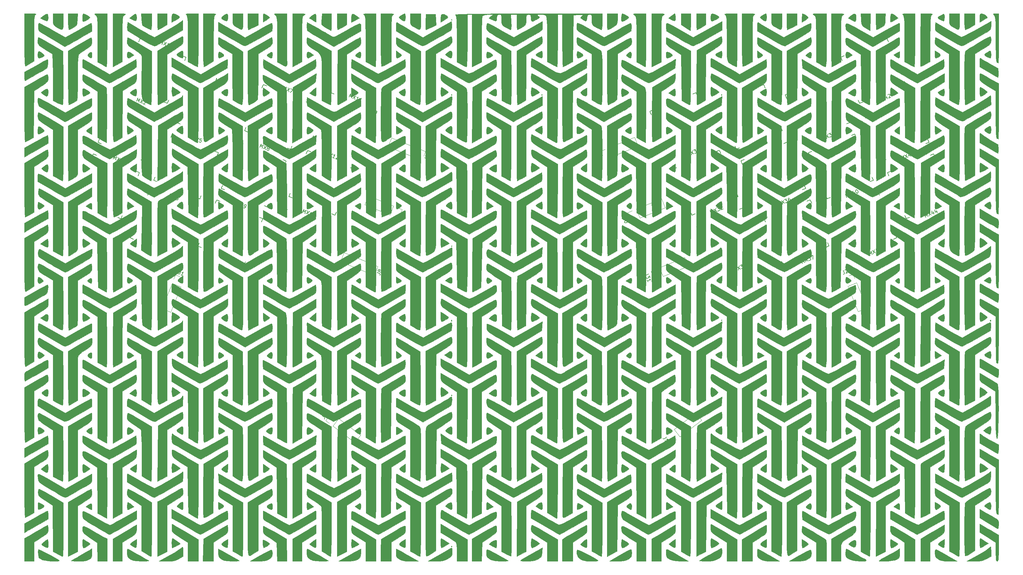
<source format=gbr>
G04 #@! TF.GenerationSoftware,KiCad,Pcbnew,(5.1.4)-1*
G04 #@! TF.CreationDate,2023-12-29T13:03:47-05:00*
G04 #@! TF.ProjectId,ThumbsUp,5468756d-6273-4557-902e-6b696361645f,rev?*
G04 #@! TF.SameCoordinates,Original*
G04 #@! TF.FileFunction,Legend,Top*
G04 #@! TF.FilePolarity,Positive*
%FSLAX46Y46*%
G04 Gerber Fmt 4.6, Leading zero omitted, Abs format (unit mm)*
G04 Created by KiCad (PCBNEW (5.1.4)-1) date 2023-12-29 13:03:47*
%MOMM*%
%LPD*%
G04 APERTURE LIST*
%ADD10C,0.010000*%
%ADD11C,0.120000*%
%ADD12C,0.150000*%
G04 APERTURE END LIST*
D10*
G36*
X132693158Y-161435789D02*
G01*
X132559474Y-161569473D01*
X132425790Y-161435789D01*
X132559474Y-161302105D01*
X132693158Y-161435789D01*
X132693158Y-161435789D01*
G37*
X132693158Y-161435789D02*
X132559474Y-161569473D01*
X132425790Y-161435789D01*
X132559474Y-161302105D01*
X132693158Y-161435789D01*
G36*
X271113010Y-159924160D02*
G01*
X271183611Y-160475187D01*
X271190000Y-160745087D01*
X271154119Y-161489296D01*
X270969119Y-161770217D01*
X270518965Y-161656416D01*
X270053684Y-161416545D01*
X269530354Y-161097648D01*
X269345105Y-160831070D01*
X269537414Y-160546546D01*
X270146762Y-160173812D01*
X270989474Y-159751035D01*
X271113010Y-159924160D01*
X271113010Y-159924160D01*
G37*
X271113010Y-159924160D02*
X271183611Y-160475187D01*
X271190000Y-160745087D01*
X271154119Y-161489296D01*
X270969119Y-161770217D01*
X270518965Y-161656416D01*
X270053684Y-161416545D01*
X269530354Y-161097648D01*
X269345105Y-160831070D01*
X269537414Y-160546546D01*
X270146762Y-160173812D01*
X270989474Y-159751035D01*
X271113010Y-159924160D01*
G36*
X221114434Y-159935226D02*
G01*
X221186824Y-160528068D01*
X221192105Y-160767368D01*
X221112098Y-161525429D01*
X220837598Y-161806844D01*
X220316884Y-161632841D01*
X219859258Y-161314446D01*
X219437852Y-160933629D01*
X219318484Y-160703510D01*
X219324521Y-160696997D01*
X219841870Y-160320723D01*
X220431543Y-159954509D01*
X220884800Y-159724008D01*
X220984228Y-159697895D01*
X221114434Y-159935226D01*
X221114434Y-159935226D01*
G37*
X221114434Y-159935226D02*
X221186824Y-160528068D01*
X221192105Y-160767368D01*
X221112098Y-161525429D01*
X220837598Y-161806844D01*
X220316884Y-161632841D01*
X219859258Y-161314446D01*
X219437852Y-160933629D01*
X219318484Y-160703510D01*
X219324521Y-160696997D01*
X219841870Y-160320723D01*
X220431543Y-159954509D01*
X220884800Y-159724008D01*
X220984228Y-159697895D01*
X221114434Y-159935226D01*
G36*
X206508829Y-159822603D02*
G01*
X207137115Y-160120034D01*
X207642476Y-160475144D01*
X207823684Y-160748598D01*
X207606444Y-160964767D01*
X207082963Y-161276722D01*
X206445599Y-161587011D01*
X205886711Y-161798180D01*
X205675666Y-161836842D01*
X205513913Y-161599623D01*
X205423951Y-161007028D01*
X205417369Y-160767368D01*
X205461404Y-160068940D01*
X205641484Y-159759966D01*
X205961512Y-159697895D01*
X206508829Y-159822603D01*
X206508829Y-159822603D01*
G37*
X206508829Y-159822603D02*
X207137115Y-160120034D01*
X207642476Y-160475144D01*
X207823684Y-160748598D01*
X207606444Y-160964767D01*
X207082963Y-161276722D01*
X206445599Y-161587011D01*
X205886711Y-161798180D01*
X205675666Y-161836842D01*
X205513913Y-161599623D01*
X205423951Y-161007028D01*
X205417369Y-160767368D01*
X205461404Y-160068940D01*
X205641484Y-159759966D01*
X205961512Y-159697895D01*
X206508829Y-159822603D01*
G36*
X195449801Y-159935675D02*
G01*
X195519636Y-160527952D01*
X195524737Y-160767368D01*
X195490735Y-161488192D01*
X195312259Y-161767381D01*
X194874603Y-161664862D01*
X194335366Y-161388747D01*
X193547048Y-160962062D01*
X194335366Y-160331306D01*
X194896862Y-159920573D01*
X195282152Y-159707503D01*
X195324211Y-159699223D01*
X195449801Y-159935675D01*
X195449801Y-159935675D01*
G37*
X195449801Y-159935675D02*
X195519636Y-160527952D01*
X195524737Y-160767368D01*
X195490735Y-161488192D01*
X195312259Y-161767381D01*
X194874603Y-161664862D01*
X194335366Y-161388747D01*
X193547048Y-160962062D01*
X194335366Y-160331306D01*
X194896862Y-159920573D01*
X195282152Y-159707503D01*
X195324211Y-159699223D01*
X195449801Y-159935675D01*
G36*
X119514434Y-159935226D02*
G01*
X119586824Y-160528068D01*
X119592105Y-160767368D01*
X119512098Y-161525429D01*
X119237598Y-161806844D01*
X118716884Y-161632841D01*
X118259258Y-161314446D01*
X117837852Y-160933629D01*
X117718484Y-160703510D01*
X117724521Y-160696997D01*
X118241870Y-160320723D01*
X118831543Y-159954509D01*
X119284800Y-159724008D01*
X119384228Y-159697895D01*
X119514434Y-159935226D01*
X119514434Y-159935226D01*
G37*
X119514434Y-159935226D02*
X119586824Y-160528068D01*
X119592105Y-160767368D01*
X119512098Y-161525429D01*
X119237598Y-161806844D01*
X118716884Y-161632841D01*
X118259258Y-161314446D01*
X117837852Y-160933629D01*
X117718484Y-160703510D01*
X117724521Y-160696997D01*
X118241870Y-160320723D01*
X118831543Y-159954509D01*
X119284800Y-159724008D01*
X119384228Y-159697895D01*
X119514434Y-159935226D01*
G36*
X69584161Y-160208609D02*
G01*
X69594211Y-160767368D01*
X69530843Y-161495672D01*
X69276267Y-161775812D01*
X68733770Y-161661543D01*
X68324211Y-161473244D01*
X67818309Y-161099867D01*
X67824133Y-160705544D01*
X68347056Y-160249823D01*
X68499148Y-160156594D01*
X69155204Y-159800684D01*
X69477377Y-159795992D01*
X69584161Y-160208609D01*
X69584161Y-160208609D01*
G37*
X69584161Y-160208609D02*
X69594211Y-160767368D01*
X69530843Y-161495672D01*
X69276267Y-161775812D01*
X68733770Y-161661543D01*
X68324211Y-161473244D01*
X67818309Y-161099867D01*
X67824133Y-160705544D01*
X68347056Y-160249823D01*
X68499148Y-160156594D01*
X69155204Y-159800684D01*
X69477377Y-159795992D01*
X69584161Y-160208609D01*
G36*
X43896697Y-160171043D02*
G01*
X43926842Y-160767368D01*
X43892799Y-161488368D01*
X43714184Y-161767462D01*
X43276270Y-161664685D01*
X42738431Y-161389250D01*
X41951073Y-160963068D01*
X42686499Y-160330481D01*
X43344344Y-159835800D01*
X43725661Y-159774876D01*
X43896697Y-160171043D01*
X43896697Y-160171043D01*
G37*
X43896697Y-160171043D02*
X43926842Y-160767368D01*
X43892799Y-161488368D01*
X43714184Y-161767462D01*
X43276270Y-161664685D01*
X42738431Y-161389250D01*
X41951073Y-160963068D01*
X42686499Y-160330481D01*
X43344344Y-159835800D01*
X43725661Y-159774876D01*
X43896697Y-160171043D01*
G36*
X19014625Y-160132245D02*
G01*
X19061579Y-160767368D01*
X19004204Y-161477636D01*
X18769756Y-161769215D01*
X18264749Y-161681773D01*
X17624833Y-161376992D01*
X16856507Y-160973865D01*
X17624833Y-160345495D01*
X18350371Y-159835130D01*
X18796014Y-159758872D01*
X19014625Y-160132245D01*
X19014625Y-160132245D01*
G37*
X19014625Y-160132245D02*
X19061579Y-160767368D01*
X19004204Y-161477636D01*
X18769756Y-161769215D01*
X18264749Y-161681773D01*
X17624833Y-161376992D01*
X16856507Y-160973865D01*
X17624833Y-160345495D01*
X18350371Y-159835130D01*
X18796014Y-159758872D01*
X19014625Y-160132245D01*
G36*
X282176529Y-159829176D02*
G01*
X282693440Y-160139745D01*
X283099885Y-160504693D01*
X283235405Y-160799109D01*
X283197659Y-160856261D01*
X282920790Y-161034735D01*
X282354085Y-161382484D01*
X282085263Y-161544850D01*
X281082632Y-162147823D01*
X281082632Y-160922859D01*
X281110984Y-160170229D01*
X281244143Y-159810372D01*
X281554260Y-159702320D01*
X281709614Y-159697895D01*
X282176529Y-159829176D01*
X282176529Y-159829176D01*
G37*
X282176529Y-159829176D02*
X282693440Y-160139745D01*
X283099885Y-160504693D01*
X283235405Y-160799109D01*
X283197659Y-160856261D01*
X282920790Y-161034735D01*
X282354085Y-161382484D01*
X282085263Y-161544850D01*
X281082632Y-162147823D01*
X281082632Y-160922859D01*
X281110984Y-160170229D01*
X281244143Y-159810372D01*
X281554260Y-159702320D01*
X281709614Y-159697895D01*
X282176529Y-159829176D01*
G36*
X256796369Y-159838008D02*
G01*
X257443016Y-160317840D01*
X258163746Y-160937785D01*
X257175274Y-161520998D01*
X256543663Y-161878863D01*
X256131843Y-162084680D01*
X256068401Y-162104210D01*
X255997761Y-161865019D01*
X255955411Y-161259901D01*
X255950000Y-160901052D01*
X256031249Y-160064838D01*
X256300580Y-159715487D01*
X256796369Y-159838008D01*
X256796369Y-159838008D01*
G37*
X256796369Y-159838008D02*
X257443016Y-160317840D01*
X258163746Y-160937785D01*
X257175274Y-161520998D01*
X256543663Y-161878863D01*
X256131843Y-162084680D01*
X256068401Y-162104210D01*
X255997761Y-161865019D01*
X255955411Y-161259901D01*
X255950000Y-160901052D01*
X256031249Y-160064838D01*
X256300580Y-159715487D01*
X256796369Y-159838008D01*
G36*
X246279551Y-160135648D02*
G01*
X246324737Y-160751589D01*
X246278605Y-161447500D01*
X246163878Y-161873135D01*
X246124211Y-161915856D01*
X245788529Y-161861517D01*
X245201363Y-161589589D01*
X245015624Y-161483127D01*
X244107564Y-160939827D01*
X244881940Y-160320189D01*
X245612209Y-159820400D01*
X246060613Y-159753664D01*
X246279551Y-160135648D01*
X246279551Y-160135648D01*
G37*
X246279551Y-160135648D02*
X246324737Y-160751589D01*
X246278605Y-161447500D01*
X246163878Y-161873135D01*
X246124211Y-161915856D01*
X245788529Y-161861517D01*
X245201363Y-161589589D01*
X245015624Y-161483127D01*
X244107564Y-160939827D01*
X244881940Y-160320189D01*
X245612209Y-159820400D01*
X246060613Y-159753664D01*
X246279551Y-160135648D01*
G36*
X231634805Y-159832967D02*
G01*
X232165715Y-160149965D01*
X232646361Y-160516561D01*
X232886366Y-160800424D01*
X232887466Y-160840235D01*
X232631824Y-161115623D01*
X232093190Y-161515801D01*
X231949115Y-161609437D01*
X231084737Y-162156722D01*
X231084737Y-160927308D01*
X231115759Y-160200491D01*
X231194415Y-159759280D01*
X231244010Y-159697895D01*
X231634805Y-159832967D01*
X231634805Y-159832967D01*
G37*
X231634805Y-159832967D02*
X232165715Y-160149965D01*
X232646361Y-160516561D01*
X232886366Y-160800424D01*
X232887466Y-160840235D01*
X232631824Y-161115623D01*
X232093190Y-161515801D01*
X231949115Y-161609437D01*
X231084737Y-162156722D01*
X231084737Y-160927308D01*
X231115759Y-160200491D01*
X231194415Y-159759280D01*
X231244010Y-159697895D01*
X231634805Y-159832967D01*
G36*
X181000717Y-159824023D02*
G01*
X181581477Y-160122483D01*
X182118914Y-160473392D01*
X182411973Y-160756864D01*
X182423684Y-160798605D01*
X182215824Y-161053143D01*
X181720220Y-161394095D01*
X181128835Y-161714471D01*
X180633634Y-161907282D01*
X180440776Y-161903758D01*
X180312306Y-161530076D01*
X180281847Y-160914026D01*
X180336245Y-160267524D01*
X180462346Y-159802487D01*
X180577695Y-159697895D01*
X181000717Y-159824023D01*
X181000717Y-159824023D01*
G37*
X181000717Y-159824023D02*
X181581477Y-160122483D01*
X182118914Y-160473392D01*
X182411973Y-160756864D01*
X182423684Y-160798605D01*
X182215824Y-161053143D01*
X181720220Y-161394095D01*
X181128835Y-161714471D01*
X180633634Y-161907282D01*
X180440776Y-161903758D01*
X180312306Y-161530076D01*
X180281847Y-160914026D01*
X180336245Y-160267524D01*
X180462346Y-159802487D01*
X180577695Y-159697895D01*
X181000717Y-159824023D01*
G36*
X130386329Y-159868962D02*
G01*
X130733909Y-160016996D01*
X131344844Y-160397333D01*
X131470762Y-160755770D01*
X131103132Y-161162359D01*
X130551972Y-161510615D01*
X129484737Y-162120177D01*
X129484737Y-161058499D01*
X129566535Y-160208639D01*
X129848687Y-159827450D01*
X130386329Y-159868962D01*
X130386329Y-159868962D01*
G37*
X130386329Y-159868962D02*
X130733909Y-160016996D01*
X131344844Y-160397333D01*
X131470762Y-160755770D01*
X131103132Y-161162359D01*
X130551972Y-161510615D01*
X129484737Y-162120177D01*
X129484737Y-161058499D01*
X129566535Y-160208639D01*
X129848687Y-159827450D01*
X130386329Y-159868962D01*
G36*
X105124023Y-159849762D02*
G01*
X105811779Y-160333646D01*
X106603032Y-160966741D01*
X105477569Y-161540910D01*
X104352105Y-162115078D01*
X104352105Y-160906486D01*
X104418212Y-160084863D01*
X104655855Y-159740338D01*
X105124023Y-159849762D01*
X105124023Y-159849762D01*
G37*
X105124023Y-159849762D02*
X105811779Y-160333646D01*
X106603032Y-160966741D01*
X105477569Y-161540910D01*
X104352105Y-162115078D01*
X104352105Y-160906486D01*
X104418212Y-160084863D01*
X104655855Y-159740338D01*
X105124023Y-159849762D01*
G36*
X94426816Y-160205870D02*
G01*
X94459474Y-160901052D01*
X94446234Y-161613315D01*
X94412727Y-162032832D01*
X94392632Y-162082060D01*
X94145569Y-161941720D01*
X93611687Y-161619050D01*
X93418043Y-161500052D01*
X92510297Y-160940194D01*
X93232426Y-160319044D01*
X93881595Y-159832213D01*
X94257231Y-159783820D01*
X94426816Y-160205870D01*
X94426816Y-160205870D01*
G37*
X94426816Y-160205870D02*
X94459474Y-160901052D01*
X94446234Y-161613315D01*
X94412727Y-162032832D01*
X94392632Y-162082060D01*
X94145569Y-161941720D01*
X93611687Y-161619050D01*
X93418043Y-161500052D01*
X92510297Y-160940194D01*
X93232426Y-160319044D01*
X93881595Y-159832213D01*
X94257231Y-159783820D01*
X94426816Y-160205870D01*
G36*
X80007625Y-159829269D02*
G01*
X80546051Y-160136850D01*
X81059451Y-160490823D01*
X81345878Y-160761373D01*
X81358421Y-160798605D01*
X81150015Y-161036567D01*
X80629649Y-161407353D01*
X80422632Y-161534047D01*
X79486842Y-162086176D01*
X79486842Y-160892035D01*
X79518725Y-160177395D01*
X79599323Y-159750799D01*
X79646116Y-159697895D01*
X80007625Y-159829269D01*
X80007625Y-159829269D01*
G37*
X80007625Y-159829269D02*
X80546051Y-160136850D01*
X81059451Y-160490823D01*
X81345878Y-160761373D01*
X81358421Y-160798605D01*
X81150015Y-161036567D01*
X80629649Y-161407353D01*
X80422632Y-161534047D01*
X79486842Y-162086176D01*
X79486842Y-160892035D01*
X79518725Y-160177395D01*
X79599323Y-159750799D01*
X79646116Y-159697895D01*
X80007625Y-159829269D01*
G36*
X54993303Y-159859271D02*
G01*
X55579332Y-160202140D01*
X55943953Y-160547080D01*
X55982084Y-160835276D01*
X55642234Y-161151946D01*
X54872911Y-161582306D01*
X54688421Y-161676608D01*
X53819474Y-162117942D01*
X53819474Y-160907918D01*
X53852339Y-160156192D01*
X53993476Y-159799324D01*
X54306696Y-159699289D01*
X54378881Y-159697895D01*
X54993303Y-159859271D01*
X54993303Y-159859271D01*
G37*
X54993303Y-159859271D02*
X55579332Y-160202140D01*
X55943953Y-160547080D01*
X55982084Y-160835276D01*
X55642234Y-161151946D01*
X54872911Y-161582306D01*
X54688421Y-161676608D01*
X53819474Y-162117942D01*
X53819474Y-160907918D01*
X53852339Y-160156192D01*
X53993476Y-159799324D01*
X54306696Y-159699289D01*
X54378881Y-159697895D01*
X54993303Y-159859271D01*
G36*
X29402823Y-159824023D02*
G01*
X29983582Y-160122483D01*
X30521020Y-160473392D01*
X30814078Y-160756864D01*
X30825790Y-160798605D01*
X30617929Y-161053143D01*
X30122325Y-161394095D01*
X29530940Y-161714471D01*
X29035740Y-161907282D01*
X28842881Y-161903758D01*
X28714411Y-161530076D01*
X28683952Y-160914026D01*
X28738350Y-160267524D01*
X28864451Y-159802487D01*
X28979800Y-159697895D01*
X29402823Y-159824023D01*
X29402823Y-159824023D01*
G37*
X29402823Y-159824023D02*
X29983582Y-160122483D01*
X30521020Y-160473392D01*
X30814078Y-160756864D01*
X30825790Y-160798605D01*
X30617929Y-161053143D01*
X30122325Y-161394095D01*
X29530940Y-161714471D01*
X29035740Y-161907282D01*
X28842881Y-161903758D01*
X28714411Y-161530076D01*
X28683952Y-160914026D01*
X28738350Y-160267524D01*
X28864451Y-159802487D01*
X28979800Y-159697895D01*
X29402823Y-159824023D01*
G36*
X279745790Y-162860598D02*
G01*
X278508956Y-163551878D01*
X277769792Y-163942055D01*
X277216073Y-164192718D01*
X277038429Y-164243158D01*
X276932827Y-163996314D01*
X276852060Y-163337603D01*
X276808750Y-162389753D01*
X276804737Y-161970526D01*
X276804737Y-159697895D01*
X279745790Y-159697895D01*
X279745790Y-162860598D01*
X279745790Y-162860598D01*
G37*
X279745790Y-162860598D02*
X278508956Y-163551878D01*
X277769792Y-163942055D01*
X277216073Y-164192718D01*
X277038429Y-164243158D01*
X276932827Y-163996314D01*
X276852060Y-163337603D01*
X276808750Y-162389753D01*
X276804737Y-161970526D01*
X276804737Y-159697895D01*
X279745790Y-159697895D01*
X279745790Y-162860598D01*
G36*
X275467895Y-161970526D02*
G01*
X275453111Y-163153972D01*
X275363720Y-163861028D01*
X275132165Y-164149994D01*
X274690887Y-164079172D01*
X273972328Y-163706862D01*
X273663158Y-163527960D01*
X273031060Y-163138291D01*
X272691710Y-162791299D01*
X272554042Y-162306996D01*
X272526992Y-161505396D01*
X272526842Y-161282073D01*
X272526842Y-159697895D01*
X275467895Y-159697895D01*
X275467895Y-161970526D01*
X275467895Y-161970526D01*
G37*
X275467895Y-161970526D02*
X275453111Y-163153972D01*
X275363720Y-163861028D01*
X275132165Y-164149994D01*
X274690887Y-164079172D01*
X273972328Y-163706862D01*
X273663158Y-163527960D01*
X273031060Y-163138291D01*
X272691710Y-162791299D01*
X272554042Y-162306996D01*
X272526992Y-161505396D01*
X272526842Y-161282073D01*
X272526842Y-159697895D01*
X275467895Y-159697895D01*
X275467895Y-161970526D01*
G36*
X254559074Y-161329512D02*
G01*
X254498648Y-162237384D01*
X254366433Y-162785859D01*
X254068315Y-163149809D01*
X253510179Y-163504109D01*
X253335981Y-163602144D01*
X252649051Y-163973980D01*
X252176260Y-164205294D01*
X252065981Y-164243158D01*
X252008810Y-163996270D01*
X251965086Y-163337451D01*
X251941643Y-162389462D01*
X251939474Y-161970526D01*
X251939474Y-159697895D01*
X254638674Y-159697895D01*
X254559074Y-161329512D01*
X254559074Y-161329512D01*
G37*
X254559074Y-161329512D02*
X254498648Y-162237384D01*
X254366433Y-162785859D01*
X254068315Y-163149809D01*
X253510179Y-163504109D01*
X253335981Y-163602144D01*
X252649051Y-163973980D01*
X252176260Y-164205294D01*
X252065981Y-164243158D01*
X252008810Y-163996270D01*
X251965086Y-163337451D01*
X251941643Y-162389462D01*
X251939474Y-161970526D01*
X251939474Y-159697895D01*
X254638674Y-159697895D01*
X254559074Y-161329512D01*
G36*
X229747895Y-162897307D02*
G01*
X228419941Y-163570233D01*
X227666700Y-163939965D01*
X227123507Y-164184384D01*
X226949415Y-164243158D01*
X226884983Y-163996275D01*
X226835707Y-163337468D01*
X226809288Y-162389495D01*
X226806842Y-161970526D01*
X226806842Y-159697895D01*
X229747895Y-159697895D01*
X229747895Y-162897307D01*
X229747895Y-162897307D01*
G37*
X229747895Y-162897307D02*
X228419941Y-163570233D01*
X227666700Y-163939965D01*
X227123507Y-164184384D01*
X226949415Y-164243158D01*
X226884983Y-163996275D01*
X226835707Y-163337468D01*
X226809288Y-162389495D01*
X226806842Y-161970526D01*
X226806842Y-159697895D01*
X229747895Y-159697895D01*
X229747895Y-162897307D01*
G36*
X225470000Y-161970526D02*
G01*
X225455216Y-163153972D01*
X225365825Y-163861028D01*
X225134270Y-164149994D01*
X224692992Y-164079172D01*
X223974433Y-163706862D01*
X223665263Y-163527960D01*
X223033165Y-163138291D01*
X222693815Y-162791299D01*
X222556148Y-162306996D01*
X222529097Y-161505396D01*
X222528947Y-161282073D01*
X222528947Y-159697895D01*
X225470000Y-159697895D01*
X225470000Y-161970526D01*
X225470000Y-161970526D01*
G37*
X225470000Y-161970526D02*
X225455216Y-163153972D01*
X225365825Y-163861028D01*
X225134270Y-164149994D01*
X224692992Y-164079172D01*
X223974433Y-163706862D01*
X223665263Y-163527960D01*
X223033165Y-163138291D01*
X222693815Y-162791299D01*
X222556148Y-162306996D01*
X222529097Y-161505396D01*
X222528947Y-161282073D01*
X222528947Y-159697895D01*
X225470000Y-159697895D01*
X225470000Y-161970526D01*
G36*
X204080526Y-162855504D02*
G01*
X202896600Y-163549331D01*
X202194874Y-163944506D01*
X201695991Y-164195783D01*
X201559758Y-164243158D01*
X201490653Y-163996279D01*
X201437802Y-163337480D01*
X201409465Y-162389518D01*
X201406842Y-161970526D01*
X201406842Y-159697895D01*
X204080526Y-159697895D01*
X204080526Y-162855504D01*
X204080526Y-162855504D01*
G37*
X204080526Y-162855504D02*
X202896600Y-163549331D01*
X202194874Y-163944506D01*
X201695991Y-164195783D01*
X201559758Y-164243158D01*
X201490653Y-163996279D01*
X201437802Y-163337480D01*
X201409465Y-162389518D01*
X201406842Y-161970526D01*
X201406842Y-159697895D01*
X204080526Y-159697895D01*
X204080526Y-162855504D01*
G36*
X179215263Y-161126982D02*
G01*
X179143091Y-162156703D01*
X178906309Y-162788301D01*
X178747369Y-162966319D01*
X178255687Y-163319619D01*
X177580326Y-163721438D01*
X176918362Y-164063602D01*
X176466874Y-164237935D01*
X176421172Y-164243158D01*
X176354757Y-163996277D01*
X176303964Y-163337473D01*
X176276731Y-162389504D01*
X176274211Y-161970526D01*
X176274211Y-159697895D01*
X179215263Y-159697895D01*
X179215263Y-161126982D01*
X179215263Y-161126982D01*
G37*
X179215263Y-161126982D02*
X179143091Y-162156703D01*
X178906309Y-162788301D01*
X178747369Y-162966319D01*
X178255687Y-163319619D01*
X177580326Y-163721438D01*
X176918362Y-164063602D01*
X176466874Y-164237935D01*
X176421172Y-164243158D01*
X176354757Y-163996277D01*
X176303964Y-163337473D01*
X176276731Y-162389504D01*
X176274211Y-161970526D01*
X176274211Y-159697895D01*
X179215263Y-159697895D01*
X179215263Y-161126982D01*
G36*
X128094064Y-161357850D02*
G01*
X128173918Y-162884120D01*
X126832953Y-163563639D01*
X126073670Y-163935630D01*
X125521601Y-164182447D01*
X125338602Y-164243158D01*
X125277053Y-163996862D01*
X125246829Y-163340900D01*
X125252200Y-162399655D01*
X125262871Y-162037368D01*
X125340526Y-159831579D01*
X128014211Y-159831579D01*
X128094064Y-161357850D01*
X128094064Y-161357850D01*
G37*
X128094064Y-161357850D02*
X128173918Y-162884120D01*
X126832953Y-163563639D01*
X126073670Y-163935630D01*
X125521601Y-164182447D01*
X125338602Y-164243158D01*
X125277053Y-163996862D01*
X125246829Y-163340900D01*
X125252200Y-162399655D01*
X125262871Y-162037368D01*
X125340526Y-159831579D01*
X128014211Y-159831579D01*
X128094064Y-161357850D01*
G36*
X123870000Y-161970526D02*
G01*
X123855216Y-163153972D01*
X123765825Y-163861028D01*
X123534270Y-164149994D01*
X123092992Y-164079172D01*
X122374433Y-163706862D01*
X122065263Y-163527960D01*
X121433165Y-163138291D01*
X121093815Y-162791299D01*
X120956148Y-162306996D01*
X120929097Y-161505396D01*
X120928947Y-161282073D01*
X120928947Y-159697895D01*
X123870000Y-159697895D01*
X123870000Y-161970526D01*
X123870000Y-161970526D01*
G37*
X123870000Y-161970526D02*
X123855216Y-163153972D01*
X123765825Y-163861028D01*
X123534270Y-164149994D01*
X123092992Y-164079172D01*
X122374433Y-163706862D01*
X122065263Y-163527960D01*
X121433165Y-163138291D01*
X121093815Y-162791299D01*
X120956148Y-162306996D01*
X120929097Y-161505396D01*
X120928947Y-161282073D01*
X120928947Y-159697895D01*
X123870000Y-159697895D01*
X123870000Y-161970526D01*
G36*
X103015263Y-162855504D02*
G01*
X101831337Y-163549331D01*
X101129611Y-163944506D01*
X100630728Y-164195783D01*
X100494495Y-164243158D01*
X100425390Y-163996279D01*
X100372539Y-163337480D01*
X100344202Y-162389518D01*
X100341579Y-161970526D01*
X100341579Y-159697895D01*
X103015263Y-159697895D01*
X103015263Y-162855504D01*
X103015263Y-162855504D01*
G37*
X103015263Y-162855504D02*
X101831337Y-163549331D01*
X101129611Y-163944506D01*
X100630728Y-164195783D01*
X100494495Y-164243158D01*
X100425390Y-163996279D01*
X100372539Y-163337480D01*
X100344202Y-162389518D01*
X100341579Y-161970526D01*
X100341579Y-159697895D01*
X103015263Y-159697895D01*
X103015263Y-162855504D01*
G36*
X78150000Y-162897307D02*
G01*
X76822046Y-163570233D01*
X76068806Y-163939965D01*
X75525612Y-164184384D01*
X75351520Y-164243158D01*
X75287089Y-163996275D01*
X75237812Y-163337468D01*
X75211393Y-162389495D01*
X75208947Y-161970526D01*
X75208947Y-159697895D01*
X78150000Y-159697895D01*
X78150000Y-162897307D01*
X78150000Y-162897307D01*
G37*
X78150000Y-162897307D02*
X76822046Y-163570233D01*
X76068806Y-163939965D01*
X75525612Y-164184384D01*
X75351520Y-164243158D01*
X75287089Y-163996275D01*
X75237812Y-163337468D01*
X75211393Y-162389495D01*
X75208947Y-161970526D01*
X75208947Y-159697895D01*
X78150000Y-159697895D01*
X78150000Y-162897307D01*
G36*
X73872105Y-161970526D02*
G01*
X73857321Y-163153972D01*
X73767931Y-163861028D01*
X73536375Y-164149994D01*
X73095097Y-164079172D01*
X72376538Y-163706862D01*
X72067369Y-163527960D01*
X71435270Y-163138291D01*
X71095920Y-162791299D01*
X70958253Y-162306996D01*
X70931203Y-161505396D01*
X70931053Y-161282073D01*
X70931053Y-159697895D01*
X73872105Y-159697895D01*
X73872105Y-161970526D01*
X73872105Y-161970526D01*
G37*
X73872105Y-161970526D02*
X73857321Y-163153972D01*
X73767931Y-163861028D01*
X73536375Y-164149994D01*
X73095097Y-164079172D01*
X72376538Y-163706862D01*
X72067369Y-163527960D01*
X71435270Y-163138291D01*
X71095920Y-162791299D01*
X70958253Y-162306996D01*
X70931203Y-161505396D01*
X70931053Y-161282073D01*
X70931053Y-159697895D01*
X73872105Y-159697895D01*
X73872105Y-161970526D01*
G36*
X52482632Y-162860598D02*
G01*
X51245798Y-163551878D01*
X50535963Y-163938962D01*
X50042794Y-164189825D01*
X49908956Y-164243158D01*
X49863759Y-163996263D01*
X49829194Y-163337427D01*
X49810662Y-162389417D01*
X49808947Y-161970526D01*
X49808947Y-159697895D01*
X52482632Y-159697895D01*
X52482632Y-162860598D01*
X52482632Y-162860598D01*
G37*
X52482632Y-162860598D02*
X51245798Y-163551878D01*
X50535963Y-163938962D01*
X50042794Y-164189825D01*
X49908956Y-164243158D01*
X49863759Y-163996263D01*
X49829194Y-163337427D01*
X49810662Y-162389417D01*
X49808947Y-161970526D01*
X49808947Y-159697895D01*
X52482632Y-159697895D01*
X52482632Y-162860598D01*
G36*
X48204737Y-161970526D02*
G01*
X48182979Y-162995714D01*
X48124914Y-163777562D01*
X48041352Y-164194177D01*
X48004211Y-164231341D01*
X47663725Y-164110133D01*
X47039740Y-163818356D01*
X46734211Y-163663047D01*
X46069700Y-163309789D01*
X45637198Y-163065830D01*
X45564283Y-163017392D01*
X45494757Y-162724638D01*
X45415637Y-162054132D01*
X45355733Y-161313055D01*
X45247637Y-159697895D01*
X48204737Y-159697895D01*
X48204737Y-161970526D01*
X48204737Y-161970526D01*
G37*
X48204737Y-161970526D02*
X48182979Y-162995714D01*
X48124914Y-163777562D01*
X48041352Y-164194177D01*
X48004211Y-164231341D01*
X47663725Y-164110133D01*
X47039740Y-163818356D01*
X46734211Y-163663047D01*
X46069700Y-163309789D01*
X45637198Y-163065830D01*
X45564283Y-163017392D01*
X45494757Y-162724638D01*
X45415637Y-162054132D01*
X45355733Y-161313055D01*
X45247637Y-159697895D01*
X48204737Y-159697895D01*
X48204737Y-161970526D01*
G36*
X27295916Y-161361682D02*
G01*
X27235637Y-162281968D01*
X27108211Y-162838108D01*
X26827391Y-163200350D01*
X26306929Y-163538944D01*
X26146842Y-163629916D01*
X25465311Y-163993206D01*
X24981695Y-164211206D01*
X24876842Y-164238759D01*
X24786242Y-163993988D01*
X24716943Y-163337009D01*
X24679769Y-162390247D01*
X24676316Y-161970526D01*
X24676316Y-159697895D01*
X27375516Y-159697895D01*
X27295916Y-161361682D01*
X27295916Y-161361682D01*
G37*
X27295916Y-161361682D02*
X27235637Y-162281968D01*
X27108211Y-162838108D01*
X26827391Y-163200350D01*
X26306929Y-163538944D01*
X26146842Y-163629916D01*
X25465311Y-163993206D01*
X24981695Y-164211206D01*
X24876842Y-164238759D01*
X24786242Y-163993988D01*
X24716943Y-163337009D01*
X24679769Y-162390247D01*
X24676316Y-161970526D01*
X24676316Y-159697895D01*
X27375516Y-159697895D01*
X27295916Y-161361682D01*
G36*
X23339474Y-161970526D02*
G01*
X23322228Y-163165614D01*
X23227484Y-163882832D01*
X22990730Y-164178893D01*
X22547458Y-164110506D01*
X21833155Y-163734381D01*
X21534737Y-163557053D01*
X20903217Y-163156619D01*
X20563837Y-162802824D01*
X20425867Y-162314413D01*
X20398581Y-161510133D01*
X20398421Y-161286951D01*
X20398421Y-159697895D01*
X23339474Y-159697895D01*
X23339474Y-161970526D01*
X23339474Y-161970526D01*
G37*
X23339474Y-161970526D02*
X23322228Y-163165614D01*
X23227484Y-163882832D01*
X22990730Y-164178893D01*
X22547458Y-164110506D01*
X21833155Y-163734381D01*
X21534737Y-163557053D01*
X20903217Y-163156619D01*
X20563837Y-162802824D01*
X20425867Y-162314413D01*
X20398581Y-161510133D01*
X20398421Y-161286951D01*
X20398421Y-159697895D01*
X23339474Y-159697895D01*
X23339474Y-161970526D01*
G36*
X250335263Y-162104210D02*
G01*
X250328402Y-163160876D01*
X250310020Y-163976353D01*
X250283423Y-164432712D01*
X250268421Y-164489510D01*
X250022507Y-164351160D01*
X249463320Y-164018707D01*
X248998421Y-163737901D01*
X248338737Y-163315906D01*
X247971835Y-162948404D01*
X247801337Y-162456181D01*
X247730866Y-161660020D01*
X247715663Y-161352602D01*
X247636063Y-159697895D01*
X250335263Y-159697895D01*
X250335263Y-162104210D01*
X250335263Y-162104210D01*
G37*
X250335263Y-162104210D02*
X250328402Y-163160876D01*
X250310020Y-163976353D01*
X250283423Y-164432712D01*
X250268421Y-164489510D01*
X250022507Y-164351160D01*
X249463320Y-164018707D01*
X248998421Y-163737901D01*
X248338737Y-163315906D01*
X247971835Y-162948404D01*
X247801337Y-162456181D01*
X247730866Y-161660020D01*
X247715663Y-161352602D01*
X247636063Y-159697895D01*
X250335263Y-159697895D01*
X250335263Y-162104210D01*
G36*
X199802632Y-162104210D02*
G01*
X199795769Y-163161230D01*
X199777383Y-163977410D01*
X199750781Y-164434663D01*
X199735790Y-164491922D01*
X199492955Y-164350766D01*
X198935628Y-164005666D01*
X198398947Y-163667209D01*
X197128947Y-162861101D01*
X197128947Y-159697895D01*
X199802632Y-159697895D01*
X199802632Y-162104210D01*
X199802632Y-162104210D01*
G37*
X199802632Y-162104210D02*
X199795769Y-163161230D01*
X199777383Y-163977410D01*
X199750781Y-164434663D01*
X199735790Y-164491922D01*
X199492955Y-164350766D01*
X198935628Y-164005666D01*
X198398947Y-163667209D01*
X197128947Y-162861101D01*
X197128947Y-159697895D01*
X199802632Y-159697895D01*
X199802632Y-162104210D01*
G36*
X98737369Y-162104210D02*
G01*
X98730513Y-163159290D01*
X98712148Y-163971618D01*
X98685572Y-164423974D01*
X98670526Y-164478691D01*
X98419857Y-164342423D01*
X97845841Y-164025592D01*
X97336920Y-163743428D01*
X96610289Y-163303360D01*
X96104599Y-162928640D01*
X95966304Y-162770097D01*
X95931302Y-162366860D01*
X95955120Y-161629639D01*
X95997086Y-161099044D01*
X96131718Y-159697895D01*
X98737369Y-159697895D01*
X98737369Y-162104210D01*
X98737369Y-162104210D01*
G37*
X98737369Y-162104210D02*
X98730513Y-163159290D01*
X98712148Y-163971618D01*
X98685572Y-164423974D01*
X98670526Y-164478691D01*
X98419857Y-164342423D01*
X97845841Y-164025592D01*
X97336920Y-163743428D01*
X96610289Y-163303360D01*
X96104599Y-162928640D01*
X95966304Y-162770097D01*
X95931302Y-162366860D01*
X95955120Y-161629639D01*
X95997086Y-161099044D01*
X96131718Y-159697895D01*
X98737369Y-159697895D01*
X98737369Y-162104210D01*
G36*
X284291053Y-162995235D02*
G01*
X284269327Y-163651613D01*
X284135517Y-164094197D01*
X283786674Y-164466154D01*
X283119848Y-164910650D01*
X282753684Y-165133180D01*
X280895163Y-166240393D01*
X279262493Y-167182095D01*
X277905160Y-167931391D01*
X276872648Y-168461389D01*
X276214442Y-168745196D01*
X276031107Y-168786618D01*
X275656595Y-168654073D01*
X274921351Y-168291206D01*
X273919949Y-167748119D01*
X272746967Y-167074913D01*
X272303242Y-166811754D01*
X271103377Y-166086978D01*
X270060735Y-165443991D01*
X269265551Y-164939434D01*
X268808056Y-164629946D01*
X268743462Y-164577251D01*
X268596627Y-164163064D01*
X268554484Y-163455717D01*
X268566010Y-163233282D01*
X268650000Y-162150755D01*
X272125790Y-164155927D01*
X273362141Y-164866464D01*
X274442674Y-165482358D01*
X275278816Y-165953515D01*
X275781996Y-166229840D01*
X275877672Y-166277905D01*
X276215098Y-166194945D01*
X276951155Y-165866543D01*
X278026736Y-165323704D01*
X279382738Y-164597433D01*
X280960056Y-163718736D01*
X282699586Y-162718617D01*
X283021053Y-162530622D01*
X284291053Y-161786030D01*
X284291053Y-162995235D01*
X284291053Y-162995235D01*
G37*
X284291053Y-162995235D02*
X284269327Y-163651613D01*
X284135517Y-164094197D01*
X283786674Y-164466154D01*
X283119848Y-164910650D01*
X282753684Y-165133180D01*
X280895163Y-166240393D01*
X279262493Y-167182095D01*
X277905160Y-167931391D01*
X276872648Y-168461389D01*
X276214442Y-168745196D01*
X276031107Y-168786618D01*
X275656595Y-168654073D01*
X274921351Y-168291206D01*
X273919949Y-167748119D01*
X272746967Y-167074913D01*
X272303242Y-166811754D01*
X271103377Y-166086978D01*
X270060735Y-165443991D01*
X269265551Y-164939434D01*
X268808056Y-164629946D01*
X268743462Y-164577251D01*
X268596627Y-164163064D01*
X268554484Y-163455717D01*
X268566010Y-163233282D01*
X268650000Y-162150755D01*
X272125790Y-164155927D01*
X273362141Y-164866464D01*
X274442674Y-165482358D01*
X275278816Y-165953515D01*
X275781996Y-166229840D01*
X275877672Y-166277905D01*
X276215098Y-166194945D01*
X276951155Y-165866543D01*
X278026736Y-165323704D01*
X279382738Y-164597433D01*
X280960056Y-163718736D01*
X282699586Y-162718617D01*
X283021053Y-162530622D01*
X284291053Y-161786030D01*
X284291053Y-162995235D01*
G36*
X208614064Y-163129415D02*
G01*
X208602339Y-164376842D01*
X204767898Y-166582631D01*
X203451489Y-167322021D01*
X202267742Y-167953525D01*
X201305662Y-168432245D01*
X200654254Y-168713276D01*
X200434886Y-168768577D01*
X200038437Y-168629554D01*
X199280053Y-168260027D01*
X198253481Y-167709306D01*
X197052468Y-167026704D01*
X196460526Y-166678003D01*
X192984737Y-164607272D01*
X192902522Y-163489426D01*
X192913969Y-162704785D01*
X193088687Y-162378186D01*
X193131412Y-162371579D01*
X193461849Y-162497979D01*
X194166327Y-162846321D01*
X195156290Y-163370314D01*
X196343185Y-164023668D01*
X196991762Y-164389481D01*
X200541006Y-166407383D01*
X208625790Y-161881989D01*
X208614064Y-163129415D01*
X208614064Y-163129415D01*
G37*
X208614064Y-163129415D02*
X208602339Y-164376842D01*
X204767898Y-166582631D01*
X203451489Y-167322021D01*
X202267742Y-167953525D01*
X201305662Y-168432245D01*
X200654254Y-168713276D01*
X200434886Y-168768577D01*
X200038437Y-168629554D01*
X199280053Y-168260027D01*
X198253481Y-167709306D01*
X197052468Y-167026704D01*
X196460526Y-166678003D01*
X192984737Y-164607272D01*
X192902522Y-163489426D01*
X192913969Y-162704785D01*
X193088687Y-162378186D01*
X193131412Y-162371579D01*
X193461849Y-162497979D01*
X194166327Y-162846321D01*
X195156290Y-163370314D01*
X196343185Y-164023668D01*
X196991762Y-164389481D01*
X200541006Y-166407383D01*
X208625790Y-161881989D01*
X208614064Y-163129415D01*
G36*
X168207042Y-162367949D02*
G01*
X168872873Y-162682763D01*
X169833665Y-163184131D01*
X171006649Y-163829432D01*
X171802439Y-164282117D01*
X175485404Y-166402742D01*
X176882439Y-165634784D01*
X177776070Y-165138990D01*
X178926263Y-164494592D01*
X180125215Y-163818145D01*
X180475989Y-163619202D01*
X181455347Y-163077033D01*
X182266994Y-162653876D01*
X182794938Y-162408921D01*
X182920930Y-162371579D01*
X183064802Y-162609146D01*
X183132184Y-163206315D01*
X183130730Y-163500595D01*
X183092105Y-164629612D01*
X179482632Y-166704604D01*
X178212666Y-167420630D01*
X177085060Y-168030133D01*
X176189686Y-168486546D01*
X175616417Y-168743304D01*
X175472105Y-168782546D01*
X175064294Y-168654700D01*
X174340249Y-168312820D01*
X173438683Y-167823887D01*
X173199474Y-167685154D01*
X171472658Y-166671411D01*
X170150391Y-165891734D01*
X169179054Y-165304460D01*
X168505030Y-164867926D01*
X168074701Y-164540467D01*
X167834448Y-164280421D01*
X167730653Y-164046125D01*
X167709699Y-163795914D01*
X167717966Y-163488125D01*
X167718421Y-163426156D01*
X167765976Y-162737885D01*
X167883790Y-162319350D01*
X167918947Y-162282315D01*
X168207042Y-162367949D01*
X168207042Y-162367949D01*
G37*
X168207042Y-162367949D02*
X168872873Y-162682763D01*
X169833665Y-163184131D01*
X171006649Y-163829432D01*
X171802439Y-164282117D01*
X175485404Y-166402742D01*
X176882439Y-165634784D01*
X177776070Y-165138990D01*
X178926263Y-164494592D01*
X180125215Y-163818145D01*
X180475989Y-163619202D01*
X181455347Y-163077033D01*
X182266994Y-162653876D01*
X182794938Y-162408921D01*
X182920930Y-162371579D01*
X183064802Y-162609146D01*
X183132184Y-163206315D01*
X183130730Y-163500595D01*
X183092105Y-164629612D01*
X179482632Y-166704604D01*
X178212666Y-167420630D01*
X177085060Y-168030133D01*
X176189686Y-168486546D01*
X175616417Y-168743304D01*
X175472105Y-168782546D01*
X175064294Y-168654700D01*
X174340249Y-168312820D01*
X173438683Y-167823887D01*
X173199474Y-167685154D01*
X171472658Y-166671411D01*
X170150391Y-165891734D01*
X169179054Y-165304460D01*
X168505030Y-164867926D01*
X168074701Y-164540467D01*
X167834448Y-164280421D01*
X167730653Y-164046125D01*
X167709699Y-163795914D01*
X167717966Y-163488125D01*
X167718421Y-163426156D01*
X167765976Y-162737885D01*
X167883790Y-162319350D01*
X167918947Y-162282315D01*
X168207042Y-162367949D01*
G36*
X132644926Y-162985636D02*
G01*
X132643844Y-163774960D01*
X132441037Y-164251350D01*
X132140304Y-164509939D01*
X131403023Y-164982588D01*
X130409262Y-165579676D01*
X129256148Y-166247447D01*
X128040809Y-166932147D01*
X126860371Y-167580022D01*
X125811962Y-168137316D01*
X124992710Y-168550275D01*
X124499741Y-168765143D01*
X124418259Y-168783674D01*
X124052243Y-168652173D01*
X123318764Y-168292972D01*
X122308703Y-167753804D01*
X121112942Y-167082402D01*
X120473036Y-166711568D01*
X116942388Y-164644210D01*
X116930404Y-163358431D01*
X116960266Y-162639105D01*
X117049731Y-162226319D01*
X117118947Y-162183909D01*
X117409374Y-162350613D01*
X118076841Y-162736283D01*
X119035899Y-163291472D01*
X120201098Y-163966730D01*
X120842405Y-164338636D01*
X122069894Y-165046486D01*
X123126624Y-165647993D01*
X123929996Y-166096760D01*
X124397415Y-166346394D01*
X124480387Y-166382105D01*
X124739143Y-166256676D01*
X125384270Y-165909059D01*
X126337794Y-165382256D01*
X127521742Y-164719270D01*
X128577456Y-164122538D01*
X132559474Y-161862972D01*
X132644926Y-162985636D01*
X132644926Y-162985636D01*
G37*
X132644926Y-162985636D02*
X132643844Y-163774960D01*
X132441037Y-164251350D01*
X132140304Y-164509939D01*
X131403023Y-164982588D01*
X130409262Y-165579676D01*
X129256148Y-166247447D01*
X128040809Y-166932147D01*
X126860371Y-167580022D01*
X125811962Y-168137316D01*
X124992710Y-168550275D01*
X124499741Y-168765143D01*
X124418259Y-168783674D01*
X124052243Y-168652173D01*
X123318764Y-168292972D01*
X122308703Y-167753804D01*
X121112942Y-167082402D01*
X120473036Y-166711568D01*
X116942388Y-164644210D01*
X116930404Y-163358431D01*
X116960266Y-162639105D01*
X117049731Y-162226319D01*
X117118947Y-162183909D01*
X117409374Y-162350613D01*
X118076841Y-162736283D01*
X119035899Y-163291472D01*
X120201098Y-163966730D01*
X120842405Y-164338636D01*
X122069894Y-165046486D01*
X123126624Y-165647993D01*
X123929996Y-166096760D01*
X124397415Y-166346394D01*
X124480387Y-166382105D01*
X124739143Y-166256676D01*
X125384270Y-165909059D01*
X126337794Y-165382256D01*
X127521742Y-164719270D01*
X128577456Y-164122538D01*
X132559474Y-161862972D01*
X132644926Y-162985636D01*
G36*
X67789474Y-162590735D02*
G01*
X68603873Y-163073066D01*
X69527844Y-163600787D01*
X69727895Y-163712152D01*
X70501902Y-164147252D01*
X71522278Y-164730242D01*
X72574212Y-165338355D01*
X72620400Y-165365247D01*
X74443432Y-166427062D01*
X78071483Y-164399320D01*
X79334972Y-163701581D01*
X80439434Y-163107554D01*
X81298772Y-162662306D01*
X81826890Y-162410901D01*
X81945403Y-162371579D01*
X82078306Y-162608310D01*
X82122010Y-163203704D01*
X82109057Y-163501990D01*
X82026842Y-164632401D01*
X78417369Y-166705999D01*
X77147340Y-167421423D01*
X76019690Y-168030108D01*
X75124306Y-168485569D01*
X74551074Y-168741320D01*
X74406842Y-168780023D01*
X74045771Y-168650465D01*
X73316691Y-168293158D01*
X72310034Y-167755627D01*
X71116232Y-167085395D01*
X70472223Y-166712331D01*
X66938655Y-164644210D01*
X66929591Y-163352404D01*
X66920526Y-162060597D01*
X67789474Y-162590735D01*
X67789474Y-162590735D01*
G37*
X67789474Y-162590735D02*
X68603873Y-163073066D01*
X69527844Y-163600787D01*
X69727895Y-163712152D01*
X70501902Y-164147252D01*
X71522278Y-164730242D01*
X72574212Y-165338355D01*
X72620400Y-165365247D01*
X74443432Y-166427062D01*
X78071483Y-164399320D01*
X79334972Y-163701581D01*
X80439434Y-163107554D01*
X81298772Y-162662306D01*
X81826890Y-162410901D01*
X81945403Y-162371579D01*
X82078306Y-162608310D01*
X82122010Y-163203704D01*
X82109057Y-163501990D01*
X82026842Y-164632401D01*
X78417369Y-166705999D01*
X77147340Y-167421423D01*
X76019690Y-168030108D01*
X75124306Y-168485569D01*
X74551074Y-168741320D01*
X74406842Y-168780023D01*
X74045771Y-168650465D01*
X73316691Y-168293158D01*
X72310034Y-167755627D01*
X71116232Y-167085395D01*
X70472223Y-166712331D01*
X66938655Y-164644210D01*
X66929591Y-163352404D01*
X66920526Y-162060597D01*
X67789474Y-162590735D01*
G36*
X258564874Y-162609899D02*
G01*
X258616833Y-163209189D01*
X258621570Y-163507895D01*
X258619455Y-164644210D01*
X255613675Y-166371219D01*
X254400396Y-167068319D01*
X253284802Y-167709283D01*
X252386578Y-168225347D01*
X251825407Y-168547749D01*
X251805790Y-168559019D01*
X251003684Y-169019810D01*
X247260526Y-166813740D01*
X245861787Y-165983092D01*
X244859213Y-165363602D01*
X244184957Y-164900652D01*
X243771170Y-164539626D01*
X243550006Y-164225908D01*
X243453617Y-163904879D01*
X243431688Y-163731540D01*
X243389474Y-163103991D01*
X243446638Y-162696841D01*
X243663266Y-162518470D01*
X244099444Y-162577255D01*
X244815257Y-162881574D01*
X245870792Y-163439806D01*
X247326133Y-164260330D01*
X247359240Y-164279193D01*
X251100701Y-166411202D01*
X254712162Y-164391390D01*
X255964033Y-163696395D01*
X257047392Y-163104701D01*
X257878647Y-162661193D01*
X258374206Y-162410760D01*
X258473653Y-162371579D01*
X258564874Y-162609899D01*
X258564874Y-162609899D01*
G37*
X258564874Y-162609899D02*
X258616833Y-163209189D01*
X258621570Y-163507895D01*
X258619455Y-164644210D01*
X255613675Y-166371219D01*
X254400396Y-167068319D01*
X253284802Y-167709283D01*
X252386578Y-168225347D01*
X251825407Y-168547749D01*
X251805790Y-168559019D01*
X251003684Y-169019810D01*
X247260526Y-166813740D01*
X245861787Y-165983092D01*
X244859213Y-165363602D01*
X244184957Y-164900652D01*
X243771170Y-164539626D01*
X243550006Y-164225908D01*
X243453617Y-163904879D01*
X243431688Y-163731540D01*
X243389474Y-163103991D01*
X243446638Y-162696841D01*
X243663266Y-162518470D01*
X244099444Y-162577255D01*
X244815257Y-162881574D01*
X245870792Y-163439806D01*
X247326133Y-164260330D01*
X247359240Y-164279193D01*
X251100701Y-166411202D01*
X254712162Y-164391390D01*
X255964033Y-163696395D01*
X257047392Y-163104701D01*
X257878647Y-162661193D01*
X258374206Y-162410760D01*
X258473653Y-162371579D01*
X258564874Y-162609899D01*
G36*
X219009244Y-162356528D02*
G01*
X219677210Y-162743267D01*
X220637771Y-163299467D01*
X221805853Y-163975868D01*
X222474725Y-164363206D01*
X226029976Y-166422044D01*
X229559988Y-164463653D01*
X230818215Y-163772286D01*
X231926677Y-163175714D01*
X232794195Y-162722056D01*
X233329590Y-162459431D01*
X233440697Y-162415641D01*
X233661675Y-162511421D01*
X233728650Y-163006834D01*
X233708065Y-163464933D01*
X233646291Y-164025834D01*
X233495987Y-164436303D01*
X233162339Y-164801795D01*
X232550532Y-165227768D01*
X231619474Y-165787962D01*
X230465713Y-166461930D01*
X229266932Y-167150456D01*
X228258320Y-167718616D01*
X228143684Y-167781971D01*
X227323333Y-168244000D01*
X226677339Y-168626337D01*
X226386860Y-168816801D01*
X226051330Y-168770765D01*
X225318950Y-168462677D01*
X224243366Y-167918573D01*
X222878227Y-167164489D01*
X222319936Y-166842974D01*
X218539312Y-164644210D01*
X218528866Y-163358431D01*
X218559589Y-162640163D01*
X218649552Y-162229466D01*
X218718947Y-162188510D01*
X219009244Y-162356528D01*
X219009244Y-162356528D01*
G37*
X219009244Y-162356528D02*
X219677210Y-162743267D01*
X220637771Y-163299467D01*
X221805853Y-163975868D01*
X222474725Y-164363206D01*
X226029976Y-166422044D01*
X229559988Y-164463653D01*
X230818215Y-163772286D01*
X231926677Y-163175714D01*
X232794195Y-162722056D01*
X233329590Y-162459431D01*
X233440697Y-162415641D01*
X233661675Y-162511421D01*
X233728650Y-163006834D01*
X233708065Y-163464933D01*
X233646291Y-164025834D01*
X233495987Y-164436303D01*
X233162339Y-164801795D01*
X232550532Y-165227768D01*
X231619474Y-165787962D01*
X230465713Y-166461930D01*
X229266932Y-167150456D01*
X228258320Y-167718616D01*
X228143684Y-167781971D01*
X227323333Y-168244000D01*
X226677339Y-168626337D01*
X226386860Y-168816801D01*
X226051330Y-168770765D01*
X225318950Y-168462677D01*
X224243366Y-167918573D01*
X222878227Y-167164489D01*
X222319936Y-166842974D01*
X218539312Y-164644210D01*
X218528866Y-163358431D01*
X218559589Y-162640163D01*
X218649552Y-162229466D01*
X218718947Y-162188510D01*
X219009244Y-162356528D01*
G36*
X158091468Y-163121360D02*
G01*
X158094142Y-163629975D01*
X158056305Y-164004662D01*
X157906750Y-164313436D01*
X157574271Y-164624313D01*
X156987662Y-165005310D01*
X156075716Y-165524444D01*
X154884737Y-166184428D01*
X153913784Y-166734831D01*
X152974748Y-167285072D01*
X152478421Y-167587204D01*
X151386255Y-168257798D01*
X150625836Y-168662337D01*
X150080800Y-168826549D01*
X149634779Y-168776163D01*
X149171408Y-168536906D01*
X148924114Y-168373042D01*
X148308113Y-167973725D01*
X147896138Y-167742240D01*
X147826094Y-167718947D01*
X147557419Y-167588671D01*
X146927535Y-167234307D01*
X146031550Y-166710552D01*
X145004541Y-166096256D01*
X143862102Y-165400610D01*
X143100541Y-164903915D01*
X142642624Y-164529297D01*
X142411119Y-164199880D01*
X142328795Y-163838791D01*
X142318421Y-163422572D01*
X142386870Y-162739517D01*
X142561894Y-162388714D01*
X142618567Y-162371579D01*
X142945092Y-162497247D01*
X143647187Y-162843709D01*
X144636888Y-163365148D01*
X145826229Y-164015752D01*
X146502317Y-164394379D01*
X150085922Y-166417179D01*
X150947961Y-165897619D01*
X151666836Y-165477260D01*
X152609778Y-164942219D01*
X153280526Y-164569457D01*
X154330235Y-163987767D01*
X155542394Y-163309612D01*
X156422105Y-162813367D01*
X158093158Y-161865878D01*
X158091468Y-163121360D01*
X158091468Y-163121360D01*
G37*
X158091468Y-163121360D02*
X158094142Y-163629975D01*
X158056305Y-164004662D01*
X157906750Y-164313436D01*
X157574271Y-164624313D01*
X156987662Y-165005310D01*
X156075716Y-165524444D01*
X154884737Y-166184428D01*
X153913784Y-166734831D01*
X152974748Y-167285072D01*
X152478421Y-167587204D01*
X151386255Y-168257798D01*
X150625836Y-168662337D01*
X150080800Y-168826549D01*
X149634779Y-168776163D01*
X149171408Y-168536906D01*
X148924114Y-168373042D01*
X148308113Y-167973725D01*
X147896138Y-167742240D01*
X147826094Y-167718947D01*
X147557419Y-167588671D01*
X146927535Y-167234307D01*
X146031550Y-166710552D01*
X145004541Y-166096256D01*
X143862102Y-165400610D01*
X143100541Y-164903915D01*
X142642624Y-164529297D01*
X142411119Y-164199880D01*
X142328795Y-163838791D01*
X142318421Y-163422572D01*
X142386870Y-162739517D01*
X142561894Y-162388714D01*
X142618567Y-162371579D01*
X142945092Y-162497247D01*
X143647187Y-162843709D01*
X144636888Y-163365148D01*
X145826229Y-164015752D01*
X146502317Y-164394379D01*
X150085922Y-166417179D01*
X150947961Y-165897619D01*
X151666836Y-165477260D01*
X152609778Y-164942219D01*
X153280526Y-164569457D01*
X154330235Y-163987767D01*
X155542394Y-163309612D01*
X156422105Y-162813367D01*
X158093158Y-161865878D01*
X158091468Y-163121360D01*
G36*
X94058421Y-163334712D02*
G01*
X95164892Y-163967153D01*
X96236970Y-164577695D01*
X97089834Y-165061151D01*
X97287912Y-165172761D01*
X98072331Y-165620641D01*
X98738129Y-166012449D01*
X98903852Y-166113782D01*
X99166186Y-166214624D01*
X99517280Y-166189856D01*
X100037475Y-166007058D01*
X100807114Y-165633805D01*
X101906538Y-165037677D01*
X102764476Y-164555820D01*
X104273940Y-163701799D01*
X105377953Y-163089398D01*
X106139675Y-162702657D01*
X106622263Y-162525612D01*
X106888877Y-162542301D01*
X107002676Y-162736762D01*
X107026817Y-163093033D01*
X107024025Y-163479289D01*
X107022261Y-164644210D01*
X104690500Y-165981052D01*
X103486417Y-166671257D01*
X102261273Y-167373339D01*
X101215872Y-167972233D01*
X100882264Y-168163280D01*
X99405790Y-169008666D01*
X95817455Y-166901051D01*
X94565211Y-166159467D01*
X93471691Y-165500429D01*
X92622569Y-164976462D01*
X92103519Y-164640095D01*
X91990307Y-164554623D01*
X91858886Y-164157082D01*
X91822973Y-163457230D01*
X91835484Y-163212689D01*
X91919474Y-162109569D01*
X94058421Y-163334712D01*
X94058421Y-163334712D01*
G37*
X94058421Y-163334712D02*
X95164892Y-163967153D01*
X96236970Y-164577695D01*
X97089834Y-165061151D01*
X97287912Y-165172761D01*
X98072331Y-165620641D01*
X98738129Y-166012449D01*
X98903852Y-166113782D01*
X99166186Y-166214624D01*
X99517280Y-166189856D01*
X100037475Y-166007058D01*
X100807114Y-165633805D01*
X101906538Y-165037677D01*
X102764476Y-164555820D01*
X104273940Y-163701799D01*
X105377953Y-163089398D01*
X106139675Y-162702657D01*
X106622263Y-162525612D01*
X106888877Y-162542301D01*
X107002676Y-162736762D01*
X107026817Y-163093033D01*
X107024025Y-163479289D01*
X107022261Y-164644210D01*
X104690500Y-165981052D01*
X103486417Y-166671257D01*
X102261273Y-167373339D01*
X101215872Y-167972233D01*
X100882264Y-168163280D01*
X99405790Y-169008666D01*
X95817455Y-166901051D01*
X94565211Y-166159467D01*
X93471691Y-165500429D01*
X92622569Y-164976462D01*
X92103519Y-164640095D01*
X91990307Y-164554623D01*
X91858886Y-164157082D01*
X91822973Y-163457230D01*
X91835484Y-163212689D01*
X91919474Y-162109569D01*
X94058421Y-163334712D01*
G36*
X56916550Y-161602155D02*
G01*
X56943841Y-162049838D01*
X56937828Y-162758805D01*
X56894211Y-164349189D01*
X53552105Y-166311121D01*
X52298316Y-167045113D01*
X51157533Y-167709230D01*
X50234378Y-168242832D01*
X49633471Y-168585278D01*
X49525369Y-168645105D01*
X49241199Y-168771625D01*
X48938337Y-168801361D01*
X48536395Y-168701311D01*
X47954983Y-168438472D01*
X47113712Y-167979843D01*
X45932193Y-167292420D01*
X45255505Y-166892188D01*
X44006593Y-166146303D01*
X42917170Y-165485004D01*
X42072232Y-164960720D01*
X41556777Y-164625879D01*
X41444567Y-164541514D01*
X41321758Y-164153239D01*
X41289832Y-163458329D01*
X41302852Y-163205603D01*
X41386842Y-162095398D01*
X44194211Y-163726165D01*
X45395350Y-164418574D01*
X46527195Y-165061611D01*
X47454141Y-165578784D01*
X47997201Y-165871377D01*
X48992823Y-166385821D01*
X52866015Y-164198568D01*
X54166497Y-163443798D01*
X55295992Y-162749607D01*
X56173826Y-162168684D01*
X56719323Y-161753719D01*
X56860327Y-161589867D01*
X56916550Y-161602155D01*
X56916550Y-161602155D01*
G37*
X56916550Y-161602155D02*
X56943841Y-162049838D01*
X56937828Y-162758805D01*
X56894211Y-164349189D01*
X53552105Y-166311121D01*
X52298316Y-167045113D01*
X51157533Y-167709230D01*
X50234378Y-168242832D01*
X49633471Y-168585278D01*
X49525369Y-168645105D01*
X49241199Y-168771625D01*
X48938337Y-168801361D01*
X48536395Y-168701311D01*
X47954983Y-168438472D01*
X47113712Y-167979843D01*
X45932193Y-167292420D01*
X45255505Y-166892188D01*
X44006593Y-166146303D01*
X42917170Y-165485004D01*
X42072232Y-164960720D01*
X41556777Y-164625879D01*
X41444567Y-164541514D01*
X41321758Y-164153239D01*
X41289832Y-163458329D01*
X41302852Y-163205603D01*
X41386842Y-162095398D01*
X44194211Y-163726165D01*
X45395350Y-164418574D01*
X46527195Y-165061611D01*
X47454141Y-165578784D01*
X47997201Y-165871377D01*
X48992823Y-166385821D01*
X52866015Y-164198568D01*
X54166497Y-163443798D01*
X55295992Y-162749607D01*
X56173826Y-162168684D01*
X56719323Y-161753719D01*
X56860327Y-161589867D01*
X56916550Y-161602155D01*
G36*
X16772583Y-162449579D02*
G01*
X17445891Y-162789092D01*
X18410681Y-163308465D01*
X19582007Y-163962458D01*
X20280885Y-164361644D01*
X23864582Y-166424543D01*
X27454709Y-164398061D01*
X28702127Y-163699434D01*
X29782112Y-163104966D01*
X30610861Y-162659969D01*
X31104569Y-162409755D01*
X31202682Y-162371579D01*
X31298440Y-162610150D01*
X31354482Y-163211170D01*
X31360526Y-163527417D01*
X31360526Y-164683256D01*
X28620000Y-166252264D01*
X27416920Y-166938883D01*
X26272319Y-167588315D01*
X25329973Y-168119193D01*
X24810000Y-168408438D01*
X23740526Y-168995604D01*
X20665790Y-167158984D01*
X19462579Y-166441024D01*
X18371741Y-165791487D01*
X17503315Y-165275802D01*
X16967344Y-164959400D01*
X16922632Y-164933293D01*
X16467222Y-164549935D01*
X16278776Y-163982183D01*
X16254211Y-163457901D01*
X16302983Y-162771763D01*
X16424927Y-162372500D01*
X16475699Y-162335162D01*
X16772583Y-162449579D01*
X16772583Y-162449579D01*
G37*
X16772583Y-162449579D02*
X17445891Y-162789092D01*
X18410681Y-163308465D01*
X19582007Y-163962458D01*
X20280885Y-164361644D01*
X23864582Y-166424543D01*
X27454709Y-164398061D01*
X28702127Y-163699434D01*
X29782112Y-163104966D01*
X30610861Y-162659969D01*
X31104569Y-162409755D01*
X31202682Y-162371579D01*
X31298440Y-162610150D01*
X31354482Y-163211170D01*
X31360526Y-163527417D01*
X31360526Y-164683256D01*
X28620000Y-166252264D01*
X27416920Y-166938883D01*
X26272319Y-167588315D01*
X25329973Y-168119193D01*
X24810000Y-168408438D01*
X23740526Y-168995604D01*
X20665790Y-167158984D01*
X19462579Y-166441024D01*
X18371741Y-165791487D01*
X17503315Y-165275802D01*
X16967344Y-164959400D01*
X16922632Y-164933293D01*
X16467222Y-164549935D01*
X16278776Y-163982183D01*
X16254211Y-163457901D01*
X16302983Y-162771763D01*
X16424927Y-162372500D01*
X16475699Y-162335162D01*
X16772583Y-162449579D01*
G36*
X284281004Y-170635977D02*
G01*
X284291053Y-171194737D01*
X284254682Y-171925456D01*
X284068311Y-172199120D01*
X283616046Y-172081937D01*
X283154737Y-171843914D01*
X282578847Y-171463932D01*
X282491302Y-171141514D01*
X282895587Y-170770169D01*
X283195990Y-170583962D01*
X283852046Y-170228052D01*
X284174219Y-170223360D01*
X284281004Y-170635977D01*
X284281004Y-170635977D01*
G37*
X284281004Y-170635977D02*
X284291053Y-171194737D01*
X284254682Y-171925456D01*
X284068311Y-172199120D01*
X283616046Y-172081937D01*
X283154737Y-171843914D01*
X282578847Y-171463932D01*
X282491302Y-171141514D01*
X282895587Y-170770169D01*
X283195990Y-170583962D01*
X283852046Y-170228052D01*
X284174219Y-170223360D01*
X284281004Y-170635977D01*
G36*
X269316731Y-170605593D02*
G01*
X269949900Y-171072286D01*
X270060253Y-171475434D01*
X269650835Y-171848500D01*
X269439525Y-171953925D01*
X268865107Y-172194787D01*
X268598069Y-172154631D01*
X268520683Y-171738232D01*
X268516316Y-171207172D01*
X268516316Y-170150134D01*
X269316731Y-170605593D01*
X269316731Y-170605593D01*
G37*
X269316731Y-170605593D02*
X269949900Y-171072286D01*
X270060253Y-171475434D01*
X269650835Y-171848500D01*
X269439525Y-171953925D01*
X268865107Y-172194787D01*
X268598069Y-172154631D01*
X268520683Y-171738232D01*
X268516316Y-171207172D01*
X268516316Y-170150134D01*
X269316731Y-170605593D01*
G36*
X258623684Y-171321555D02*
G01*
X258557754Y-172012291D01*
X258314337Y-172225828D01*
X257824998Y-171989860D01*
X257530410Y-171763964D01*
X256912633Y-171263718D01*
X257768158Y-170821309D01*
X258623684Y-170378899D01*
X258623684Y-171321555D01*
X258623684Y-171321555D01*
G37*
X258623684Y-171321555D02*
X258557754Y-172012291D01*
X258314337Y-172225828D01*
X257824998Y-171989860D01*
X257530410Y-171763964D01*
X256912633Y-171263718D01*
X257768158Y-170821309D01*
X258623684Y-170378899D01*
X258623684Y-171321555D01*
G36*
X244352513Y-170653671D02*
G01*
X244678474Y-170886320D01*
X245304843Y-171368119D01*
X244621039Y-171816165D01*
X243932986Y-172190596D01*
X243550180Y-172159615D01*
X243397416Y-171693577D01*
X243383684Y-171328421D01*
X243478101Y-170640535D01*
X243787813Y-170420135D01*
X244352513Y-170653671D01*
X244352513Y-170653671D01*
G37*
X244352513Y-170653671D02*
X244678474Y-170886320D01*
X245304843Y-171368119D01*
X244621039Y-171816165D01*
X243932986Y-172190596D01*
X243550180Y-172159615D01*
X243397416Y-171693577D01*
X243383684Y-171328421D01*
X243478101Y-170640535D01*
X243787813Y-170420135D01*
X244352513Y-170653671D01*
G36*
X233747289Y-170922031D02*
G01*
X233758421Y-171328421D01*
X233658674Y-172022781D01*
X233338099Y-172239232D01*
X232764696Y-171991415D01*
X232555263Y-171841284D01*
X232210384Y-171541052D01*
X232235461Y-171304915D01*
X232657916Y-170943881D01*
X232688947Y-170919943D01*
X233305062Y-170501423D01*
X233628059Y-170490743D01*
X233747289Y-170922031D01*
X233747289Y-170922031D01*
G37*
X233747289Y-170922031D02*
X233758421Y-171328421D01*
X233658674Y-172022781D01*
X233338099Y-172239232D01*
X232764696Y-171991415D01*
X232555263Y-171841284D01*
X232210384Y-171541052D01*
X232235461Y-171304915D01*
X232657916Y-170943881D01*
X232688947Y-170919943D01*
X233305062Y-170501423D01*
X233628059Y-170490743D01*
X233747289Y-170922031D01*
G36*
X219320526Y-170660000D02*
G01*
X219927397Y-171153258D01*
X220069038Y-171499279D01*
X219754743Y-171797349D01*
X219441630Y-171953925D01*
X218872315Y-172193149D01*
X218604087Y-172156828D01*
X218523654Y-171749564D01*
X218518421Y-171176530D01*
X218518421Y-170088850D01*
X219320526Y-170660000D01*
X219320526Y-170660000D01*
G37*
X219320526Y-170660000D02*
X219927397Y-171153258D01*
X220069038Y-171499279D01*
X219754743Y-171797349D01*
X219441630Y-171953925D01*
X218872315Y-172193149D01*
X218604087Y-172156828D01*
X218523654Y-171749564D01*
X218518421Y-171176530D01*
X218518421Y-170088850D01*
X219320526Y-170660000D01*
G36*
X208548799Y-170351529D02*
G01*
X208619401Y-170902556D01*
X208625790Y-171172456D01*
X208589909Y-171916664D01*
X208404909Y-172197585D01*
X207954755Y-172083784D01*
X207489474Y-171843914D01*
X206966144Y-171525017D01*
X206780894Y-171258438D01*
X206973204Y-170973914D01*
X207582551Y-170601180D01*
X208425263Y-170178403D01*
X208548799Y-170351529D01*
X208548799Y-170351529D01*
G37*
X208548799Y-170351529D02*
X208619401Y-170902556D01*
X208625790Y-171172456D01*
X208589909Y-171916664D01*
X208404909Y-172197585D01*
X207954755Y-172083784D01*
X207489474Y-171843914D01*
X206966144Y-171525017D01*
X206780894Y-171258438D01*
X206973204Y-170973914D01*
X207582551Y-170601180D01*
X208425263Y-170178403D01*
X208548799Y-170351529D01*
G36*
X193742634Y-170626337D02*
G01*
X194063618Y-170824434D01*
X194593816Y-171236112D01*
X194633847Y-171536910D01*
X194176791Y-171844894D01*
X193998821Y-171930000D01*
X193312809Y-172204434D01*
X192972604Y-172151732D01*
X192859517Y-171709685D01*
X192851053Y-171328421D01*
X192925463Y-170650801D01*
X193198002Y-170427020D01*
X193742634Y-170626337D01*
X193742634Y-170626337D01*
G37*
X193742634Y-170626337D02*
X194063618Y-170824434D01*
X194593816Y-171236112D01*
X194633847Y-171536910D01*
X194176791Y-171844894D01*
X193998821Y-171930000D01*
X193312809Y-172204434D01*
X192972604Y-172151732D01*
X192859517Y-171709685D01*
X192851053Y-171328421D01*
X192925463Y-170650801D01*
X193198002Y-170427020D01*
X193742634Y-170626337D01*
G36*
X183022419Y-170493379D02*
G01*
X183151862Y-170958800D01*
X183174326Y-171328421D01*
X183104266Y-172021576D01*
X182804303Y-172240457D01*
X182245170Y-171997996D01*
X182022632Y-171837318D01*
X181672855Y-171530667D01*
X181696904Y-171289292D01*
X182115617Y-170912882D01*
X182119094Y-170910032D01*
X182708633Y-170489204D01*
X183022419Y-170493379D01*
X183022419Y-170493379D01*
G37*
X183022419Y-170493379D02*
X183151862Y-170958800D01*
X183174326Y-171328421D01*
X183104266Y-172021576D01*
X182804303Y-172240457D01*
X182245170Y-171997996D01*
X182022632Y-171837318D01*
X181672855Y-171530667D01*
X181696904Y-171289292D01*
X182115617Y-170912882D01*
X182119094Y-170910032D01*
X182708633Y-170489204D01*
X183022419Y-170493379D01*
G36*
X168447156Y-170438692D02*
G01*
X168806666Y-170673366D01*
X169404521Y-171162281D01*
X169534418Y-171507045D01*
X169204318Y-171807309D01*
X168908999Y-171953925D01*
X168237223Y-172213150D01*
X167905177Y-172146562D01*
X167788897Y-171694677D01*
X167775511Y-171410035D01*
X167809082Y-170622838D01*
X168011653Y-170314282D01*
X168447156Y-170438692D01*
X168447156Y-170438692D01*
G37*
X168447156Y-170438692D02*
X168806666Y-170673366D01*
X169404521Y-171162281D01*
X169534418Y-171507045D01*
X169204318Y-171807309D01*
X168908999Y-171953925D01*
X168237223Y-172213150D01*
X167905177Y-172146562D01*
X167788897Y-171694677D01*
X167775511Y-171410035D01*
X167809082Y-170622838D01*
X168011653Y-170314282D01*
X168447156Y-170438692D01*
G36*
X158016168Y-170351529D02*
G01*
X158086769Y-170902556D01*
X158093158Y-171172456D01*
X158057277Y-171916664D01*
X157872277Y-172197585D01*
X157422123Y-172083784D01*
X156956842Y-171843914D01*
X156433512Y-171525017D01*
X156248263Y-171258438D01*
X156440572Y-170973914D01*
X157049920Y-170601180D01*
X157892632Y-170178403D01*
X158016168Y-170351529D01*
X158016168Y-170351529D01*
G37*
X158016168Y-170351529D02*
X158086769Y-170902556D01*
X158093158Y-171172456D01*
X158057277Y-171916664D01*
X157872277Y-172197585D01*
X157422123Y-172083784D01*
X156956842Y-171843914D01*
X156433512Y-171525017D01*
X156248263Y-171258438D01*
X156440572Y-170973914D01*
X157049920Y-170601180D01*
X157892632Y-170178403D01*
X158016168Y-170351529D01*
G36*
X143210003Y-170626337D02*
G01*
X143530986Y-170824434D01*
X144061184Y-171236112D01*
X144101215Y-171536910D01*
X143644160Y-171844894D01*
X143466189Y-171930000D01*
X142780177Y-172204434D01*
X142439972Y-172151732D01*
X142326886Y-171709685D01*
X142318421Y-171328421D01*
X142392831Y-170650801D01*
X142665371Y-170427020D01*
X143210003Y-170626337D01*
X143210003Y-170626337D01*
G37*
X143210003Y-170626337D02*
X143530986Y-170824434D01*
X144061184Y-171236112D01*
X144101215Y-171536910D01*
X143644160Y-171844894D01*
X143466189Y-171930000D01*
X142780177Y-172204434D01*
X142439972Y-172151732D01*
X142326886Y-171709685D01*
X142318421Y-171328421D01*
X142392831Y-170650801D01*
X142665371Y-170427020D01*
X143210003Y-170626337D01*
G36*
X132662004Y-170659521D02*
G01*
X132693158Y-171194737D01*
X132612831Y-171953435D01*
X132337626Y-172234605D01*
X131816207Y-172059566D01*
X131365822Y-171745971D01*
X130706906Y-171239623D01*
X131365822Y-170691338D01*
X132047845Y-170222093D01*
X132465017Y-170205841D01*
X132662004Y-170659521D01*
X132662004Y-170659521D01*
G37*
X132662004Y-170659521D02*
X132693158Y-171194737D01*
X132612831Y-171953435D01*
X132337626Y-172234605D01*
X131816207Y-172059566D01*
X131365822Y-171745971D01*
X130706906Y-171239623D01*
X131365822Y-170691338D01*
X132047845Y-170222093D01*
X132465017Y-170205841D01*
X132662004Y-170659521D01*
G36*
X117720526Y-170660000D02*
G01*
X118327397Y-171153258D01*
X118469038Y-171499279D01*
X118154743Y-171797349D01*
X117841630Y-171953925D01*
X117272315Y-172193149D01*
X117004087Y-172156828D01*
X116923654Y-171749564D01*
X116918421Y-171176530D01*
X116918421Y-170088850D01*
X117720526Y-170660000D01*
X117720526Y-170660000D01*
G37*
X117720526Y-170660000D02*
X118327397Y-171153258D01*
X118469038Y-171499279D01*
X118154743Y-171797349D01*
X117841630Y-171953925D01*
X117272315Y-172193149D01*
X117004087Y-172156828D01*
X116923654Y-171749564D01*
X116918421Y-171176530D01*
X116918421Y-170088850D01*
X117720526Y-170660000D01*
G36*
X106942941Y-170504578D02*
G01*
X107021956Y-170972464D01*
X107025790Y-171328421D01*
X106982817Y-171990658D01*
X106769813Y-172205445D01*
X106260652Y-172049450D01*
X106023158Y-171937889D01*
X105525418Y-171615290D01*
X105513030Y-171296039D01*
X105990950Y-170884078D01*
X106080593Y-170824434D01*
X106669017Y-170476490D01*
X106942941Y-170504578D01*
X106942941Y-170504578D01*
G37*
X106942941Y-170504578D02*
X107021956Y-170972464D01*
X107025790Y-171328421D01*
X106982817Y-171990658D01*
X106769813Y-172205445D01*
X106260652Y-172049450D01*
X106023158Y-171937889D01*
X105525418Y-171615290D01*
X105513030Y-171296039D01*
X105990950Y-170884078D01*
X106080593Y-170824434D01*
X106669017Y-170476490D01*
X106942941Y-170504578D01*
G36*
X92754618Y-170653671D02*
G01*
X93080579Y-170886320D01*
X93706948Y-171368119D01*
X93023144Y-171816165D01*
X92335092Y-172190596D01*
X91952285Y-172159615D01*
X91799521Y-171693577D01*
X91785790Y-171328421D01*
X91880206Y-170640535D01*
X92189919Y-170420135D01*
X92754618Y-170653671D01*
X92754618Y-170653671D01*
G37*
X92754618Y-170653671D02*
X93080579Y-170886320D01*
X93706948Y-171368119D01*
X93023144Y-171816165D01*
X92335092Y-172190596D01*
X91952285Y-172159615D01*
X91799521Y-171693577D01*
X91785790Y-171328421D01*
X91880206Y-170640535D01*
X92189919Y-170420135D01*
X92754618Y-170653671D01*
G36*
X82149394Y-170922031D02*
G01*
X82160526Y-171328421D01*
X82060779Y-172022781D01*
X81740205Y-172239232D01*
X81166801Y-171991415D01*
X80957369Y-171841284D01*
X80612489Y-171541052D01*
X80637566Y-171304915D01*
X81060021Y-170943881D01*
X81091053Y-170919943D01*
X81707167Y-170501423D01*
X82030165Y-170490743D01*
X82149394Y-170922031D01*
X82149394Y-170922031D01*
G37*
X82149394Y-170922031D02*
X82160526Y-171328421D01*
X82060779Y-172022781D01*
X81740205Y-172239232D01*
X81166801Y-171991415D01*
X80957369Y-171841284D01*
X80612489Y-171541052D01*
X80637566Y-171304915D01*
X81060021Y-170943881D01*
X81091053Y-170919943D01*
X81707167Y-170501423D01*
X82030165Y-170490743D01*
X82149394Y-170922031D01*
G36*
X67699802Y-170652993D02*
G01*
X67930509Y-170808845D01*
X68428330Y-171250383D01*
X68421484Y-171591164D01*
X67902736Y-171926653D01*
X67843735Y-171953925D01*
X67247646Y-172201600D01*
X66986609Y-172144213D01*
X66922221Y-171687990D01*
X66920526Y-171328421D01*
X66976482Y-170639774D01*
X67205610Y-170430389D01*
X67699802Y-170652993D01*
X67699802Y-170652993D01*
G37*
X67699802Y-170652993D02*
X67930509Y-170808845D01*
X68428330Y-171250383D01*
X68421484Y-171591164D01*
X67902736Y-171926653D01*
X67843735Y-171953925D01*
X67247646Y-172201600D01*
X66986609Y-172144213D01*
X66922221Y-171687990D01*
X66920526Y-171328421D01*
X66976482Y-170639774D01*
X67205610Y-170430389D01*
X67699802Y-170652993D01*
G36*
X57017846Y-170635977D02*
G01*
X57027895Y-171194737D01*
X56991524Y-171925456D01*
X56805153Y-172199120D01*
X56352888Y-172081937D01*
X55891579Y-171843914D01*
X55315689Y-171463932D01*
X55228144Y-171141514D01*
X55632430Y-170770169D01*
X55932832Y-170583962D01*
X56588888Y-170228052D01*
X56911061Y-170223360D01*
X57017846Y-170635977D01*
X57017846Y-170635977D01*
G37*
X57017846Y-170635977D02*
X57027895Y-171194737D01*
X56991524Y-171925456D01*
X56805153Y-172199120D01*
X56352888Y-172081937D01*
X55891579Y-171843914D01*
X55315689Y-171463932D01*
X55228144Y-171141514D01*
X55632430Y-170770169D01*
X55932832Y-170583962D01*
X56588888Y-170228052D01*
X56911061Y-170223360D01*
X57017846Y-170635977D01*
G36*
X42221987Y-170653671D02*
G01*
X42547948Y-170886320D01*
X43174317Y-171368119D01*
X42490513Y-171816165D01*
X41802460Y-172190596D01*
X41419653Y-172159615D01*
X41266889Y-171693577D01*
X41253158Y-171328421D01*
X41347575Y-170640535D01*
X41657287Y-170420135D01*
X42221987Y-170653671D01*
X42221987Y-170653671D01*
G37*
X42221987Y-170653671D02*
X42547948Y-170886320D01*
X43174317Y-171368119D01*
X42490513Y-171816165D01*
X41802460Y-172190596D01*
X41419653Y-172159615D01*
X41266889Y-171693577D01*
X41253158Y-171328421D01*
X41347575Y-170640535D01*
X41657287Y-170420135D01*
X42221987Y-170653671D01*
G36*
X31331159Y-170716824D02*
G01*
X31360526Y-171319014D01*
X31306371Y-172009264D01*
X31091518Y-172219670D01*
X30637390Y-171998784D01*
X30464805Y-171872444D01*
X30136799Y-171435771D01*
X30330581Y-171000435D01*
X30840680Y-170652031D01*
X31185782Y-170523794D01*
X31331159Y-170716824D01*
X31331159Y-170716824D01*
G37*
X31331159Y-170716824D02*
X31360526Y-171319014D01*
X31306371Y-172009264D01*
X31091518Y-172219670D01*
X30637390Y-171998784D01*
X30464805Y-171872444D01*
X30136799Y-171435771D01*
X30330581Y-171000435D01*
X30840680Y-170652031D01*
X31185782Y-170523794D01*
X31331159Y-170716824D01*
G36*
X16860055Y-170477779D02*
G01*
X17220222Y-170724620D01*
X17802921Y-171205155D01*
X17935824Y-171524931D01*
X17627417Y-171798730D01*
X17311104Y-171953925D01*
X16609221Y-172216887D01*
X16251026Y-172141382D01*
X16128105Y-171674509D01*
X16120526Y-171372982D01*
X16178928Y-170604053D01*
X16401670Y-170319665D01*
X16860055Y-170477779D01*
X16860055Y-170477779D01*
G37*
X16860055Y-170477779D02*
X17220222Y-170724620D01*
X17802921Y-171205155D01*
X17935824Y-171524931D01*
X17627417Y-171798730D01*
X17311104Y-171953925D01*
X16609221Y-172216887D01*
X16251026Y-172141382D01*
X16128105Y-171674509D01*
X16120526Y-171372982D01*
X16178928Y-170604053D01*
X16401670Y-170319665D01*
X16860055Y-170477779D01*
G36*
X286430000Y-166649473D02*
G01*
X286427543Y-168513017D01*
X286420623Y-170186272D01*
X286409913Y-171599320D01*
X286396087Y-172682246D01*
X286379821Y-173365133D01*
X286363158Y-173579944D01*
X286093075Y-173476392D01*
X285962105Y-173423979D01*
X285849790Y-173246362D01*
X285763528Y-172782508D01*
X285700765Y-171983154D01*
X285658944Y-170799034D01*
X285635510Y-169180884D01*
X285627906Y-167079440D01*
X285627895Y-166982456D01*
X285623862Y-164949029D01*
X285608854Y-163383262D01*
X285578506Y-162218117D01*
X285528453Y-161386557D01*
X285454329Y-160821546D01*
X285351770Y-160456047D01*
X285216410Y-160223024D01*
X285185403Y-160186842D01*
X284923762Y-159850891D01*
X285042597Y-159719864D01*
X285586456Y-159697895D01*
X286430000Y-159697895D01*
X286430000Y-166649473D01*
X286430000Y-166649473D01*
G37*
X286430000Y-166649473D02*
X286427543Y-168513017D01*
X286420623Y-170186272D01*
X286409913Y-171599320D01*
X286396087Y-172682246D01*
X286379821Y-173365133D01*
X286363158Y-173579944D01*
X286093075Y-173476392D01*
X285962105Y-173423979D01*
X285849790Y-173246362D01*
X285763528Y-172782508D01*
X285700765Y-171983154D01*
X285658944Y-170799034D01*
X285635510Y-169180884D01*
X285627906Y-167079440D01*
X285627895Y-166982456D01*
X285623862Y-164949029D01*
X285608854Y-163383262D01*
X285578506Y-162218117D01*
X285528453Y-161386557D01*
X285454329Y-160821546D01*
X285351770Y-160456047D01*
X285216410Y-160223024D01*
X285185403Y-160186842D01*
X284923762Y-159850891D01*
X285042597Y-159719864D01*
X285586456Y-159697895D01*
X286430000Y-159697895D01*
X286430000Y-166649473D01*
G36*
X266318788Y-159706398D02*
G01*
X267251283Y-159723825D01*
X267727355Y-159779119D01*
X267825061Y-159893646D01*
X267647369Y-160070084D01*
X267499255Y-160225111D01*
X267385868Y-160480565D01*
X267302655Y-160902304D01*
X267245062Y-161556189D01*
X267208535Y-162508077D01*
X267188519Y-163823829D01*
X267180462Y-165569304D01*
X267179474Y-166836983D01*
X267179474Y-173248699D01*
X265882293Y-173954713D01*
X265153520Y-174324310D01*
X264637083Y-174535626D01*
X264478609Y-174554566D01*
X264453408Y-174270050D01*
X264435681Y-173520303D01*
X264425722Y-172374787D01*
X264423820Y-170902961D01*
X264430268Y-169174282D01*
X264445358Y-167258212D01*
X264447209Y-167073150D01*
X264522312Y-159697895D01*
X266318788Y-159706398D01*
X266318788Y-159706398D01*
G37*
X266318788Y-159706398D02*
X267251283Y-159723825D01*
X267727355Y-159779119D01*
X267825061Y-159893646D01*
X267647369Y-160070084D01*
X267499255Y-160225111D01*
X267385868Y-160480565D01*
X267302655Y-160902304D01*
X267245062Y-161556189D01*
X267208535Y-162508077D01*
X267188519Y-163823829D01*
X267180462Y-165569304D01*
X267179474Y-166836983D01*
X267179474Y-173248699D01*
X265882293Y-173954713D01*
X265153520Y-174324310D01*
X264637083Y-174535626D01*
X264478609Y-174554566D01*
X264453408Y-174270050D01*
X264435681Y-173520303D01*
X264425722Y-172374787D01*
X264423820Y-170902961D01*
X264430268Y-169174282D01*
X264445358Y-167258212D01*
X264447209Y-167073150D01*
X264522312Y-159697895D01*
X266318788Y-159706398D01*
G36*
X262901579Y-167184210D02*
G01*
X262894721Y-169122152D01*
X262875355Y-170873192D01*
X262845291Y-172369778D01*
X262806341Y-173544355D01*
X262760317Y-174329371D01*
X262709030Y-174657274D01*
X262701053Y-174662860D01*
X262374341Y-174535144D01*
X261747820Y-174214861D01*
X261231615Y-173927597D01*
X259962703Y-173200000D01*
X259961615Y-166812633D01*
X259958139Y-164784795D01*
X259945429Y-163225681D01*
X259918895Y-162069297D01*
X259873947Y-161249652D01*
X259805995Y-160700752D01*
X259710448Y-160356603D01*
X259582717Y-160151214D01*
X259492632Y-160070084D01*
X259318152Y-159887219D01*
X259442311Y-159778431D01*
X259942301Y-159724630D01*
X260895312Y-159706724D01*
X260963158Y-159706398D01*
X262901579Y-159697895D01*
X262901579Y-167184210D01*
X262901579Y-167184210D01*
G37*
X262901579Y-167184210D02*
X262894721Y-169122152D01*
X262875355Y-170873192D01*
X262845291Y-172369778D01*
X262806341Y-173544355D01*
X262760317Y-174329371D01*
X262709030Y-174657274D01*
X262701053Y-174662860D01*
X262374341Y-174535144D01*
X261747820Y-174214861D01*
X261231615Y-173927597D01*
X259962703Y-173200000D01*
X259961615Y-166812633D01*
X259958139Y-164784795D01*
X259945429Y-163225681D01*
X259918895Y-162069297D01*
X259873947Y-161249652D01*
X259805995Y-160700752D01*
X259710448Y-160356603D01*
X259582717Y-160151214D01*
X259492632Y-160070084D01*
X259318152Y-159887219D01*
X259442311Y-159778431D01*
X259942301Y-159724630D01*
X260895312Y-159706724D01*
X260963158Y-159706398D01*
X262901579Y-159697895D01*
X262901579Y-167184210D01*
G36*
X242284552Y-159705408D02*
G01*
X242807034Y-159743898D01*
X242948523Y-159837292D01*
X242785869Y-160009516D01*
X242641070Y-160114108D01*
X242454180Y-160259452D01*
X242311257Y-160445069D01*
X242206406Y-160738364D01*
X242133733Y-161206743D01*
X242087342Y-161917611D01*
X242061339Y-162938375D01*
X242049830Y-164336440D01*
X242046920Y-166179212D01*
X242046842Y-166909144D01*
X242046842Y-173287967D01*
X240810008Y-173979246D01*
X240100174Y-174366331D01*
X239607005Y-174617193D01*
X239473166Y-174670526D01*
X239447271Y-174414433D01*
X239423867Y-173691253D01*
X239403858Y-172568631D01*
X239388147Y-171114215D01*
X239377639Y-169395652D01*
X239373236Y-167480588D01*
X239373158Y-167184210D01*
X239373158Y-159697895D01*
X241304228Y-159697895D01*
X242284552Y-159705408D01*
X242284552Y-159705408D01*
G37*
X242284552Y-159705408D02*
X242807034Y-159743898D01*
X242948523Y-159837292D01*
X242785869Y-160009516D01*
X242641070Y-160114108D01*
X242454180Y-160259452D01*
X242311257Y-160445069D01*
X242206406Y-160738364D01*
X242133733Y-161206743D01*
X242087342Y-161917611D01*
X242061339Y-162938375D01*
X242049830Y-164336440D01*
X242046920Y-166179212D01*
X242046842Y-166909144D01*
X242046842Y-173287967D01*
X240810008Y-173979246D01*
X240100174Y-174366331D01*
X239607005Y-174617193D01*
X239473166Y-174670526D01*
X239447271Y-174414433D01*
X239423867Y-173691253D01*
X239403858Y-172568631D01*
X239388147Y-171114215D01*
X239377639Y-169395652D01*
X239373236Y-167480588D01*
X239373158Y-167184210D01*
X239373158Y-159697895D01*
X241304228Y-159697895D01*
X242284552Y-159705408D01*
G36*
X238036316Y-167184210D02*
G01*
X238031212Y-169479298D01*
X238014505Y-171286475D01*
X237984101Y-172652482D01*
X237937904Y-173624060D01*
X237873822Y-174247950D01*
X237789761Y-174570893D01*
X237702105Y-174643782D01*
X237287479Y-174500966D01*
X236613041Y-174168589D01*
X236231579Y-173955329D01*
X235095263Y-173293619D01*
X235095263Y-166911970D01*
X235093919Y-164904336D01*
X235085960Y-163364050D01*
X235065495Y-162223722D01*
X235026634Y-161415963D01*
X234963485Y-160873386D01*
X234870159Y-160528600D01*
X234740764Y-160314217D01*
X234569409Y-160162848D01*
X234501035Y-160114108D01*
X234238904Y-159905915D01*
X234238683Y-159781871D01*
X234576818Y-159720337D01*
X235329759Y-159699677D01*
X235971562Y-159697895D01*
X238036316Y-159697895D01*
X238036316Y-167184210D01*
X238036316Y-167184210D01*
G37*
X238036316Y-167184210D02*
X238031212Y-169479298D01*
X238014505Y-171286475D01*
X237984101Y-172652482D01*
X237937904Y-173624060D01*
X237873822Y-174247950D01*
X237789761Y-174570893D01*
X237702105Y-174643782D01*
X237287479Y-174500966D01*
X236613041Y-174168589D01*
X236231579Y-173955329D01*
X235095263Y-173293619D01*
X235095263Y-166911970D01*
X235093919Y-164904336D01*
X235085960Y-163364050D01*
X235065495Y-162223722D01*
X235026634Y-161415963D01*
X234963485Y-160873386D01*
X234870159Y-160528600D01*
X234740764Y-160314217D01*
X234569409Y-160162848D01*
X234501035Y-160114108D01*
X234238904Y-159905915D01*
X234238683Y-159781871D01*
X234576818Y-159720337D01*
X235329759Y-159699677D01*
X235971562Y-159697895D01*
X238036316Y-159697895D01*
X238036316Y-167184210D01*
G36*
X216178947Y-159706398D02*
G01*
X217159416Y-159722868D01*
X217682572Y-159774172D01*
X217825604Y-159879401D01*
X217665705Y-160057645D01*
X217649474Y-160070084D01*
X217501360Y-160225111D01*
X217387973Y-160480565D01*
X217304761Y-160902304D01*
X217247167Y-161556189D01*
X217210640Y-162508077D01*
X217190625Y-163823829D01*
X217182568Y-165569304D01*
X217181579Y-166836983D01*
X217181579Y-173248699D01*
X215884399Y-173954713D01*
X215143394Y-174313745D01*
X214598320Y-174496271D01*
X214413872Y-174487381D01*
X214368353Y-174184581D01*
X214327303Y-173417700D01*
X214292361Y-172257385D01*
X214265163Y-170774282D01*
X214247347Y-169039041D01*
X214240548Y-167122309D01*
X214240526Y-167005965D01*
X214240526Y-159697895D01*
X216178947Y-159706398D01*
X216178947Y-159706398D01*
G37*
X216178947Y-159706398D02*
X217159416Y-159722868D01*
X217682572Y-159774172D01*
X217825604Y-159879401D01*
X217665705Y-160057645D01*
X217649474Y-160070084D01*
X217501360Y-160225111D01*
X217387973Y-160480565D01*
X217304761Y-160902304D01*
X217247167Y-161556189D01*
X217210640Y-162508077D01*
X217190625Y-163823829D01*
X217182568Y-165569304D01*
X217181579Y-166836983D01*
X217181579Y-173248699D01*
X215884399Y-173954713D01*
X215143394Y-174313745D01*
X214598320Y-174496271D01*
X214413872Y-174487381D01*
X214368353Y-174184581D01*
X214327303Y-173417700D01*
X214292361Y-172257385D01*
X214265163Y-170774282D01*
X214247347Y-169039041D01*
X214240548Y-167122309D01*
X214240526Y-167005965D01*
X214240526Y-159697895D01*
X216178947Y-159706398D01*
G36*
X212903684Y-167184210D02*
G01*
X212896827Y-169121965D01*
X212877462Y-170872647D01*
X212847401Y-172368743D01*
X212808454Y-173542733D01*
X212762434Y-174327103D01*
X212711150Y-174654335D01*
X212703158Y-174659821D01*
X212349684Y-174538005D01*
X211758842Y-174255871D01*
X211700526Y-174225305D01*
X211163262Y-173942351D01*
X210749757Y-173685689D01*
X210443845Y-173385367D01*
X210229362Y-172971429D01*
X210090144Y-172373923D01*
X210010026Y-171522895D01*
X209972845Y-170348391D01*
X209962434Y-168780457D01*
X209962631Y-166749139D01*
X209962632Y-166704352D01*
X209959417Y-164695435D01*
X209946642Y-163154619D01*
X209919609Y-162015293D01*
X209873618Y-161210843D01*
X209803973Y-160674656D01*
X209705975Y-160340120D01*
X209574927Y-160140621D01*
X209494737Y-160070084D01*
X209320257Y-159887219D01*
X209444417Y-159778431D01*
X209944406Y-159724630D01*
X210897417Y-159706724D01*
X210965263Y-159706398D01*
X212903684Y-159697895D01*
X212903684Y-167184210D01*
X212903684Y-167184210D01*
G37*
X212903684Y-167184210D02*
X212896827Y-169121965D01*
X212877462Y-170872647D01*
X212847401Y-172368743D01*
X212808454Y-173542733D01*
X212762434Y-174327103D01*
X212711150Y-174654335D01*
X212703158Y-174659821D01*
X212349684Y-174538005D01*
X211758842Y-174255871D01*
X211700526Y-174225305D01*
X211163262Y-173942351D01*
X210749757Y-173685689D01*
X210443845Y-173385367D01*
X210229362Y-172971429D01*
X210090144Y-172373923D01*
X210010026Y-171522895D01*
X209972845Y-170348391D01*
X209962434Y-168780457D01*
X209962631Y-166749139D01*
X209962632Y-166704352D01*
X209959417Y-164695435D01*
X209946642Y-163154619D01*
X209919609Y-162015293D01*
X209873618Y-161210843D01*
X209803973Y-160674656D01*
X209705975Y-160340120D01*
X209574927Y-160140621D01*
X209494737Y-160070084D01*
X209320257Y-159887219D01*
X209444417Y-159778431D01*
X209944406Y-159724630D01*
X210897417Y-159706724D01*
X210965263Y-159706398D01*
X212903684Y-159697895D01*
X212903684Y-167184210D01*
G36*
X191751920Y-159705408D02*
G01*
X192274402Y-159743898D01*
X192415892Y-159837292D01*
X192253237Y-160009516D01*
X192108439Y-160114108D01*
X191921785Y-160259233D01*
X191778981Y-160444543D01*
X191674156Y-160737337D01*
X191601440Y-161204909D01*
X191554966Y-161914557D01*
X191528863Y-162933576D01*
X191517263Y-164329264D01*
X191514296Y-166168916D01*
X191514211Y-166927499D01*
X191514211Y-173324676D01*
X190177369Y-174002105D01*
X188840526Y-174679534D01*
X188840526Y-159697895D01*
X190771596Y-159697895D01*
X191751920Y-159705408D01*
X191751920Y-159705408D01*
G37*
X191751920Y-159705408D02*
X192274402Y-159743898D01*
X192415892Y-159837292D01*
X192253237Y-160009516D01*
X192108439Y-160114108D01*
X191921785Y-160259233D01*
X191778981Y-160444543D01*
X191674156Y-160737337D01*
X191601440Y-161204909D01*
X191554966Y-161914557D01*
X191528863Y-162933576D01*
X191517263Y-164329264D01*
X191514296Y-166168916D01*
X191514211Y-166927499D01*
X191514211Y-173324676D01*
X190177369Y-174002105D01*
X188840526Y-174679534D01*
X188840526Y-159697895D01*
X190771596Y-159697895D01*
X191751920Y-159705408D01*
G36*
X187236316Y-167184210D02*
G01*
X187229462Y-169120975D01*
X187210106Y-170869773D01*
X187180057Y-172363282D01*
X187141127Y-173534177D01*
X187095123Y-174315135D01*
X187043857Y-174638832D01*
X187035790Y-174643782D01*
X186704806Y-174503487D01*
X186087582Y-174176512D01*
X185698947Y-173955329D01*
X184562632Y-173293619D01*
X184562632Y-166911970D01*
X184561288Y-164904336D01*
X184553329Y-163364050D01*
X184532864Y-162223722D01*
X184494003Y-161415963D01*
X184430854Y-160873386D01*
X184337527Y-160528600D01*
X184208132Y-160314217D01*
X184036777Y-160162848D01*
X183968404Y-160114108D01*
X183698297Y-159900502D01*
X183699190Y-159776044D01*
X184047933Y-159716809D01*
X184821373Y-159698870D01*
X185305246Y-159697895D01*
X187236316Y-159697895D01*
X187236316Y-167184210D01*
X187236316Y-167184210D01*
G37*
X187236316Y-167184210D02*
X187229462Y-169120975D01*
X187210106Y-170869773D01*
X187180057Y-172363282D01*
X187141127Y-173534177D01*
X187095123Y-174315135D01*
X187043857Y-174638832D01*
X187035790Y-174643782D01*
X186704806Y-174503487D01*
X186087582Y-174176512D01*
X185698947Y-173955329D01*
X184562632Y-173293619D01*
X184562632Y-166911970D01*
X184561288Y-164904336D01*
X184553329Y-163364050D01*
X184532864Y-162223722D01*
X184494003Y-161415963D01*
X184430854Y-160873386D01*
X184337527Y-160528600D01*
X184208132Y-160314217D01*
X184036777Y-160162848D01*
X183968404Y-160114108D01*
X183698297Y-159900502D01*
X183699190Y-159776044D01*
X184047933Y-159716809D01*
X184821373Y-159698870D01*
X185305246Y-159697895D01*
X187236316Y-159697895D01*
X187236316Y-167184210D01*
G36*
X174937369Y-161965969D02*
G01*
X174912034Y-162994072D01*
X174844421Y-163780769D01*
X174747109Y-164203452D01*
X174703676Y-164243158D01*
X174354459Y-164121698D01*
X173712763Y-163810409D01*
X173233150Y-163551878D01*
X172521698Y-163131351D01*
X172154126Y-162768618D01*
X172016858Y-162267265D01*
X171996316Y-161430873D01*
X171996316Y-161412931D01*
X171978318Y-160578931D01*
X171883749Y-160147619D01*
X171651746Y-159987175D01*
X171327895Y-159965263D01*
X170875869Y-160035179D01*
X170690818Y-160349804D01*
X170659474Y-160901052D01*
X170567801Y-161584821D01*
X170263973Y-161807152D01*
X169704774Y-161581251D01*
X169322632Y-161309530D01*
X168880042Y-160937368D01*
X168835940Y-160697427D01*
X169162892Y-160398608D01*
X169188947Y-160378336D01*
X169452181Y-160144344D01*
X169408358Y-160029475D01*
X168977872Y-160004162D01*
X168253158Y-160030756D01*
X166782632Y-160098947D01*
X166639890Y-173203513D01*
X165335014Y-173937019D01*
X164592586Y-174339412D01*
X164050063Y-174605839D01*
X163869016Y-174670526D01*
X163826936Y-174414537D01*
X163788955Y-173692076D01*
X163756570Y-172571401D01*
X163731276Y-171120769D01*
X163714569Y-169408440D01*
X163707945Y-167502671D01*
X163707895Y-167317895D01*
X163707895Y-159965263D01*
X162371053Y-159965263D01*
X162371053Y-167317895D01*
X162365331Y-169238193D01*
X162349183Y-170971405D01*
X162324134Y-172449272D01*
X162291710Y-173603535D01*
X162253436Y-174365937D01*
X162210839Y-174668220D01*
X162206709Y-174670526D01*
X161899224Y-174552396D01*
X161280223Y-174247981D01*
X160736183Y-173959612D01*
X159430000Y-173248699D01*
X159430000Y-166769271D01*
X159431315Y-164686471D01*
X159423658Y-163077444D01*
X159389624Y-161881291D01*
X159311808Y-161037113D01*
X159172807Y-160484013D01*
X158955216Y-160161092D01*
X158641630Y-160007452D01*
X158214646Y-159962194D01*
X157656858Y-159964420D01*
X157485452Y-159965263D01*
X156818059Y-159981445D01*
X156610610Y-160062478D01*
X156788551Y-160257091D01*
X156905320Y-160344455D01*
X157215785Y-160587542D01*
X157271275Y-160775600D01*
X157007509Y-161010538D01*
X156360205Y-161394266D01*
X156177092Y-161498961D01*
X155454524Y-161858205D01*
X155063657Y-161849942D01*
X154907087Y-161425752D01*
X154884737Y-160856491D01*
X154828694Y-160243102D01*
X154580892Y-160000202D01*
X154216316Y-159965263D01*
X153830985Y-160004334D01*
X153631860Y-160209499D01*
X153557920Y-160712685D01*
X153547895Y-161410383D01*
X153526689Y-162256209D01*
X153389872Y-162765694D01*
X153027648Y-163137205D01*
X152363969Y-163549331D01*
X151662243Y-163944506D01*
X151163359Y-164195783D01*
X151027127Y-164243158D01*
X150956110Y-163996912D01*
X150902634Y-163342529D01*
X150875744Y-162406541D01*
X150874211Y-162104210D01*
X150874211Y-159965263D01*
X149229281Y-159965263D01*
X149316483Y-162104838D01*
X149328925Y-163097339D01*
X149284955Y-163845044D01*
X149193807Y-164221877D01*
X149159806Y-164243786D01*
X148804115Y-164117573D01*
X148168597Y-163796526D01*
X147756122Y-163563466D01*
X147089526Y-163146673D01*
X146744734Y-162777223D01*
X146615685Y-162259515D01*
X146596316Y-161424519D01*
X146578650Y-160586354D01*
X146485549Y-160151380D01*
X146256857Y-159988268D01*
X145927895Y-159965263D01*
X145475869Y-160035179D01*
X145290818Y-160349804D01*
X145259474Y-160901052D01*
X145200076Y-161544576D01*
X144958298Y-161792591D01*
X144438761Y-161679095D01*
X143855934Y-161401298D01*
X143013685Y-160965755D01*
X143631463Y-160465509D01*
X144249240Y-159965263D01*
X142936252Y-159965263D01*
X142101832Y-160027099D01*
X141472936Y-160184066D01*
X141302421Y-160286105D01*
X141190563Y-160577338D01*
X141104679Y-161226097D01*
X141042896Y-162271381D01*
X141003342Y-163752192D01*
X140984143Y-165707529D01*
X140981579Y-166965811D01*
X140981579Y-173324676D01*
X138307895Y-174679534D01*
X138307895Y-159965263D01*
X136971053Y-159965263D01*
X136971053Y-167317895D01*
X136965838Y-169590602D01*
X136948762Y-171375751D01*
X136917677Y-172720434D01*
X136870433Y-173671740D01*
X136804883Y-174276762D01*
X136718878Y-174582590D01*
X136636842Y-174643782D01*
X136222216Y-174500966D01*
X135547778Y-174168589D01*
X135166316Y-173955329D01*
X134030000Y-173293619D01*
X134030000Y-166912589D01*
X134018615Y-164726141D01*
X133985314Y-162947797D01*
X133931382Y-161608499D01*
X133858102Y-160739187D01*
X133766759Y-160370801D01*
X133758270Y-160363620D01*
X133600236Y-160049146D01*
X133634502Y-159956276D01*
X133921658Y-159915633D01*
X134707965Y-159877225D01*
X135957840Y-159841486D01*
X137635701Y-159808853D01*
X139705965Y-159779759D01*
X142133049Y-159754641D01*
X144881371Y-159733933D01*
X147915347Y-159718070D01*
X151199395Y-159707488D01*
X154359916Y-159702825D01*
X174937369Y-159688781D01*
X174937369Y-161965969D01*
X174937369Y-161965969D01*
G37*
X174937369Y-161965969D02*
X174912034Y-162994072D01*
X174844421Y-163780769D01*
X174747109Y-164203452D01*
X174703676Y-164243158D01*
X174354459Y-164121698D01*
X173712763Y-163810409D01*
X173233150Y-163551878D01*
X172521698Y-163131351D01*
X172154126Y-162768618D01*
X172016858Y-162267265D01*
X171996316Y-161430873D01*
X171996316Y-161412931D01*
X171978318Y-160578931D01*
X171883749Y-160147619D01*
X171651746Y-159987175D01*
X171327895Y-159965263D01*
X170875869Y-160035179D01*
X170690818Y-160349804D01*
X170659474Y-160901052D01*
X170567801Y-161584821D01*
X170263973Y-161807152D01*
X169704774Y-161581251D01*
X169322632Y-161309530D01*
X168880042Y-160937368D01*
X168835940Y-160697427D01*
X169162892Y-160398608D01*
X169188947Y-160378336D01*
X169452181Y-160144344D01*
X169408358Y-160029475D01*
X168977872Y-160004162D01*
X168253158Y-160030756D01*
X166782632Y-160098947D01*
X166639890Y-173203513D01*
X165335014Y-173937019D01*
X164592586Y-174339412D01*
X164050063Y-174605839D01*
X163869016Y-174670526D01*
X163826936Y-174414537D01*
X163788955Y-173692076D01*
X163756570Y-172571401D01*
X163731276Y-171120769D01*
X163714569Y-169408440D01*
X163707945Y-167502671D01*
X163707895Y-167317895D01*
X163707895Y-159965263D01*
X162371053Y-159965263D01*
X162371053Y-167317895D01*
X162365331Y-169238193D01*
X162349183Y-170971405D01*
X162324134Y-172449272D01*
X162291710Y-173603535D01*
X162253436Y-174365937D01*
X162210839Y-174668220D01*
X162206709Y-174670526D01*
X161899224Y-174552396D01*
X161280223Y-174247981D01*
X160736183Y-173959612D01*
X159430000Y-173248699D01*
X159430000Y-166769271D01*
X159431315Y-164686471D01*
X159423658Y-163077444D01*
X159389624Y-161881291D01*
X159311808Y-161037113D01*
X159172807Y-160484013D01*
X158955216Y-160161092D01*
X158641630Y-160007452D01*
X158214646Y-159962194D01*
X157656858Y-159964420D01*
X157485452Y-159965263D01*
X156818059Y-159981445D01*
X156610610Y-160062478D01*
X156788551Y-160257091D01*
X156905320Y-160344455D01*
X157215785Y-160587542D01*
X157271275Y-160775600D01*
X157007509Y-161010538D01*
X156360205Y-161394266D01*
X156177092Y-161498961D01*
X155454524Y-161858205D01*
X155063657Y-161849942D01*
X154907087Y-161425752D01*
X154884737Y-160856491D01*
X154828694Y-160243102D01*
X154580892Y-160000202D01*
X154216316Y-159965263D01*
X153830985Y-160004334D01*
X153631860Y-160209499D01*
X153557920Y-160712685D01*
X153547895Y-161410383D01*
X153526689Y-162256209D01*
X153389872Y-162765694D01*
X153027648Y-163137205D01*
X152363969Y-163549331D01*
X151662243Y-163944506D01*
X151163359Y-164195783D01*
X151027127Y-164243158D01*
X150956110Y-163996912D01*
X150902634Y-163342529D01*
X150875744Y-162406541D01*
X150874211Y-162104210D01*
X150874211Y-159965263D01*
X149229281Y-159965263D01*
X149316483Y-162104838D01*
X149328925Y-163097339D01*
X149284955Y-163845044D01*
X149193807Y-164221877D01*
X149159806Y-164243786D01*
X148804115Y-164117573D01*
X148168597Y-163796526D01*
X147756122Y-163563466D01*
X147089526Y-163146673D01*
X146744734Y-162777223D01*
X146615685Y-162259515D01*
X146596316Y-161424519D01*
X146578650Y-160586354D01*
X146485549Y-160151380D01*
X146256857Y-159988268D01*
X145927895Y-159965263D01*
X145475869Y-160035179D01*
X145290818Y-160349804D01*
X145259474Y-160901052D01*
X145200076Y-161544576D01*
X144958298Y-161792591D01*
X144438761Y-161679095D01*
X143855934Y-161401298D01*
X143013685Y-160965755D01*
X143631463Y-160465509D01*
X144249240Y-159965263D01*
X142936252Y-159965263D01*
X142101832Y-160027099D01*
X141472936Y-160184066D01*
X141302421Y-160286105D01*
X141190563Y-160577338D01*
X141104679Y-161226097D01*
X141042896Y-162271381D01*
X141003342Y-163752192D01*
X140984143Y-165707529D01*
X140981579Y-166965811D01*
X140981579Y-173324676D01*
X138307895Y-174679534D01*
X138307895Y-159965263D01*
X136971053Y-159965263D01*
X136971053Y-167317895D01*
X136965838Y-169590602D01*
X136948762Y-171375751D01*
X136917677Y-172720434D01*
X136870433Y-173671740D01*
X136804883Y-174276762D01*
X136718878Y-174582590D01*
X136636842Y-174643782D01*
X136222216Y-174500966D01*
X135547778Y-174168589D01*
X135166316Y-173955329D01*
X134030000Y-173293619D01*
X134030000Y-166912589D01*
X134018615Y-164726141D01*
X133985314Y-162947797D01*
X133931382Y-161608499D01*
X133858102Y-160739187D01*
X133766759Y-160370801D01*
X133758270Y-160363620D01*
X133600236Y-160049146D01*
X133634502Y-159956276D01*
X133921658Y-159915633D01*
X134707965Y-159877225D01*
X135957840Y-159841486D01*
X137635701Y-159808853D01*
X139705965Y-159779759D01*
X142133049Y-159754641D01*
X144881371Y-159733933D01*
X147915347Y-159718070D01*
X151199395Y-159707488D01*
X154359916Y-159702825D01*
X174937369Y-159688781D01*
X174937369Y-161965969D01*
G36*
X114578947Y-159706398D02*
G01*
X115559416Y-159722868D01*
X116082572Y-159774172D01*
X116225604Y-159879401D01*
X116065705Y-160057645D01*
X116049474Y-160070084D01*
X115901103Y-160225415D01*
X115787580Y-160481376D01*
X115704322Y-160903960D01*
X115646747Y-161559163D01*
X115610272Y-162512981D01*
X115590316Y-163831408D01*
X115582296Y-165580438D01*
X115581307Y-166812633D01*
X115581035Y-173200000D01*
X114282864Y-173929101D01*
X113544441Y-174299749D01*
X113000088Y-174491748D01*
X112812610Y-174486118D01*
X112767422Y-174183661D01*
X112726673Y-173417105D01*
X112691985Y-172257084D01*
X112664986Y-170774227D01*
X112647298Y-169039168D01*
X112640548Y-167122537D01*
X112640526Y-167005965D01*
X112640526Y-159697895D01*
X114578947Y-159706398D01*
X114578947Y-159706398D01*
G37*
X114578947Y-159706398D02*
X115559416Y-159722868D01*
X116082572Y-159774172D01*
X116225604Y-159879401D01*
X116065705Y-160057645D01*
X116049474Y-160070084D01*
X115901103Y-160225415D01*
X115787580Y-160481376D01*
X115704322Y-160903960D01*
X115646747Y-161559163D01*
X115610272Y-162512981D01*
X115590316Y-163831408D01*
X115582296Y-165580438D01*
X115581307Y-166812633D01*
X115581035Y-173200000D01*
X114282864Y-173929101D01*
X113544441Y-174299749D01*
X113000088Y-174491748D01*
X112812610Y-174486118D01*
X112767422Y-174183661D01*
X112726673Y-173417105D01*
X112691985Y-172257084D01*
X112664986Y-170774227D01*
X112647298Y-169039168D01*
X112640548Y-167122537D01*
X112640526Y-167005965D01*
X112640526Y-159697895D01*
X114578947Y-159706398D01*
G36*
X111303684Y-167184210D02*
G01*
X111296826Y-169122152D01*
X111277460Y-170873192D01*
X111247396Y-172369778D01*
X111208447Y-173544355D01*
X111162423Y-174329371D01*
X111111135Y-174657274D01*
X111103158Y-174662860D01*
X110776446Y-174535144D01*
X110149926Y-174214861D01*
X109633720Y-173927597D01*
X108364808Y-173200000D01*
X108363720Y-166812633D01*
X108360244Y-164784795D01*
X108347534Y-163225681D01*
X108321000Y-162069297D01*
X108276053Y-161249652D01*
X108208100Y-160700752D01*
X108112554Y-160356603D01*
X107984822Y-160151214D01*
X107894737Y-160070084D01*
X107720257Y-159887219D01*
X107844417Y-159778431D01*
X108344406Y-159724630D01*
X109297417Y-159706724D01*
X109365263Y-159706398D01*
X111303684Y-159697895D01*
X111303684Y-167184210D01*
X111303684Y-167184210D01*
G37*
X111303684Y-167184210D02*
X111296826Y-169122152D01*
X111277460Y-170873192D01*
X111247396Y-172369778D01*
X111208447Y-173544355D01*
X111162423Y-174329371D01*
X111111135Y-174657274D01*
X111103158Y-174662860D01*
X110776446Y-174535144D01*
X110149926Y-174214861D01*
X109633720Y-173927597D01*
X108364808Y-173200000D01*
X108363720Y-166812633D01*
X108360244Y-164784795D01*
X108347534Y-163225681D01*
X108321000Y-162069297D01*
X108276053Y-161249652D01*
X108208100Y-160700752D01*
X108112554Y-160356603D01*
X107984822Y-160151214D01*
X107894737Y-160070084D01*
X107720257Y-159887219D01*
X107844417Y-159778431D01*
X108344406Y-159724630D01*
X109297417Y-159706724D01*
X109365263Y-159706398D01*
X111303684Y-159697895D01*
X111303684Y-167184210D01*
G36*
X90686657Y-159705408D02*
G01*
X91209139Y-159743898D01*
X91350629Y-159837292D01*
X91187974Y-160009516D01*
X91043175Y-160114108D01*
X90856031Y-160259689D01*
X90712981Y-160445634D01*
X90608103Y-160739468D01*
X90535474Y-161208714D01*
X90489174Y-161920894D01*
X90463279Y-162943534D01*
X90451868Y-164344155D01*
X90449018Y-166190282D01*
X90448947Y-166889510D01*
X90448947Y-173248699D01*
X89112105Y-173976299D01*
X87775263Y-174703900D01*
X87775263Y-159697895D01*
X89706333Y-159697895D01*
X90686657Y-159705408D01*
X90686657Y-159705408D01*
G37*
X90686657Y-159705408D02*
X91209139Y-159743898D01*
X91350629Y-159837292D01*
X91187974Y-160009516D01*
X91043175Y-160114108D01*
X90856031Y-160259689D01*
X90712981Y-160445634D01*
X90608103Y-160739468D01*
X90535474Y-161208714D01*
X90489174Y-161920894D01*
X90463279Y-162943534D01*
X90451868Y-164344155D01*
X90449018Y-166190282D01*
X90448947Y-166889510D01*
X90448947Y-173248699D01*
X89112105Y-173976299D01*
X87775263Y-174703900D01*
X87775263Y-159697895D01*
X89706333Y-159697895D01*
X90686657Y-159705408D01*
G36*
X86197983Y-166315263D02*
G01*
X86207054Y-168186773D01*
X86218185Y-169917240D01*
X86230618Y-171422975D01*
X86243598Y-172620289D01*
X86256367Y-173425492D01*
X86264825Y-173711971D01*
X86225297Y-174292857D01*
X85979486Y-174513868D01*
X85454001Y-174385881D01*
X84633684Y-173953724D01*
X83497369Y-173293619D01*
X83497369Y-166911970D01*
X83496025Y-164904336D01*
X83488066Y-163364050D01*
X83467601Y-162223722D01*
X83428739Y-161415963D01*
X83365591Y-160873386D01*
X83272264Y-160528600D01*
X83142869Y-160314217D01*
X82971514Y-160162848D01*
X82903141Y-160114108D01*
X82633034Y-159900502D01*
X82633927Y-159776044D01*
X82982670Y-159716809D01*
X83756110Y-159698870D01*
X84239983Y-159697895D01*
X86171053Y-159697895D01*
X86197983Y-166315263D01*
X86197983Y-166315263D01*
G37*
X86197983Y-166315263D02*
X86207054Y-168186773D01*
X86218185Y-169917240D01*
X86230618Y-171422975D01*
X86243598Y-172620289D01*
X86256367Y-173425492D01*
X86264825Y-173711971D01*
X86225297Y-174292857D01*
X85979486Y-174513868D01*
X85454001Y-174385881D01*
X84633684Y-173953724D01*
X83497369Y-173293619D01*
X83497369Y-166911970D01*
X83496025Y-164904336D01*
X83488066Y-163364050D01*
X83467601Y-162223722D01*
X83428739Y-161415963D01*
X83365591Y-160873386D01*
X83272264Y-160528600D01*
X83142869Y-160314217D01*
X82971514Y-160162848D01*
X82903141Y-160114108D01*
X82633034Y-159900502D01*
X82633927Y-159776044D01*
X82982670Y-159716809D01*
X83756110Y-159698870D01*
X84239983Y-159697895D01*
X86171053Y-159697895D01*
X86197983Y-166315263D01*
G36*
X64581053Y-159706398D02*
G01*
X65561522Y-159722868D01*
X66084677Y-159774172D01*
X66227709Y-159879401D01*
X66067810Y-160057645D01*
X66051579Y-160070084D01*
X65902569Y-160226138D01*
X65788729Y-160483250D01*
X65705415Y-160907759D01*
X65647980Y-161566008D01*
X65611779Y-162524336D01*
X65592166Y-163849086D01*
X65584496Y-165606597D01*
X65583684Y-166751679D01*
X65583684Y-173078093D01*
X64328181Y-173874309D01*
X63599564Y-174313599D01*
X63051037Y-174602776D01*
X62857655Y-174670526D01*
X62801979Y-174414437D01*
X62751660Y-173691268D01*
X62708639Y-172568662D01*
X62674860Y-171114266D01*
X62652266Y-169395725D01*
X62642799Y-167480683D01*
X62642632Y-167184210D01*
X62642632Y-159697895D01*
X64581053Y-159706398D01*
X64581053Y-159706398D01*
G37*
X64581053Y-159706398D02*
X65561522Y-159722868D01*
X66084677Y-159774172D01*
X66227709Y-159879401D01*
X66067810Y-160057645D01*
X66051579Y-160070084D01*
X65902569Y-160226138D01*
X65788729Y-160483250D01*
X65705415Y-160907759D01*
X65647980Y-161566008D01*
X65611779Y-162524336D01*
X65592166Y-163849086D01*
X65584496Y-165606597D01*
X65583684Y-166751679D01*
X65583684Y-173078093D01*
X64328181Y-173874309D01*
X63599564Y-174313599D01*
X63051037Y-174602776D01*
X62857655Y-174670526D01*
X62801979Y-174414437D01*
X62751660Y-173691268D01*
X62708639Y-172568662D01*
X62674860Y-171114266D01*
X62652266Y-169395725D01*
X62642799Y-167480683D01*
X62642632Y-167184210D01*
X62642632Y-159697895D01*
X64581053Y-159706398D01*
G36*
X61305790Y-167184210D02*
G01*
X61298932Y-169122152D01*
X61279565Y-170873192D01*
X61249501Y-172369778D01*
X61210552Y-173544355D01*
X61164528Y-174329371D01*
X61113240Y-174657274D01*
X61105263Y-174662860D01*
X60778551Y-174535144D01*
X60152031Y-174214861D01*
X59635825Y-173927597D01*
X58366914Y-173200000D01*
X58365825Y-166812633D01*
X58362349Y-164784795D01*
X58349639Y-163225681D01*
X58323106Y-162069297D01*
X58278158Y-161249652D01*
X58210206Y-160700752D01*
X58114659Y-160356603D01*
X57986928Y-160151214D01*
X57896842Y-160070084D01*
X57722363Y-159887219D01*
X57846522Y-159778431D01*
X58346512Y-159724630D01*
X59299523Y-159706724D01*
X59367369Y-159706398D01*
X61305790Y-159697895D01*
X61305790Y-167184210D01*
X61305790Y-167184210D01*
G37*
X61305790Y-167184210D02*
X61298932Y-169122152D01*
X61279565Y-170873192D01*
X61249501Y-172369778D01*
X61210552Y-173544355D01*
X61164528Y-174329371D01*
X61113240Y-174657274D01*
X61105263Y-174662860D01*
X60778551Y-174535144D01*
X60152031Y-174214861D01*
X59635825Y-173927597D01*
X58366914Y-173200000D01*
X58365825Y-166812633D01*
X58362349Y-164784795D01*
X58349639Y-163225681D01*
X58323106Y-162069297D01*
X58278158Y-161249652D01*
X58210206Y-160700752D01*
X58114659Y-160356603D01*
X57986928Y-160151214D01*
X57896842Y-160070084D01*
X57722363Y-159887219D01*
X57846522Y-159778431D01*
X58346512Y-159724630D01*
X59299523Y-159706724D01*
X59367369Y-159706398D01*
X61305790Y-159697895D01*
X61305790Y-167184210D01*
G36*
X40154025Y-159705408D02*
G01*
X40676508Y-159743898D01*
X40817997Y-159837292D01*
X40655343Y-160009516D01*
X40510544Y-160114108D01*
X40323400Y-160259689D01*
X40180349Y-160445634D01*
X40075471Y-160739468D01*
X40002843Y-161208714D01*
X39956542Y-161920894D01*
X39930647Y-162943534D01*
X39919236Y-164344155D01*
X39916387Y-166190282D01*
X39916316Y-166889510D01*
X39916316Y-173248699D01*
X38579474Y-173976299D01*
X37242632Y-174703900D01*
X37242632Y-159697895D01*
X39173702Y-159697895D01*
X40154025Y-159705408D01*
X40154025Y-159705408D01*
G37*
X40154025Y-159705408D02*
X40676508Y-159743898D01*
X40817997Y-159837292D01*
X40655343Y-160009516D01*
X40510544Y-160114108D01*
X40323400Y-160259689D01*
X40180349Y-160445634D01*
X40075471Y-160739468D01*
X40002843Y-161208714D01*
X39956542Y-161920894D01*
X39930647Y-162943534D01*
X39919236Y-164344155D01*
X39916387Y-166190282D01*
X39916316Y-166889510D01*
X39916316Y-173248699D01*
X38579474Y-173976299D01*
X37242632Y-174703900D01*
X37242632Y-159697895D01*
X39173702Y-159697895D01*
X40154025Y-159705408D01*
G36*
X35638421Y-167184210D02*
G01*
X35631567Y-169120975D01*
X35612211Y-170869773D01*
X35582162Y-172363282D01*
X35543232Y-173534177D01*
X35497229Y-174315135D01*
X35445963Y-174638832D01*
X35437895Y-174643782D01*
X35106911Y-174503487D01*
X34489687Y-174176512D01*
X34101053Y-173955329D01*
X32964737Y-173293619D01*
X32964737Y-166911970D01*
X32963393Y-164904336D01*
X32955434Y-163364050D01*
X32934969Y-162223722D01*
X32896108Y-161415963D01*
X32832959Y-160873386D01*
X32739633Y-160528600D01*
X32610237Y-160314217D01*
X32438883Y-160162848D01*
X32370509Y-160114108D01*
X32100402Y-159900502D01*
X32101295Y-159776044D01*
X32450038Y-159716809D01*
X33223479Y-159698870D01*
X33707351Y-159697895D01*
X35638421Y-159697895D01*
X35638421Y-167184210D01*
X35638421Y-167184210D01*
G37*
X35638421Y-167184210D02*
X35631567Y-169120975D01*
X35612211Y-170869773D01*
X35582162Y-172363282D01*
X35543232Y-173534177D01*
X35497229Y-174315135D01*
X35445963Y-174638832D01*
X35437895Y-174643782D01*
X35106911Y-174503487D01*
X34489687Y-174176512D01*
X34101053Y-173955329D01*
X32964737Y-173293619D01*
X32964737Y-166911970D01*
X32963393Y-164904336D01*
X32955434Y-163364050D01*
X32934969Y-162223722D01*
X32896108Y-161415963D01*
X32832959Y-160873386D01*
X32739633Y-160528600D01*
X32610237Y-160314217D01*
X32438883Y-160162848D01*
X32370509Y-160114108D01*
X32100402Y-159900502D01*
X32101295Y-159776044D01*
X32450038Y-159716809D01*
X33223479Y-159698870D01*
X33707351Y-159697895D01*
X35638421Y-159697895D01*
X35638421Y-167184210D01*
G36*
X14182105Y-159706025D02*
G01*
X15123102Y-159729822D01*
X15582700Y-159797731D01*
X15613209Y-159920733D01*
X15518947Y-159986679D01*
X15370939Y-160113455D01*
X15257645Y-160342769D01*
X15174502Y-160739712D01*
X15116945Y-161369373D01*
X15080411Y-162296842D01*
X15060336Y-163587209D01*
X15052154Y-165305564D01*
X15051053Y-166659405D01*
X15051053Y-173059608D01*
X14048421Y-173683363D01*
X13353517Y-174113407D01*
X12820258Y-174439478D01*
X12711579Y-174504601D01*
X12610216Y-174460807D01*
X12530302Y-174164853D01*
X12469692Y-173569845D01*
X12426239Y-172628886D01*
X12397798Y-171295083D01*
X12382224Y-169521540D01*
X12377371Y-167261362D01*
X12377369Y-167199990D01*
X12377369Y-159697895D01*
X14182105Y-159706025D01*
X14182105Y-159706025D01*
G37*
X14182105Y-159706025D02*
X15123102Y-159729822D01*
X15582700Y-159797731D01*
X15613209Y-159920733D01*
X15518947Y-159986679D01*
X15370939Y-160113455D01*
X15257645Y-160342769D01*
X15174502Y-160739712D01*
X15116945Y-161369373D01*
X15080411Y-162296842D01*
X15060336Y-163587209D01*
X15052154Y-165305564D01*
X15051053Y-166659405D01*
X15051053Y-173059608D01*
X14048421Y-173683363D01*
X13353517Y-174113407D01*
X12820258Y-174439478D01*
X12711579Y-174504601D01*
X12610216Y-174460807D01*
X12530302Y-174164853D01*
X12469692Y-173569845D01*
X12426239Y-172628886D01*
X12397798Y-171295083D01*
X12382224Y-169521540D01*
X12377371Y-167261362D01*
X12377369Y-167199990D01*
X12377369Y-159697895D01*
X14182105Y-159706025D01*
G36*
X281406662Y-172260936D02*
G01*
X281416842Y-172269742D01*
X281785252Y-172523369D01*
X282500222Y-172963077D01*
X283440701Y-173515553D01*
X284023684Y-173848529D01*
X286296316Y-175133333D01*
X286377807Y-176372456D01*
X286384323Y-177100800D01*
X286308515Y-177545790D01*
X286244123Y-177610556D01*
X285939646Y-177480134D01*
X285282815Y-177127979D01*
X284377417Y-176611426D01*
X283555790Y-176125493D01*
X281082632Y-174641453D01*
X281082632Y-173308606D01*
X281110265Y-172530775D01*
X281209905Y-172207569D01*
X281406662Y-172260936D01*
X281406662Y-172260936D01*
G37*
X281406662Y-172260936D02*
X281416842Y-172269742D01*
X281785252Y-172523369D01*
X282500222Y-172963077D01*
X283440701Y-173515553D01*
X284023684Y-173848529D01*
X286296316Y-175133333D01*
X286377807Y-176372456D01*
X286384323Y-177100800D01*
X286308515Y-177545790D01*
X286244123Y-177610556D01*
X285939646Y-177480134D01*
X285282815Y-177127979D01*
X284377417Y-176611426D01*
X283555790Y-176125493D01*
X281082632Y-174641453D01*
X281082632Y-173308606D01*
X281110265Y-172530775D01*
X281209905Y-172207569D01*
X281406662Y-172260936D01*
G36*
X18974603Y-172750755D02*
G01*
X19024129Y-173319714D01*
X19010511Y-173735008D01*
X18924483Y-174502968D01*
X18706512Y-174983131D01*
X18224141Y-175374275D01*
X17724737Y-175664535D01*
X16881972Y-176138998D01*
X15801916Y-176753036D01*
X14710109Y-177378398D01*
X14650000Y-177412991D01*
X13751772Y-177929578D01*
X13033419Y-178341774D01*
X12620197Y-178577735D01*
X12577895Y-178601519D01*
X12463711Y-178429714D01*
X12394257Y-177868345D01*
X12383862Y-177426832D01*
X12390356Y-176141052D01*
X15493208Y-174403158D01*
X16661916Y-173751784D01*
X17668393Y-173196858D01*
X18417824Y-172790220D01*
X18815391Y-172583706D01*
X18844594Y-172570882D01*
X18974603Y-172750755D01*
X18974603Y-172750755D01*
G37*
X18974603Y-172750755D02*
X19024129Y-173319714D01*
X19010511Y-173735008D01*
X18924483Y-174502968D01*
X18706512Y-174983131D01*
X18224141Y-175374275D01*
X17724737Y-175664535D01*
X16881972Y-176138998D01*
X15801916Y-176753036D01*
X14710109Y-177378398D01*
X14650000Y-177412991D01*
X13751772Y-177929578D01*
X13033419Y-178341774D01*
X12620197Y-178577735D01*
X12577895Y-178601519D01*
X12463711Y-178429714D01*
X12394257Y-177868345D01*
X12383862Y-177426832D01*
X12390356Y-176141052D01*
X15493208Y-174403158D01*
X16661916Y-173751784D01*
X17668393Y-173196858D01*
X18417824Y-172790220D01*
X18815391Y-172583706D01*
X18844594Y-172570882D01*
X18974603Y-172750755D01*
G36*
X256350259Y-172656434D02*
G01*
X256941093Y-172978692D01*
X257489647Y-173295616D01*
X258537118Y-173904422D01*
X259675409Y-174553352D01*
X260108255Y-174796128D01*
X261094670Y-175350437D01*
X262094743Y-175920219D01*
X262500526Y-176154498D01*
X263570000Y-176776392D01*
X271056316Y-172547202D01*
X271141323Y-173666010D01*
X271126335Y-174508087D01*
X270888908Y-175013880D01*
X270740271Y-175146011D01*
X270292599Y-175438474D01*
X269522490Y-175902146D01*
X268529965Y-176480716D01*
X267415046Y-177117875D01*
X266277752Y-177757312D01*
X265218106Y-178342717D01*
X264336129Y-178817782D01*
X263731841Y-179126194D01*
X263512201Y-179215278D01*
X263206457Y-179085212D01*
X262555401Y-178735922D01*
X261669363Y-178228069D01*
X261080745Y-177878436D01*
X260120272Y-177307361D01*
X259343712Y-176858038D01*
X258855912Y-176590459D01*
X258745288Y-176542105D01*
X258475039Y-176413208D01*
X257890872Y-176079126D01*
X257290859Y-175717066D01*
X256537360Y-175227405D01*
X256136737Y-174837661D01*
X255977962Y-174381789D01*
X255950000Y-173711803D01*
X255974680Y-173001965D01*
X256036992Y-172581232D01*
X256071918Y-172531579D01*
X256350259Y-172656434D01*
X256350259Y-172656434D01*
G37*
X256350259Y-172656434D02*
X256941093Y-172978692D01*
X257489647Y-173295616D01*
X258537118Y-173904422D01*
X259675409Y-174553352D01*
X260108255Y-174796128D01*
X261094670Y-175350437D01*
X262094743Y-175920219D01*
X262500526Y-176154498D01*
X263570000Y-176776392D01*
X271056316Y-172547202D01*
X271141323Y-173666010D01*
X271126335Y-174508087D01*
X270888908Y-175013880D01*
X270740271Y-175146011D01*
X270292599Y-175438474D01*
X269522490Y-175902146D01*
X268529965Y-176480716D01*
X267415046Y-177117875D01*
X266277752Y-177757312D01*
X265218106Y-178342717D01*
X264336129Y-178817782D01*
X263731841Y-179126194D01*
X263512201Y-179215278D01*
X263206457Y-179085212D01*
X262555401Y-178735922D01*
X261669363Y-178228069D01*
X261080745Y-177878436D01*
X260120272Y-177307361D01*
X259343712Y-176858038D01*
X258855912Y-176590459D01*
X258745288Y-176542105D01*
X258475039Y-176413208D01*
X257890872Y-176079126D01*
X257290859Y-175717066D01*
X256537360Y-175227405D01*
X256136737Y-174837661D01*
X255977962Y-174381789D01*
X255950000Y-173711803D01*
X255974680Y-173001965D01*
X256036992Y-172581232D01*
X256071918Y-172531579D01*
X256350259Y-172656434D01*
G36*
X232205572Y-173149324D02*
G01*
X232928363Y-173562351D01*
X233957827Y-174150418D01*
X235136252Y-174823440D01*
X235938457Y-175281522D01*
X238519545Y-176755289D01*
X242280416Y-174679955D01*
X243557863Y-173987993D01*
X244667185Y-173411671D01*
X245526899Y-172991361D01*
X246055523Y-172767435D01*
X246183012Y-172746345D01*
X246275998Y-173082782D01*
X246323248Y-173730027D01*
X246324737Y-173874134D01*
X246312606Y-174257071D01*
X246230641Y-174570444D01*
X246010487Y-174873148D01*
X245583788Y-175224077D01*
X244882187Y-175682125D01*
X243837328Y-176306187D01*
X242799147Y-176911715D01*
X241529764Y-177637655D01*
X240387449Y-178267373D01*
X239467982Y-178749828D01*
X238867143Y-179033978D01*
X238721779Y-179084568D01*
X238224237Y-178991013D01*
X237313041Y-178591082D01*
X236006470Y-177893640D01*
X234694211Y-177130654D01*
X231218421Y-175055403D01*
X231136099Y-173773148D01*
X231053776Y-172490893D01*
X232205572Y-173149324D01*
X232205572Y-173149324D01*
G37*
X232205572Y-173149324D02*
X232928363Y-173562351D01*
X233957827Y-174150418D01*
X235136252Y-174823440D01*
X235938457Y-175281522D01*
X238519545Y-176755289D01*
X242280416Y-174679955D01*
X243557863Y-173987993D01*
X244667185Y-173411671D01*
X245526899Y-172991361D01*
X246055523Y-172767435D01*
X246183012Y-172746345D01*
X246275998Y-173082782D01*
X246323248Y-173730027D01*
X246324737Y-173874134D01*
X246312606Y-174257071D01*
X246230641Y-174570444D01*
X246010487Y-174873148D01*
X245583788Y-175224077D01*
X244882187Y-175682125D01*
X243837328Y-176306187D01*
X242799147Y-176911715D01*
X241529764Y-177637655D01*
X240387449Y-178267373D01*
X239467982Y-178749828D01*
X238867143Y-179033978D01*
X238721779Y-179084568D01*
X238224237Y-178991013D01*
X237313041Y-178591082D01*
X236006470Y-177893640D01*
X234694211Y-177130654D01*
X231218421Y-175055403D01*
X231136099Y-173773148D01*
X231053776Y-172490893D01*
X232205572Y-173149324D01*
G36*
X205859746Y-172389680D02*
G01*
X206484505Y-172721932D01*
X207321992Y-173194734D01*
X207509667Y-173303547D01*
X208551889Y-173906795D01*
X209574786Y-174492701D01*
X210358371Y-174935264D01*
X210363684Y-174938222D01*
X211323994Y-175479170D01*
X212327599Y-176053578D01*
X212502632Y-176154977D01*
X213572105Y-176776392D01*
X221058421Y-172547202D01*
X221142411Y-173645190D01*
X221146481Y-174382334D01*
X221053998Y-174879898D01*
X221008727Y-174951382D01*
X220678251Y-175181660D01*
X219994523Y-175603466D01*
X219055854Y-176160693D01*
X217960558Y-176797232D01*
X216806946Y-177456977D01*
X215693332Y-178083820D01*
X214718027Y-178621654D01*
X213979343Y-179014371D01*
X213575594Y-179205864D01*
X213536563Y-179215789D01*
X213236776Y-179087230D01*
X212557221Y-178731086D01*
X211578587Y-178191656D01*
X210381565Y-177513238D01*
X209356895Y-176921155D01*
X205417369Y-174626520D01*
X205417369Y-173445365D01*
X205448490Y-172735248D01*
X205527074Y-172314110D01*
X205571246Y-172264210D01*
X205859746Y-172389680D01*
X205859746Y-172389680D01*
G37*
X205859746Y-172389680D02*
X206484505Y-172721932D01*
X207321992Y-173194734D01*
X207509667Y-173303547D01*
X208551889Y-173906795D01*
X209574786Y-174492701D01*
X210358371Y-174935264D01*
X210363684Y-174938222D01*
X211323994Y-175479170D01*
X212327599Y-176053578D01*
X212502632Y-176154977D01*
X213572105Y-176776392D01*
X221058421Y-172547202D01*
X221142411Y-173645190D01*
X221146481Y-174382334D01*
X221053998Y-174879898D01*
X221008727Y-174951382D01*
X220678251Y-175181660D01*
X219994523Y-175603466D01*
X219055854Y-176160693D01*
X217960558Y-176797232D01*
X216806946Y-177456977D01*
X215693332Y-178083820D01*
X214718027Y-178621654D01*
X213979343Y-179014371D01*
X213575594Y-179205864D01*
X213536563Y-179215789D01*
X213236776Y-179087230D01*
X212557221Y-178731086D01*
X211578587Y-178191656D01*
X210381565Y-177513238D01*
X209356895Y-176921155D01*
X205417369Y-174626520D01*
X205417369Y-173445365D01*
X205448490Y-172735248D01*
X205527074Y-172314110D01*
X205571246Y-172264210D01*
X205859746Y-172389680D01*
G36*
X195474237Y-173752033D02*
G01*
X195391053Y-175055403D01*
X191915263Y-177124225D01*
X190674176Y-177847990D01*
X189573906Y-178461729D01*
X188705230Y-178916923D01*
X188158925Y-179165053D01*
X188038421Y-179196357D01*
X187681141Y-179066086D01*
X186955011Y-178704200D01*
X185947635Y-178157648D01*
X184746613Y-177473376D01*
X183961053Y-177011214D01*
X182587901Y-176190766D01*
X181607945Y-175586333D01*
X180954859Y-175140463D01*
X180562319Y-174795702D01*
X180364001Y-174494598D01*
X180293581Y-174179698D01*
X180284737Y-173826634D01*
X180335151Y-173145654D01*
X180459615Y-172734442D01*
X180491666Y-172702617D01*
X180783955Y-172784032D01*
X181450725Y-173093600D01*
X182405923Y-173587721D01*
X183563494Y-174222795D01*
X184154460Y-174558416D01*
X185398851Y-175257053D01*
X186502045Y-175847220D01*
X187371230Y-176281465D01*
X187913593Y-176512336D01*
X188024899Y-176537262D01*
X188476299Y-176410431D01*
X189201080Y-176088822D01*
X189776316Y-175787758D01*
X191395777Y-174884728D01*
X192616796Y-174201199D01*
X193508767Y-173697683D01*
X194141079Y-173334692D01*
X194583127Y-173072736D01*
X194904300Y-172872328D01*
X194939501Y-172849575D01*
X195557422Y-172448662D01*
X195474237Y-173752033D01*
X195474237Y-173752033D01*
G37*
X195474237Y-173752033D02*
X195391053Y-175055403D01*
X191915263Y-177124225D01*
X190674176Y-177847990D01*
X189573906Y-178461729D01*
X188705230Y-178916923D01*
X188158925Y-179165053D01*
X188038421Y-179196357D01*
X187681141Y-179066086D01*
X186955011Y-178704200D01*
X185947635Y-178157648D01*
X184746613Y-177473376D01*
X183961053Y-177011214D01*
X182587901Y-176190766D01*
X181607945Y-175586333D01*
X180954859Y-175140463D01*
X180562319Y-174795702D01*
X180364001Y-174494598D01*
X180293581Y-174179698D01*
X180284737Y-173826634D01*
X180335151Y-173145654D01*
X180459615Y-172734442D01*
X180491666Y-172702617D01*
X180783955Y-172784032D01*
X181450725Y-173093600D01*
X182405923Y-173587721D01*
X183563494Y-174222795D01*
X184154460Y-174558416D01*
X185398851Y-175257053D01*
X186502045Y-175847220D01*
X187371230Y-176281465D01*
X187913593Y-176512336D01*
X188024899Y-176537262D01*
X188476299Y-176410431D01*
X189201080Y-176088822D01*
X189776316Y-175787758D01*
X191395777Y-174884728D01*
X192616796Y-174201199D01*
X193508767Y-173697683D01*
X194141079Y-173334692D01*
X194583127Y-173072736D01*
X194904300Y-172872328D01*
X194939501Y-172849575D01*
X195557422Y-172448662D01*
X195474237Y-173752033D01*
G36*
X155329414Y-172392933D02*
G01*
X155977935Y-172745659D01*
X156906485Y-173272225D01*
X158025528Y-173922470D01*
X158325723Y-174099163D01*
X159862474Y-175018251D01*
X161021553Y-175703878D01*
X161903158Y-176162540D01*
X162607491Y-176400739D01*
X163234750Y-176424972D01*
X163885136Y-176241739D01*
X164658849Y-175857538D01*
X165656088Y-175278869D01*
X166743510Y-174645142D01*
X168004830Y-173927941D01*
X169097021Y-173315000D01*
X169938888Y-172851240D01*
X170449234Y-172581584D01*
X170563683Y-172531579D01*
X170621716Y-172770229D01*
X170626479Y-173375510D01*
X170607281Y-173760167D01*
X170525790Y-174988755D01*
X166916316Y-177087897D01*
X165648171Y-177811255D01*
X164521823Y-178427271D01*
X163626743Y-178889043D01*
X163052401Y-179149668D01*
X162905790Y-179190280D01*
X162551695Y-179058658D01*
X161827868Y-178692468D01*
X160819528Y-178138138D01*
X159611897Y-177442098D01*
X158694737Y-176896091D01*
X154884737Y-174598661D01*
X154884737Y-173431435D01*
X154918628Y-172726228D01*
X155004098Y-172310984D01*
X155050460Y-172264210D01*
X155329414Y-172392933D01*
X155329414Y-172392933D01*
G37*
X155329414Y-172392933D02*
X155977935Y-172745659D01*
X156906485Y-173272225D01*
X158025528Y-173922470D01*
X158325723Y-174099163D01*
X159862474Y-175018251D01*
X161021553Y-175703878D01*
X161903158Y-176162540D01*
X162607491Y-176400739D01*
X163234750Y-176424972D01*
X163885136Y-176241739D01*
X164658849Y-175857538D01*
X165656088Y-175278869D01*
X166743510Y-174645142D01*
X168004830Y-173927941D01*
X169097021Y-173315000D01*
X169938888Y-172851240D01*
X170449234Y-172581584D01*
X170563683Y-172531579D01*
X170621716Y-172770229D01*
X170626479Y-173375510D01*
X170607281Y-173760167D01*
X170525790Y-174988755D01*
X166916316Y-177087897D01*
X165648171Y-177811255D01*
X164521823Y-178427271D01*
X163626743Y-178889043D01*
X163052401Y-179149668D01*
X162905790Y-179190280D01*
X162551695Y-179058658D01*
X161827868Y-178692468D01*
X160819528Y-178138138D01*
X159611897Y-177442098D01*
X158694737Y-176896091D01*
X154884737Y-174598661D01*
X154884737Y-173431435D01*
X154918628Y-172726228D01*
X155004098Y-172310984D01*
X155050460Y-172264210D01*
X155329414Y-172392933D01*
G36*
X130220000Y-172639974D02*
G01*
X130727587Y-172918289D01*
X131584394Y-173397919D01*
X132675696Y-174014287D01*
X133886768Y-174702818D01*
X134030000Y-174784543D01*
X135204724Y-175438245D01*
X136236077Y-175980888D01*
X137024258Y-176362182D01*
X137469467Y-176531838D01*
X137505790Y-176536017D01*
X137949162Y-176410095D01*
X138668113Y-176089450D01*
X139243684Y-175787758D01*
X140866605Y-174882839D01*
X142089363Y-174198516D01*
X142979613Y-173696362D01*
X143605007Y-173337948D01*
X144033196Y-173084847D01*
X144331834Y-172898630D01*
X144345027Y-172890095D01*
X144849069Y-172668417D01*
X145135499Y-172851178D01*
X145250828Y-173488380D01*
X145259474Y-173873204D01*
X145248263Y-174245906D01*
X145170423Y-174553167D01*
X144959644Y-174851092D01*
X144549614Y-175195784D01*
X143874022Y-175643349D01*
X142866559Y-176249889D01*
X141520032Y-177037064D01*
X140235538Y-177773147D01*
X139098571Y-178401575D01*
X138194832Y-178876787D01*
X137610020Y-179153221D01*
X137442663Y-179204777D01*
X137109425Y-179069849D01*
X136403164Y-178703621D01*
X135407936Y-178152323D01*
X134207800Y-177462180D01*
X133294737Y-176923573D01*
X129484737Y-174653381D01*
X129484737Y-172250478D01*
X130220000Y-172639974D01*
X130220000Y-172639974D01*
G37*
X130220000Y-172639974D02*
X130727587Y-172918289D01*
X131584394Y-173397919D01*
X132675696Y-174014287D01*
X133886768Y-174702818D01*
X134030000Y-174784543D01*
X135204724Y-175438245D01*
X136236077Y-175980888D01*
X137024258Y-176362182D01*
X137469467Y-176531838D01*
X137505790Y-176536017D01*
X137949162Y-176410095D01*
X138668113Y-176089450D01*
X139243684Y-175787758D01*
X140866605Y-174882839D01*
X142089363Y-174198516D01*
X142979613Y-173696362D01*
X143605007Y-173337948D01*
X144033196Y-173084847D01*
X144331834Y-172898630D01*
X144345027Y-172890095D01*
X144849069Y-172668417D01*
X145135499Y-172851178D01*
X145250828Y-173488380D01*
X145259474Y-173873204D01*
X145248263Y-174245906D01*
X145170423Y-174553167D01*
X144959644Y-174851092D01*
X144549614Y-175195784D01*
X143874022Y-175643349D01*
X142866559Y-176249889D01*
X141520032Y-177037064D01*
X140235538Y-177773147D01*
X139098571Y-178401575D01*
X138194832Y-178876787D01*
X137610020Y-179153221D01*
X137442663Y-179204777D01*
X137109425Y-179069849D01*
X136403164Y-178703621D01*
X135407936Y-178152323D01*
X134207800Y-177462180D01*
X133294737Y-176923573D01*
X129484737Y-174653381D01*
X129484737Y-172250478D01*
X130220000Y-172639974D01*
G36*
X104718776Y-172657840D02*
G01*
X105356843Y-173006081D01*
X106293411Y-173530482D01*
X107446306Y-174185229D01*
X108137700Y-174581348D01*
X109388110Y-175290078D01*
X110482731Y-175892052D01*
X111334910Y-176341046D01*
X111857991Y-176590840D01*
X111972105Y-176626660D01*
X112286498Y-176499420D01*
X112977897Y-176151405D01*
X113959701Y-175628319D01*
X115145310Y-174975866D01*
X115848947Y-174580662D01*
X119458421Y-172539121D01*
X119542411Y-173641149D01*
X119546571Y-174379596D01*
X119454500Y-174878649D01*
X119408727Y-174951382D01*
X119033953Y-175220088D01*
X118310497Y-175669109D01*
X117337701Y-176242929D01*
X116214906Y-176886028D01*
X115041451Y-177542889D01*
X113916678Y-178157993D01*
X112939928Y-178675822D01*
X112210541Y-179040857D01*
X111827859Y-179197581D01*
X111807037Y-179199717D01*
X111361527Y-179051233D01*
X110705634Y-178700985D01*
X110501579Y-178572778D01*
X109881126Y-178183684D01*
X108939968Y-177612349D01*
X107820196Y-176944414D01*
X106958947Y-176437618D01*
X104352105Y-174913326D01*
X104352105Y-173722452D01*
X104374042Y-173008880D01*
X104429478Y-172583670D01*
X104461384Y-172531579D01*
X104718776Y-172657840D01*
X104718776Y-172657840D01*
G37*
X104718776Y-172657840D02*
X105356843Y-173006081D01*
X106293411Y-173530482D01*
X107446306Y-174185229D01*
X108137700Y-174581348D01*
X109388110Y-175290078D01*
X110482731Y-175892052D01*
X111334910Y-176341046D01*
X111857991Y-176590840D01*
X111972105Y-176626660D01*
X112286498Y-176499420D01*
X112977897Y-176151405D01*
X113959701Y-175628319D01*
X115145310Y-174975866D01*
X115848947Y-174580662D01*
X119458421Y-172539121D01*
X119542411Y-173641149D01*
X119546571Y-174379596D01*
X119454500Y-174878649D01*
X119408727Y-174951382D01*
X119033953Y-175220088D01*
X118310497Y-175669109D01*
X117337701Y-176242929D01*
X116214906Y-176886028D01*
X115041451Y-177542889D01*
X113916678Y-178157993D01*
X112939928Y-178675822D01*
X112210541Y-179040857D01*
X111827859Y-179197581D01*
X111807037Y-179199717D01*
X111361527Y-179051233D01*
X110705634Y-178700985D01*
X110501579Y-178572778D01*
X109881126Y-178183684D01*
X108939968Y-177612349D01*
X107820196Y-176944414D01*
X106958947Y-176437618D01*
X104352105Y-174913326D01*
X104352105Y-173722452D01*
X104374042Y-173008880D01*
X104429478Y-172583670D01*
X104461384Y-172531579D01*
X104718776Y-172657840D01*
G36*
X82160526Y-174040932D02*
G01*
X83333845Y-174717148D01*
X84457971Y-175366680D01*
X85376933Y-175899324D01*
X85793977Y-176142251D01*
X86887427Y-176781773D01*
X90606608Y-174692983D01*
X94325790Y-172604194D01*
X94409958Y-173677327D01*
X94378418Y-174521529D01*
X94163029Y-175062176D01*
X94142589Y-175083018D01*
X93766081Y-175353817D01*
X93044854Y-175805552D01*
X92080152Y-176380837D01*
X90973216Y-177022284D01*
X89825291Y-177672506D01*
X88737619Y-178274116D01*
X87811442Y-178769726D01*
X87148004Y-179101949D01*
X86854716Y-179213986D01*
X86534802Y-179082382D01*
X85848167Y-178721965D01*
X84884660Y-178182285D01*
X83734129Y-177512894D01*
X83273768Y-177239123D01*
X82073903Y-176514347D01*
X81031261Y-175871360D01*
X80236077Y-175366802D01*
X79778583Y-175057314D01*
X79713989Y-175004620D01*
X79567129Y-174590403D01*
X79525020Y-173883114D01*
X79536536Y-173661156D01*
X79620526Y-172579135D01*
X82160526Y-174040932D01*
X82160526Y-174040932D01*
G37*
X82160526Y-174040932D02*
X83333845Y-174717148D01*
X84457971Y-175366680D01*
X85376933Y-175899324D01*
X85793977Y-176142251D01*
X86887427Y-176781773D01*
X90606608Y-174692983D01*
X94325790Y-172604194D01*
X94409958Y-173677327D01*
X94378418Y-174521529D01*
X94163029Y-175062176D01*
X94142589Y-175083018D01*
X93766081Y-175353817D01*
X93044854Y-175805552D01*
X92080152Y-176380837D01*
X90973216Y-177022284D01*
X89825291Y-177672506D01*
X88737619Y-178274116D01*
X87811442Y-178769726D01*
X87148004Y-179101949D01*
X86854716Y-179213986D01*
X86534802Y-179082382D01*
X85848167Y-178721965D01*
X84884660Y-178182285D01*
X83734129Y-177512894D01*
X83273768Y-177239123D01*
X82073903Y-176514347D01*
X81031261Y-175871360D01*
X80236077Y-175366802D01*
X79778583Y-175057314D01*
X79713989Y-175004620D01*
X79567129Y-174590403D01*
X79525020Y-173883114D01*
X79536536Y-173661156D01*
X79620526Y-172579135D01*
X82160526Y-174040932D01*
G36*
X56158947Y-173443188D02*
G01*
X57404929Y-174179117D01*
X58720616Y-174942372D01*
X59885806Y-175605636D01*
X60254316Y-175811056D01*
X62010212Y-176781017D01*
X63730106Y-175768877D01*
X64692159Y-175208811D01*
X65790529Y-174578817D01*
X66913616Y-173941737D01*
X67949817Y-173360412D01*
X68787530Y-172897685D01*
X69315155Y-172616398D01*
X69409458Y-172570882D01*
X69519586Y-172751057D01*
X69558268Y-173315360D01*
X69543143Y-173732628D01*
X69460526Y-174988755D01*
X65851053Y-177087897D01*
X64582941Y-177811112D01*
X63456617Y-178426774D01*
X62561543Y-178888029D01*
X61987181Y-179148025D01*
X61840526Y-179188261D01*
X61485887Y-179056634D01*
X60760871Y-178691750D01*
X59750949Y-178139891D01*
X58541597Y-177447341D01*
X57629474Y-176908010D01*
X53819474Y-174626535D01*
X53819474Y-172045281D01*
X56158947Y-173443188D01*
X56158947Y-173443188D01*
G37*
X56158947Y-173443188D02*
X57404929Y-174179117D01*
X58720616Y-174942372D01*
X59885806Y-175605636D01*
X60254316Y-175811056D01*
X62010212Y-176781017D01*
X63730106Y-175768877D01*
X64692159Y-175208811D01*
X65790529Y-174578817D01*
X66913616Y-173941737D01*
X67949817Y-173360412D01*
X68787530Y-172897685D01*
X69315155Y-172616398D01*
X69409458Y-172570882D01*
X69519586Y-172751057D01*
X69558268Y-173315360D01*
X69543143Y-173732628D01*
X69460526Y-174988755D01*
X65851053Y-177087897D01*
X64582941Y-177811112D01*
X63456617Y-178426774D01*
X62561543Y-178888029D01*
X61987181Y-179148025D01*
X61840526Y-179188261D01*
X61485887Y-179056634D01*
X60760871Y-178691750D01*
X59750949Y-178139891D01*
X58541597Y-177447341D01*
X57629474Y-176908010D01*
X53819474Y-174626535D01*
X53819474Y-172045281D01*
X56158947Y-173443188D01*
G36*
X29102884Y-172656758D02*
G01*
X29737268Y-172996104D01*
X30641406Y-173495332D01*
X31718943Y-174100154D01*
X32873523Y-174756285D01*
X34008788Y-175409439D01*
X35028384Y-176005328D01*
X35520941Y-176298600D01*
X36339251Y-176790495D01*
X40066204Y-174697086D01*
X43793158Y-172603678D01*
X43877816Y-173531535D01*
X43899544Y-174261043D01*
X43838021Y-174781326D01*
X43829622Y-174805599D01*
X43567603Y-175037577D01*
X42934324Y-175467846D01*
X42028101Y-176038886D01*
X40947253Y-176693178D01*
X39790099Y-177373201D01*
X38654955Y-178021437D01*
X37640141Y-178580366D01*
X36843974Y-178992467D01*
X36364773Y-179200223D01*
X36294096Y-179214151D01*
X35988680Y-179082496D01*
X35309762Y-178719870D01*
X34340801Y-178173021D01*
X33165257Y-177488700D01*
X32363158Y-177012224D01*
X28686842Y-174811937D01*
X28686842Y-173671758D01*
X28717738Y-172976106D01*
X28795456Y-172572467D01*
X28834612Y-172531579D01*
X29102884Y-172656758D01*
X29102884Y-172656758D01*
G37*
X29102884Y-172656758D02*
X29737268Y-172996104D01*
X30641406Y-173495332D01*
X31718943Y-174100154D01*
X32873523Y-174756285D01*
X34008788Y-175409439D01*
X35028384Y-176005328D01*
X35520941Y-176298600D01*
X36339251Y-176790495D01*
X40066204Y-174697086D01*
X43793158Y-172603678D01*
X43877816Y-173531535D01*
X43899544Y-174261043D01*
X43838021Y-174781326D01*
X43829622Y-174805599D01*
X43567603Y-175037577D01*
X42934324Y-175467846D01*
X42028101Y-176038886D01*
X40947253Y-176693178D01*
X39790099Y-177373201D01*
X38654955Y-178021437D01*
X37640141Y-178580366D01*
X36843974Y-178992467D01*
X36364773Y-179200223D01*
X36294096Y-179214151D01*
X35988680Y-179082496D01*
X35309762Y-178719870D01*
X34340801Y-178173021D01*
X33165257Y-177488700D01*
X32363158Y-177012224D01*
X28686842Y-174811937D01*
X28686842Y-173671758D01*
X28717738Y-172976106D01*
X28795456Y-172572467D01*
X28834612Y-172531579D01*
X29102884Y-172656758D01*
G36*
X208625790Y-182557895D02*
G01*
X208492105Y-182691579D01*
X208358421Y-182557895D01*
X208492105Y-182424210D01*
X208625790Y-182557895D01*
X208625790Y-182557895D01*
G37*
X208625790Y-182557895D02*
X208492105Y-182691579D01*
X208358421Y-182557895D01*
X208492105Y-182424210D01*
X208625790Y-182557895D01*
G36*
X158093158Y-182557895D02*
G01*
X157959474Y-182691579D01*
X157825790Y-182557895D01*
X157959474Y-182424210D01*
X158093158Y-182557895D01*
X158093158Y-182557895D01*
G37*
X158093158Y-182557895D02*
X157959474Y-182691579D01*
X157825790Y-182557895D01*
X157959474Y-182424210D01*
X158093158Y-182557895D01*
G36*
X132693158Y-182557895D02*
G01*
X132559474Y-182691579D01*
X132425790Y-182557895D01*
X132559474Y-182424210D01*
X132693158Y-182557895D01*
X132693158Y-182557895D01*
G37*
X132693158Y-182557895D02*
X132559474Y-182691579D01*
X132425790Y-182557895D01*
X132559474Y-182424210D01*
X132693158Y-182557895D01*
G36*
X282009005Y-180737563D02*
G01*
X282671638Y-181192356D01*
X283117999Y-181587788D01*
X283219889Y-181764985D01*
X283008479Y-182070003D01*
X282504106Y-182456221D01*
X281905610Y-182794914D01*
X281411836Y-182957353D01*
X281375589Y-182958947D01*
X281197046Y-182712030D01*
X281096192Y-182047832D01*
X281082632Y-181599824D01*
X281117641Y-180851600D01*
X281207423Y-180401425D01*
X281283158Y-180336316D01*
X282009005Y-180737563D01*
X282009005Y-180737563D01*
G37*
X282009005Y-180737563D02*
X282671638Y-181192356D01*
X283117999Y-181587788D01*
X283219889Y-181764985D01*
X283008479Y-182070003D01*
X282504106Y-182456221D01*
X281905610Y-182794914D01*
X281411836Y-182957353D01*
X281375589Y-182958947D01*
X281197046Y-182712030D01*
X281096192Y-182047832D01*
X281082632Y-181599824D01*
X281117641Y-180851600D01*
X281207423Y-180401425D01*
X281283158Y-180336316D01*
X282009005Y-180737563D01*
G36*
X271136554Y-181057440D02*
G01*
X271186375Y-181650522D01*
X271190000Y-181889473D01*
X271109993Y-182647535D01*
X270835492Y-182928949D01*
X270314779Y-182754946D01*
X269857153Y-182436551D01*
X269435917Y-182058060D01*
X269316293Y-181833051D01*
X269322416Y-181826838D01*
X269766582Y-181526038D01*
X270340941Y-181178736D01*
X270839650Y-180905111D01*
X271046909Y-180820000D01*
X271136554Y-181057440D01*
X271136554Y-181057440D01*
G37*
X271136554Y-181057440D02*
X271186375Y-181650522D01*
X271190000Y-181889473D01*
X271109993Y-182647535D01*
X270835492Y-182928949D01*
X270314779Y-182754946D01*
X269857153Y-182436551D01*
X269435917Y-182058060D01*
X269316293Y-181833051D01*
X269322416Y-181826838D01*
X269766582Y-181526038D01*
X270340941Y-181178736D01*
X270839650Y-180905111D01*
X271046909Y-180820000D01*
X271136554Y-181057440D01*
G36*
X256477167Y-180710305D02*
G01*
X257027883Y-181107606D01*
X257287972Y-181317943D01*
X258204693Y-182083255D01*
X257357992Y-182521101D01*
X256587339Y-182867708D01*
X256161722Y-182862269D01*
X255982439Y-182451135D01*
X255950000Y-181755789D01*
X255991853Y-181038115D01*
X256097739Y-180607732D01*
X256160626Y-180552631D01*
X256477167Y-180710305D01*
X256477167Y-180710305D01*
G37*
X256477167Y-180710305D02*
X257027883Y-181107606D01*
X257287972Y-181317943D01*
X258204693Y-182083255D01*
X257357992Y-182521101D01*
X256587339Y-182867708D01*
X256161722Y-182862269D01*
X255982439Y-182451135D01*
X255950000Y-181755789D01*
X255991853Y-181038115D01*
X256097739Y-180607732D01*
X256160626Y-180552631D01*
X256477167Y-180710305D01*
G36*
X246276354Y-181246390D02*
G01*
X246324737Y-181889473D01*
X246261912Y-182613318D01*
X246015064Y-182910388D01*
X245496632Y-182818031D01*
X244867998Y-182510852D01*
X244079679Y-182084167D01*
X244867998Y-181453411D01*
X245602901Y-180947889D01*
X246054426Y-180873516D01*
X246276354Y-181246390D01*
X246276354Y-181246390D01*
G37*
X246276354Y-181246390D02*
X246324737Y-181889473D01*
X246261912Y-182613318D01*
X246015064Y-182910388D01*
X245496632Y-182818031D01*
X244867998Y-182510852D01*
X244079679Y-182084167D01*
X244867998Y-181453411D01*
X245602901Y-180947889D01*
X246054426Y-180873516D01*
X246276354Y-181246390D01*
G36*
X232017217Y-181151752D02*
G01*
X232680010Y-181621635D01*
X232903188Y-181954770D01*
X232716409Y-182270782D01*
X232362088Y-182542734D01*
X231692164Y-182916768D01*
X231294159Y-182861312D01*
X231112738Y-182342169D01*
X231084737Y-181753331D01*
X231084737Y-180547715D01*
X232017217Y-181151752D01*
X232017217Y-181151752D01*
G37*
X232017217Y-181151752D02*
X232680010Y-181621635D01*
X232903188Y-181954770D01*
X232716409Y-182270782D01*
X232362088Y-182542734D01*
X231692164Y-182916768D01*
X231294159Y-182861312D01*
X231112738Y-182342169D01*
X231084737Y-181753331D01*
X231084737Y-180547715D01*
X232017217Y-181151752D01*
G36*
X221114434Y-181057331D02*
G01*
X221186824Y-181650174D01*
X221192105Y-181889473D01*
X221112098Y-182647535D01*
X220837598Y-182928949D01*
X220316884Y-182754946D01*
X219859258Y-182436551D01*
X219437852Y-182055734D01*
X219318484Y-181825616D01*
X219324521Y-181819102D01*
X219841870Y-181442829D01*
X220431543Y-181076614D01*
X220884800Y-180846114D01*
X220984228Y-180820000D01*
X221114434Y-181057331D01*
X221114434Y-181057331D01*
G37*
X221114434Y-181057331D02*
X221186824Y-181650174D01*
X221192105Y-181889473D01*
X221112098Y-182647535D01*
X220837598Y-182928949D01*
X220316884Y-182754946D01*
X219859258Y-182436551D01*
X219437852Y-182055734D01*
X219318484Y-181825616D01*
X219324521Y-181819102D01*
X219841870Y-181442829D01*
X220431543Y-181076614D01*
X220884800Y-180846114D01*
X220984228Y-180820000D01*
X221114434Y-181057331D01*
G36*
X205835180Y-180416899D02*
G01*
X206367432Y-180738609D01*
X206985844Y-181140592D01*
X207522720Y-181513050D01*
X207810362Y-181746183D01*
X207823684Y-181769512D01*
X207613482Y-181969177D01*
X207107653Y-182292913D01*
X206493367Y-182634892D01*
X205957791Y-182889288D01*
X205720020Y-182958947D01*
X205529094Y-182709417D01*
X205427961Y-182023354D01*
X205417369Y-181622105D01*
X205442463Y-180859279D01*
X205506621Y-180375270D01*
X205556785Y-180285263D01*
X205835180Y-180416899D01*
X205835180Y-180416899D01*
G37*
X205835180Y-180416899D02*
X206367432Y-180738609D01*
X206985844Y-181140592D01*
X207522720Y-181513050D01*
X207810362Y-181746183D01*
X207823684Y-181769512D01*
X207613482Y-181969177D01*
X207107653Y-182292913D01*
X206493367Y-182634892D01*
X205957791Y-182889288D01*
X205720020Y-182958947D01*
X205529094Y-182709417D01*
X205427961Y-182023354D01*
X205417369Y-181622105D01*
X205442463Y-180859279D01*
X205506621Y-180375270D01*
X205556785Y-180285263D01*
X205835180Y-180416899D01*
G36*
X195449801Y-181057781D02*
G01*
X195519636Y-181650058D01*
X195524737Y-181889473D01*
X195490735Y-182610297D01*
X195312259Y-182889486D01*
X194874603Y-182786967D01*
X194335366Y-182510852D01*
X193547048Y-182084167D01*
X194335366Y-181453411D01*
X194896862Y-181042678D01*
X195282152Y-180829608D01*
X195324211Y-180821328D01*
X195449801Y-181057781D01*
X195449801Y-181057781D01*
G37*
X195449801Y-181057781D02*
X195519636Y-181650058D01*
X195524737Y-181889473D01*
X195490735Y-182610297D01*
X195312259Y-182889486D01*
X194874603Y-182786967D01*
X194335366Y-182510852D01*
X193547048Y-182084167D01*
X194335366Y-181453411D01*
X194896862Y-181042678D01*
X195282152Y-180829608D01*
X195324211Y-180821328D01*
X195449801Y-181057781D01*
G36*
X170659474Y-181764806D02*
G01*
X170586245Y-182592380D01*
X170329762Y-182934391D01*
X169834833Y-182824452D01*
X169382123Y-182542734D01*
X168911402Y-182134333D01*
X168869985Y-181787889D01*
X169282992Y-181398977D01*
X169723684Y-181122795D01*
X170659474Y-180570666D01*
X170659474Y-181764806D01*
X170659474Y-181764806D01*
G37*
X170659474Y-181764806D02*
X170586245Y-182592380D01*
X170329762Y-182934391D01*
X169834833Y-182824452D01*
X169382123Y-182542734D01*
X168911402Y-182134333D01*
X168869985Y-181787889D01*
X169282992Y-181398977D01*
X169723684Y-181122795D01*
X170659474Y-180570666D01*
X170659474Y-181764806D01*
G36*
X155322812Y-180530055D02*
G01*
X155859331Y-180787333D01*
X156481874Y-181148015D01*
X157015238Y-181509310D01*
X157284221Y-181768425D01*
X157291053Y-181795249D01*
X157079168Y-182010076D01*
X156570387Y-182338515D01*
X155955016Y-182673781D01*
X155423363Y-182909089D01*
X155218947Y-182957948D01*
X154984909Y-182705582D01*
X154887000Y-181973805D01*
X154884737Y-181800351D01*
X154919273Y-181054334D01*
X155006004Y-180558915D01*
X155047520Y-180478971D01*
X155322812Y-180530055D01*
X155322812Y-180530055D01*
G37*
X155322812Y-180530055D02*
X155859331Y-180787333D01*
X156481874Y-181148015D01*
X157015238Y-181509310D01*
X157284221Y-181768425D01*
X157291053Y-181795249D01*
X157079168Y-182010076D01*
X156570387Y-182338515D01*
X155955016Y-182673781D01*
X155423363Y-182909089D01*
X155218947Y-182957948D01*
X154984909Y-182705582D01*
X154887000Y-181973805D01*
X154884737Y-181800351D01*
X154919273Y-181054334D01*
X155006004Y-180558915D01*
X155047520Y-180478971D01*
X155322812Y-180530055D01*
G36*
X145211091Y-181246390D02*
G01*
X145259474Y-181889473D01*
X145196649Y-182613318D01*
X144949801Y-182910388D01*
X144431369Y-182818031D01*
X143802734Y-182510852D01*
X143014416Y-182084167D01*
X143802734Y-181453411D01*
X144537638Y-180947889D01*
X144989163Y-180873516D01*
X145211091Y-181246390D01*
X145211091Y-181246390D01*
G37*
X145211091Y-181246390D02*
X145259474Y-181889473D01*
X145196649Y-182613318D01*
X144949801Y-182910388D01*
X144431369Y-182818031D01*
X143802734Y-182510852D01*
X143014416Y-182084167D01*
X143802734Y-181453411D01*
X144537638Y-180947889D01*
X144989163Y-180873516D01*
X145211091Y-181246390D01*
G36*
X129818947Y-180447007D02*
G01*
X130543852Y-180906214D01*
X131172587Y-181371060D01*
X131561818Y-181730742D01*
X131621994Y-181840838D01*
X131410060Y-182079157D01*
X130909247Y-182420503D01*
X130317932Y-182747613D01*
X129834491Y-182943228D01*
X129730438Y-182958947D01*
X129590969Y-182718288D01*
X129501941Y-182102279D01*
X129484737Y-181606326D01*
X129520066Y-180793965D01*
X129639759Y-180441216D01*
X129818947Y-180447007D01*
X129818947Y-180447007D01*
G37*
X129818947Y-180447007D02*
X130543852Y-180906214D01*
X131172587Y-181371060D01*
X131561818Y-181730742D01*
X131621994Y-181840838D01*
X131410060Y-182079157D01*
X130909247Y-182420503D01*
X130317932Y-182747613D01*
X129834491Y-182943228D01*
X129730438Y-182958947D01*
X129590969Y-182718288D01*
X129501941Y-182102279D01*
X129484737Y-181606326D01*
X129520066Y-180793965D01*
X129639759Y-180441216D01*
X129818947Y-180447007D01*
G36*
X119514434Y-181057331D02*
G01*
X119586824Y-181650174D01*
X119592105Y-181889473D01*
X119512098Y-182647535D01*
X119237598Y-182928949D01*
X118716884Y-182754946D01*
X118259258Y-182436551D01*
X117837852Y-182055734D01*
X117718484Y-181825616D01*
X117724521Y-181819102D01*
X118241870Y-181442829D01*
X118831543Y-181076614D01*
X119284800Y-180846114D01*
X119384228Y-180820000D01*
X119514434Y-181057331D01*
X119514434Y-181057331D01*
G37*
X119514434Y-181057331D02*
X119586824Y-181650174D01*
X119592105Y-181889473D01*
X119512098Y-182647535D01*
X119237598Y-182928949D01*
X118716884Y-182754946D01*
X118259258Y-182436551D01*
X117837852Y-182055734D01*
X117718484Y-181825616D01*
X117724521Y-181819102D01*
X118241870Y-181442829D01*
X118831543Y-181076614D01*
X119284800Y-180846114D01*
X119384228Y-180820000D01*
X119514434Y-181057331D01*
G36*
X94459474Y-181742183D02*
G01*
X94429415Y-182538874D01*
X94270540Y-182873678D01*
X93879803Y-182818821D01*
X93323158Y-182538651D01*
X92812399Y-182235185D01*
X92588336Y-182049838D01*
X92587895Y-182046352D01*
X92779786Y-181843485D01*
X93263567Y-181441275D01*
X93523684Y-181239179D01*
X94459474Y-180525418D01*
X94459474Y-181742183D01*
X94459474Y-181742183D01*
G37*
X94459474Y-181742183D02*
X94429415Y-182538874D01*
X94270540Y-182873678D01*
X93879803Y-182818821D01*
X93323158Y-182538651D01*
X92812399Y-182235185D01*
X92588336Y-182049838D01*
X92587895Y-182046352D01*
X92779786Y-181843485D01*
X93263567Y-181441275D01*
X93523684Y-181239179D01*
X94459474Y-180525418D01*
X94459474Y-181742183D01*
G36*
X80382639Y-181135381D02*
G01*
X80959147Y-181536779D01*
X81320816Y-181795409D01*
X81354427Y-181821175D01*
X81282701Y-182034109D01*
X80904376Y-182369183D01*
X80389541Y-182706237D01*
X79908287Y-182925113D01*
X79752284Y-182953002D01*
X79504023Y-182834837D01*
X79418083Y-182394864D01*
X79444923Y-181756702D01*
X79540542Y-180554456D01*
X80382639Y-181135381D01*
X80382639Y-181135381D01*
G37*
X80382639Y-181135381D02*
X80959147Y-181536779D01*
X81320816Y-181795409D01*
X81354427Y-181821175D01*
X81282701Y-182034109D01*
X80904376Y-182369183D01*
X80389541Y-182706237D01*
X79908287Y-182925113D01*
X79752284Y-182953002D01*
X79504023Y-182834837D01*
X79418083Y-182394864D01*
X79444923Y-181756702D01*
X79540542Y-180554456D01*
X80382639Y-181135381D01*
G36*
X69488369Y-180922381D02*
G01*
X69586684Y-181336606D01*
X69594211Y-181889473D01*
X69514535Y-182646808D01*
X69236003Y-182924538D01*
X68699359Y-182751673D01*
X68324211Y-182511259D01*
X67829499Y-182073395D01*
X67818301Y-181715326D01*
X68304908Y-181339105D01*
X68511459Y-181227918D01*
X69172414Y-180912090D01*
X69488369Y-180922381D01*
X69488369Y-180922381D01*
G37*
X69488369Y-180922381D02*
X69586684Y-181336606D01*
X69594211Y-181889473D01*
X69514535Y-182646808D01*
X69236003Y-182924538D01*
X68699359Y-182751673D01*
X68324211Y-182511259D01*
X67829499Y-182073395D01*
X67818301Y-181715326D01*
X68304908Y-181339105D01*
X68511459Y-181227918D01*
X69172414Y-180912090D01*
X69488369Y-180922381D01*
G36*
X54248512Y-180419075D02*
G01*
X54786283Y-180746209D01*
X55404880Y-181155208D01*
X55936976Y-181534618D01*
X56215248Y-181772983D01*
X56225790Y-181795249D01*
X56013905Y-182010076D01*
X55505124Y-182338515D01*
X54889753Y-182673781D01*
X54358099Y-182909089D01*
X54153684Y-182957948D01*
X53924282Y-182700168D01*
X53824305Y-181924524D01*
X53819474Y-181622105D01*
X53844568Y-180859279D01*
X53908727Y-180375270D01*
X53958890Y-180285263D01*
X54248512Y-180419075D01*
X54248512Y-180419075D01*
G37*
X54248512Y-180419075D02*
X54786283Y-180746209D01*
X55404880Y-181155208D01*
X55936976Y-181534618D01*
X56215248Y-181772983D01*
X56225790Y-181795249D01*
X56013905Y-182010076D01*
X55505124Y-182338515D01*
X54889753Y-182673781D01*
X54358099Y-182909089D01*
X54153684Y-182957948D01*
X53924282Y-182700168D01*
X53824305Y-181924524D01*
X53819474Y-181622105D01*
X53844568Y-180859279D01*
X53908727Y-180375270D01*
X53958890Y-180285263D01*
X54248512Y-180419075D01*
G36*
X43849852Y-181046266D02*
G01*
X43920453Y-181597293D01*
X43926842Y-181867193D01*
X43890961Y-182611401D01*
X43705962Y-182892322D01*
X43255807Y-182778521D01*
X42790526Y-182538651D01*
X42267197Y-182219754D01*
X42081947Y-181953175D01*
X42274256Y-181668651D01*
X42883604Y-181295917D01*
X43726316Y-180873140D01*
X43849852Y-181046266D01*
X43849852Y-181046266D01*
G37*
X43849852Y-181046266D02*
X43920453Y-181597293D01*
X43926842Y-181867193D01*
X43890961Y-182611401D01*
X43705962Y-182892322D01*
X43255807Y-182778521D01*
X42790526Y-182538651D01*
X42267197Y-182219754D01*
X42081947Y-181953175D01*
X42274256Y-181668651D01*
X42883604Y-181295917D01*
X43726316Y-180873140D01*
X43849852Y-181046266D01*
G36*
X29142495Y-180779585D02*
G01*
X29670283Y-181032051D01*
X30247652Y-181391940D01*
X30689962Y-181746757D01*
X30822480Y-181949449D01*
X30610003Y-182188811D01*
X30103263Y-182510314D01*
X29506564Y-182802775D01*
X29024211Y-182955010D01*
X28967488Y-182958947D01*
X28788678Y-182722459D01*
X28692271Y-182134543D01*
X28686842Y-181934035D01*
X28725557Y-181232423D01*
X28821383Y-180789492D01*
X28848928Y-180747037D01*
X29142495Y-180779585D01*
X29142495Y-180779585D01*
G37*
X29142495Y-180779585D02*
X29670283Y-181032051D01*
X30247652Y-181391940D01*
X30689962Y-181746757D01*
X30822480Y-181949449D01*
X30610003Y-182188811D01*
X30103263Y-182510314D01*
X29506564Y-182802775D01*
X29024211Y-182955010D01*
X28967488Y-182958947D01*
X28788678Y-182722459D01*
X28692271Y-182134543D01*
X28686842Y-181934035D01*
X28725557Y-181232423D01*
X28821383Y-180789492D01*
X28848928Y-180747037D01*
X29142495Y-180779585D01*
G36*
X19031317Y-181358230D02*
G01*
X19061579Y-181889473D01*
X18968485Y-182661615D01*
X18669754Y-182949415D01*
X18136212Y-182764304D01*
X17687515Y-182427862D01*
X17056316Y-181896777D01*
X17724737Y-181364334D01*
X18416365Y-180909100D01*
X18835692Y-180900701D01*
X19031317Y-181358230D01*
X19031317Y-181358230D01*
G37*
X19031317Y-181358230D02*
X19061579Y-181889473D01*
X18968485Y-182661615D01*
X18669754Y-182949415D01*
X18136212Y-182764304D01*
X17687515Y-182427862D01*
X17056316Y-181896777D01*
X17724737Y-181364334D01*
X18416365Y-180909100D01*
X18835692Y-180900701D01*
X19031317Y-181358230D01*
G36*
X180737621Y-180781732D02*
G01*
X181265365Y-181032150D01*
X181844057Y-181386808D01*
X182287697Y-181734228D01*
X182420375Y-181929906D01*
X182214807Y-182179801D01*
X181720049Y-182517275D01*
X181128748Y-182835675D01*
X180633547Y-183028348D01*
X180440776Y-183025863D01*
X180331560Y-182658559D01*
X180289251Y-182005642D01*
X180313198Y-181311953D01*
X180402751Y-180822331D01*
X180446823Y-180747037D01*
X180737621Y-180781732D01*
X180737621Y-180781732D01*
G37*
X180737621Y-180781732D02*
X181265365Y-181032150D01*
X181844057Y-181386808D01*
X182287697Y-181734228D01*
X182420375Y-181929906D01*
X182214807Y-182179801D01*
X181720049Y-182517275D01*
X181128748Y-182835675D01*
X180633547Y-183028348D01*
X180440776Y-183025863D01*
X180331560Y-182658559D01*
X180289251Y-182005642D01*
X180313198Y-181311953D01*
X180402751Y-180822331D01*
X180446823Y-180747037D01*
X180737621Y-180781732D01*
G36*
X105174767Y-181005410D02*
G01*
X105944907Y-181505836D01*
X106240751Y-181881615D01*
X106075989Y-182226764D01*
X105464308Y-182635303D01*
X105416040Y-182662566D01*
X104352105Y-183260531D01*
X104352105Y-180522399D01*
X105174767Y-181005410D01*
X105174767Y-181005410D01*
G37*
X105174767Y-181005410D02*
X105944907Y-181505836D01*
X106240751Y-181881615D01*
X106075989Y-182226764D01*
X105464308Y-182635303D01*
X105416040Y-182662566D01*
X104352105Y-183260531D01*
X104352105Y-180522399D01*
X105174767Y-181005410D01*
G36*
X284203211Y-166351626D02*
G01*
X284285827Y-166941760D01*
X284291053Y-167158684D01*
X284271404Y-167646058D01*
X284157064Y-168021808D01*
X283864943Y-168376880D01*
X283311950Y-168802220D01*
X282414997Y-169388775D01*
X282031531Y-169631842D01*
X279772009Y-171061052D01*
X279758899Y-177521878D01*
X279745790Y-183982704D01*
X278508956Y-184673983D01*
X277769792Y-185064161D01*
X277216073Y-185314824D01*
X277038429Y-185365263D01*
X276977793Y-185109200D01*
X276923008Y-184386206D01*
X276876199Y-183264075D01*
X276839493Y-181810599D01*
X276815014Y-180093571D01*
X276804888Y-178180786D01*
X276804737Y-177911685D01*
X276809019Y-175650444D01*
X276823696Y-173867952D01*
X276851510Y-172508280D01*
X276895206Y-171515495D01*
X276957528Y-170833665D01*
X277041220Y-170406858D01*
X277149025Y-170179144D01*
X277185924Y-170141750D01*
X277598211Y-169853454D01*
X278335586Y-169386599D01*
X279296347Y-168800835D01*
X280378793Y-168155809D01*
X281481221Y-167511170D01*
X282501931Y-166926567D01*
X283339221Y-166461648D01*
X283891390Y-166176063D01*
X284052024Y-166114737D01*
X284203211Y-166351626D01*
X284203211Y-166351626D01*
G37*
X284203211Y-166351626D02*
X284285827Y-166941760D01*
X284291053Y-167158684D01*
X284271404Y-167646058D01*
X284157064Y-168021808D01*
X283864943Y-168376880D01*
X283311950Y-168802220D01*
X282414997Y-169388775D01*
X282031531Y-169631842D01*
X279772009Y-171061052D01*
X279758899Y-177521878D01*
X279745790Y-183982704D01*
X278508956Y-184673983D01*
X277769792Y-185064161D01*
X277216073Y-185314824D01*
X277038429Y-185365263D01*
X276977793Y-185109200D01*
X276923008Y-184386206D01*
X276876199Y-183264075D01*
X276839493Y-181810599D01*
X276815014Y-180093571D01*
X276804888Y-178180786D01*
X276804737Y-177911685D01*
X276809019Y-175650444D01*
X276823696Y-173867952D01*
X276851510Y-172508280D01*
X276895206Y-171515495D01*
X276957528Y-170833665D01*
X277041220Y-170406858D01*
X277149025Y-170179144D01*
X277185924Y-170141750D01*
X277598211Y-169853454D01*
X278335586Y-169386599D01*
X279296347Y-168800835D01*
X280378793Y-168155809D01*
X281481221Y-167511170D01*
X282501931Y-166926567D01*
X283339221Y-166461648D01*
X283891390Y-166176063D01*
X284052024Y-166114737D01*
X284203211Y-166351626D01*
G36*
X268984976Y-166511081D02*
G01*
X269641162Y-166865461D01*
X270581620Y-167396424D01*
X271718950Y-168055148D01*
X272170540Y-168320526D01*
X275456477Y-170258947D01*
X275462186Y-177812105D01*
X275458893Y-180117830D01*
X275443779Y-181935536D01*
X275414808Y-183311855D01*
X275369946Y-184293414D01*
X275307158Y-184926844D01*
X275224408Y-185258774D01*
X275133684Y-185338519D01*
X274719058Y-185195702D01*
X274044620Y-184863326D01*
X273663158Y-184650065D01*
X272526842Y-183988356D01*
X272512511Y-177524704D01*
X272498181Y-171061052D01*
X270507248Y-169798237D01*
X269554111Y-169182216D01*
X268967051Y-168743527D01*
X268657466Y-168378056D01*
X268536755Y-167981691D01*
X268516316Y-167458763D01*
X268556932Y-166786185D01*
X268658465Y-166410538D01*
X268700459Y-166382105D01*
X268984976Y-166511081D01*
X268984976Y-166511081D01*
G37*
X268984976Y-166511081D02*
X269641162Y-166865461D01*
X270581620Y-167396424D01*
X271718950Y-168055148D01*
X272170540Y-168320526D01*
X275456477Y-170258947D01*
X275462186Y-177812105D01*
X275458893Y-180117830D01*
X275443779Y-181935536D01*
X275414808Y-183311855D01*
X275369946Y-184293414D01*
X275307158Y-184926844D01*
X275224408Y-185258774D01*
X275133684Y-185338519D01*
X274719058Y-185195702D01*
X274044620Y-184863326D01*
X273663158Y-184650065D01*
X272526842Y-183988356D01*
X272512511Y-177524704D01*
X272498181Y-171061052D01*
X270507248Y-169798237D01*
X269554111Y-169182216D01*
X268967051Y-168743527D01*
X268657466Y-168378056D01*
X268536755Y-167981691D01*
X268516316Y-167458763D01*
X268556932Y-166786185D01*
X268658465Y-166410538D01*
X268700459Y-166382105D01*
X268984976Y-166511081D01*
G36*
X258554488Y-166620391D02*
G01*
X258616431Y-167219604D01*
X258622328Y-167518421D01*
X258604282Y-168071388D01*
X258492916Y-168475927D01*
X258200012Y-168837554D01*
X257637355Y-169261785D01*
X256716729Y-169854136D01*
X256617065Y-169916928D01*
X254613158Y-171179120D01*
X254613158Y-183977609D01*
X253429232Y-184671436D01*
X252727506Y-185066611D01*
X252228623Y-185317888D01*
X252092390Y-185365263D01*
X252053100Y-185109081D01*
X252017548Y-184385270D01*
X251987081Y-183260934D01*
X251963049Y-181803174D01*
X251946800Y-180079093D01*
X251939683Y-178155795D01*
X251939474Y-177757203D01*
X251939474Y-170149143D01*
X253877895Y-169024542D01*
X254979056Y-168379650D01*
X256081700Y-167724017D01*
X256965746Y-167188614D01*
X257042881Y-167141023D01*
X257757633Y-166717555D01*
X258280827Y-166442073D01*
X258446565Y-166382105D01*
X258554488Y-166620391D01*
X258554488Y-166620391D01*
G37*
X258554488Y-166620391D02*
X258616431Y-167219604D01*
X258622328Y-167518421D01*
X258604282Y-168071388D01*
X258492916Y-168475927D01*
X258200012Y-168837554D01*
X257637355Y-169261785D01*
X256716729Y-169854136D01*
X256617065Y-169916928D01*
X254613158Y-171179120D01*
X254613158Y-183977609D01*
X253429232Y-184671436D01*
X252727506Y-185066611D01*
X252228623Y-185317888D01*
X252092390Y-185365263D01*
X252053100Y-185109081D01*
X252017548Y-184385270D01*
X251987081Y-183260934D01*
X251963049Y-181803174D01*
X251946800Y-180079093D01*
X251939683Y-178155795D01*
X251939474Y-177757203D01*
X251939474Y-170149143D01*
X253877895Y-169024542D01*
X254979056Y-168379650D01*
X256081700Y-167724017D01*
X256965746Y-167188614D01*
X257042881Y-167141023D01*
X257757633Y-166717555D01*
X258280827Y-166442073D01*
X258446565Y-166382105D01*
X258554488Y-166620391D01*
G36*
X243971130Y-166579595D02*
G01*
X244569937Y-166859345D01*
X245478340Y-167368593D01*
X246760747Y-168124444D01*
X247327369Y-168460803D01*
X250335263Y-170245826D01*
X250335263Y-177805545D01*
X250328470Y-179753571D01*
X250309279Y-181515209D01*
X250279477Y-183023195D01*
X250240849Y-184210265D01*
X250195179Y-185009155D01*
X250144254Y-185352601D01*
X250134737Y-185360865D01*
X249799643Y-185236563D01*
X249185063Y-184927559D01*
X248864737Y-184750949D01*
X247795263Y-184145432D01*
X247723719Y-177692813D01*
X247652175Y-171240195D01*
X245517930Y-169871133D01*
X244526511Y-169225674D01*
X243902326Y-168767930D01*
X243560462Y-168400124D01*
X243416008Y-168024475D01*
X243384050Y-167543204D01*
X243383684Y-167413483D01*
X243388195Y-166946288D01*
X243444668Y-166640172D01*
X243617509Y-166512239D01*
X243971130Y-166579595D01*
X243971130Y-166579595D01*
G37*
X243971130Y-166579595D02*
X244569937Y-166859345D01*
X245478340Y-167368593D01*
X246760747Y-168124444D01*
X247327369Y-168460803D01*
X250335263Y-170245826D01*
X250335263Y-177805545D01*
X250328470Y-179753571D01*
X250309279Y-181515209D01*
X250279477Y-183023195D01*
X250240849Y-184210265D01*
X250195179Y-185009155D01*
X250144254Y-185352601D01*
X250134737Y-185360865D01*
X249799643Y-185236563D01*
X249185063Y-184927559D01*
X248864737Y-184750949D01*
X247795263Y-184145432D01*
X247723719Y-177692813D01*
X247652175Y-171240195D01*
X245517930Y-169871133D01*
X244526511Y-169225674D01*
X243902326Y-168767930D01*
X243560462Y-168400124D01*
X243416008Y-168024475D01*
X243384050Y-167543204D01*
X243383684Y-167413483D01*
X243388195Y-166946288D01*
X243444668Y-166640172D01*
X243617509Y-166512239D01*
X243971130Y-166579595D01*
G36*
X233688642Y-166619580D02*
G01*
X233753511Y-167213215D01*
X233758421Y-167458763D01*
X233737227Y-167987645D01*
X233614577Y-168382910D01*
X233301869Y-168748673D01*
X232710502Y-169189046D01*
X231767489Y-169798237D01*
X229776556Y-171061052D01*
X229762226Y-177521878D01*
X229747895Y-183982704D01*
X228511061Y-184673983D01*
X227771897Y-185064161D01*
X227218179Y-185314824D01*
X227040535Y-185365263D01*
X226980340Y-185109114D01*
X226925892Y-184385518D01*
X226879268Y-183261753D01*
X226842545Y-181805096D01*
X226817801Y-180082825D01*
X226807113Y-178162217D01*
X226806842Y-177796985D01*
X226806842Y-170228707D01*
X230096711Y-168305406D01*
X231286796Y-167616907D01*
X232311957Y-167037478D01*
X233084488Y-166615649D01*
X233516685Y-166399953D01*
X233572500Y-166382105D01*
X233688642Y-166619580D01*
X233688642Y-166619580D01*
G37*
X233688642Y-166619580D02*
X233753511Y-167213215D01*
X233758421Y-167458763D01*
X233737227Y-167987645D01*
X233614577Y-168382910D01*
X233301869Y-168748673D01*
X232710502Y-169189046D01*
X231767489Y-169798237D01*
X229776556Y-171061052D01*
X229762226Y-177521878D01*
X229747895Y-183982704D01*
X228511061Y-184673983D01*
X227771897Y-185064161D01*
X227218179Y-185314824D01*
X227040535Y-185365263D01*
X226980340Y-185109114D01*
X226925892Y-184385518D01*
X226879268Y-183261753D01*
X226842545Y-181805096D01*
X226817801Y-180082825D01*
X226807113Y-178162217D01*
X226806842Y-177796985D01*
X226806842Y-170228707D01*
X230096711Y-168305406D01*
X231286796Y-167616907D01*
X232311957Y-167037478D01*
X233084488Y-166615649D01*
X233516685Y-166399953D01*
X233572500Y-166382105D01*
X233688642Y-166619580D01*
G36*
X218952807Y-166510163D02*
G01*
X219602100Y-166862149D01*
X220538701Y-167389777D01*
X221676131Y-168044762D01*
X222149039Y-168320526D01*
X225461897Y-170258947D01*
X225465949Y-177812105D01*
X225462100Y-180120553D01*
X225446441Y-181940936D01*
X225416931Y-183319835D01*
X225371533Y-184303833D01*
X225308207Y-184939511D01*
X225224914Y-185273452D01*
X225135790Y-185354830D01*
X224724464Y-185218543D01*
X224055190Y-184883816D01*
X223665263Y-184659260D01*
X222528947Y-183974123D01*
X222521160Y-177517588D01*
X222513373Y-171061052D01*
X220523684Y-169857895D01*
X219567816Y-169270029D01*
X218980431Y-168851178D01*
X218671257Y-168495612D01*
X218550018Y-168097602D01*
X218526442Y-167551417D01*
X218526208Y-167518421D01*
X218554766Y-166824235D01*
X218635788Y-166422241D01*
X218677301Y-166382105D01*
X218952807Y-166510163D01*
X218952807Y-166510163D01*
G37*
X218952807Y-166510163D02*
X219602100Y-166862149D01*
X220538701Y-167389777D01*
X221676131Y-168044762D01*
X222149039Y-168320526D01*
X225461897Y-170258947D01*
X225465949Y-177812105D01*
X225462100Y-180120553D01*
X225446441Y-181940936D01*
X225416931Y-183319835D01*
X225371533Y-184303833D01*
X225308207Y-184939511D01*
X225224914Y-185273452D01*
X225135790Y-185354830D01*
X224724464Y-185218543D01*
X224055190Y-184883816D01*
X223665263Y-184659260D01*
X222528947Y-183974123D01*
X222521160Y-177517588D01*
X222513373Y-171061052D01*
X220523684Y-169857895D01*
X219567816Y-169270029D01*
X218980431Y-168851178D01*
X218671257Y-168495612D01*
X218550018Y-168097602D01*
X218526442Y-167551417D01*
X218526208Y-167518421D01*
X218554766Y-166824235D01*
X218635788Y-166422241D01*
X218677301Y-166382105D01*
X218952807Y-166510163D01*
G36*
X208550467Y-166355666D02*
G01*
X208620455Y-166944357D01*
X208625790Y-167190218D01*
X208607914Y-167688853D01*
X208499549Y-168070853D01*
X208218589Y-168428122D01*
X207682928Y-168852565D01*
X206810460Y-169436085D01*
X206357915Y-169728725D01*
X204090040Y-171191751D01*
X203946842Y-184114495D01*
X202877369Y-184728283D01*
X202195829Y-185098206D01*
X201710184Y-185323286D01*
X201603268Y-185353667D01*
X201553233Y-185100531D01*
X201512493Y-184379469D01*
X201482216Y-183257229D01*
X201463569Y-181800561D01*
X201457719Y-180076214D01*
X201465834Y-178150936D01*
X201469584Y-177709753D01*
X201540526Y-170054244D01*
X204882632Y-168095097D01*
X206083535Y-167398144D01*
X207121501Y-166808982D01*
X207909200Y-166376168D01*
X208359303Y-166148258D01*
X208425263Y-166125344D01*
X208550467Y-166355666D01*
X208550467Y-166355666D01*
G37*
X208550467Y-166355666D02*
X208620455Y-166944357D01*
X208625790Y-167190218D01*
X208607914Y-167688853D01*
X208499549Y-168070853D01*
X208218589Y-168428122D01*
X207682928Y-168852565D01*
X206810460Y-169436085D01*
X206357915Y-169728725D01*
X204090040Y-171191751D01*
X203946842Y-184114495D01*
X202877369Y-184728283D01*
X202195829Y-185098206D01*
X201710184Y-185323286D01*
X201603268Y-185353667D01*
X201553233Y-185100531D01*
X201512493Y-184379469D01*
X201482216Y-183257229D01*
X201463569Y-181800561D01*
X201457719Y-180076214D01*
X201465834Y-178150936D01*
X201469584Y-177709753D01*
X201540526Y-170054244D01*
X204882632Y-168095097D01*
X206083535Y-167398144D01*
X207121501Y-166808982D01*
X207909200Y-166376168D01*
X208359303Y-166148258D01*
X208425263Y-166125344D01*
X208550467Y-166355666D01*
G36*
X193322690Y-166510229D02*
G01*
X193980839Y-166862247D01*
X194923717Y-167389627D01*
X196063619Y-168043839D01*
X196512763Y-168305406D01*
X199802632Y-170228707D01*
X199802632Y-177796985D01*
X199795846Y-179746161D01*
X199776676Y-181508986D01*
X199746904Y-183018236D01*
X199708313Y-184206685D01*
X199662685Y-185007105D01*
X199611802Y-185352272D01*
X199602105Y-185360865D01*
X199267012Y-185236563D01*
X198652431Y-184927559D01*
X198332105Y-184750949D01*
X197262632Y-184145432D01*
X197191110Y-177702654D01*
X197119588Y-171259877D01*
X194985321Y-169887426D01*
X193993484Y-169239596D01*
X193369126Y-168779723D01*
X193027288Y-168410725D01*
X192883015Y-168035521D01*
X192851350Y-167557028D01*
X192851053Y-167448540D01*
X192892428Y-166779737D01*
X192995748Y-166408705D01*
X193036974Y-166382105D01*
X193322690Y-166510229D01*
X193322690Y-166510229D01*
G37*
X193322690Y-166510229D02*
X193980839Y-166862247D01*
X194923717Y-167389627D01*
X196063619Y-168043839D01*
X196512763Y-168305406D01*
X199802632Y-170228707D01*
X199802632Y-177796985D01*
X199795846Y-179746161D01*
X199776676Y-181508986D01*
X199746904Y-183018236D01*
X199708313Y-184206685D01*
X199662685Y-185007105D01*
X199611802Y-185352272D01*
X199602105Y-185360865D01*
X199267012Y-185236563D01*
X198652431Y-184927559D01*
X198332105Y-184750949D01*
X197262632Y-184145432D01*
X197191110Y-177702654D01*
X197119588Y-171259877D01*
X194985321Y-169887426D01*
X193993484Y-169239596D01*
X193369126Y-168779723D01*
X193027288Y-168410725D01*
X192883015Y-168035521D01*
X192851350Y-167557028D01*
X192851053Y-167448540D01*
X192892428Y-166779737D01*
X192995748Y-166408705D01*
X193036974Y-166382105D01*
X193322690Y-166510229D01*
G36*
X182987397Y-166533697D02*
G01*
X183148520Y-166876128D01*
X183224839Y-167516198D01*
X183225790Y-167598804D01*
X183191181Y-168062557D01*
X183028096Y-168438094D01*
X182647648Y-168822738D01*
X181960952Y-169313811D01*
X181225594Y-169788814D01*
X179225399Y-171061052D01*
X179216237Y-177344210D01*
X179205594Y-179132913D01*
X179180694Y-180747330D01*
X179143990Y-182109185D01*
X179097933Y-183140198D01*
X179044977Y-183762092D01*
X179010643Y-183906676D01*
X178654196Y-184218839D01*
X178028525Y-184632370D01*
X177327508Y-185033441D01*
X176745020Y-185308226D01*
X176526296Y-185365263D01*
X176452704Y-185105339D01*
X176389792Y-184355191D01*
X176339040Y-183159249D01*
X176301927Y-181561948D01*
X176279930Y-179607718D01*
X176274211Y-177791462D01*
X176274211Y-170217661D01*
X179511608Y-168302012D01*
X180692639Y-167622587D01*
X181715578Y-167070619D01*
X182491236Y-166691482D01*
X182930422Y-166530553D01*
X182987397Y-166533697D01*
X182987397Y-166533697D01*
G37*
X182987397Y-166533697D02*
X183148520Y-166876128D01*
X183224839Y-167516198D01*
X183225790Y-167598804D01*
X183191181Y-168062557D01*
X183028096Y-168438094D01*
X182647648Y-168822738D01*
X181960952Y-169313811D01*
X181225594Y-169788814D01*
X179225399Y-171061052D01*
X179216237Y-177344210D01*
X179205594Y-179132913D01*
X179180694Y-180747330D01*
X179143990Y-182109185D01*
X179097933Y-183140198D01*
X179044977Y-183762092D01*
X179010643Y-183906676D01*
X178654196Y-184218839D01*
X178028525Y-184632370D01*
X177327508Y-185033441D01*
X176745020Y-185308226D01*
X176526296Y-185365263D01*
X176452704Y-185105339D01*
X176389792Y-184355191D01*
X176339040Y-183159249D01*
X176301927Y-181561948D01*
X176279930Y-179607718D01*
X176274211Y-177791462D01*
X176274211Y-170217661D01*
X179511608Y-168302012D01*
X180692639Y-167622587D01*
X181715578Y-167070619D01*
X182491236Y-166691482D01*
X182930422Y-166530553D01*
X182987397Y-166533697D01*
G36*
X168249561Y-166509187D02*
G01*
X168902822Y-166850672D01*
X169806609Y-167346917D01*
X170856597Y-167938280D01*
X171948461Y-168565118D01*
X172977876Y-169167790D01*
X173840518Y-169686651D01*
X174432060Y-170062061D01*
X174603158Y-170185047D01*
X174708091Y-170407192D01*
X174790602Y-170913195D01*
X174852666Y-171748693D01*
X174896256Y-172959326D01*
X174923348Y-174590735D01*
X174935915Y-176688558D01*
X174937369Y-177911685D01*
X174932190Y-180203944D01*
X174915252Y-182008344D01*
X174884455Y-183371678D01*
X174837698Y-184340737D01*
X174772879Y-184962313D01*
X174687897Y-185283197D01*
X174603158Y-185354830D01*
X174191832Y-185218543D01*
X173522558Y-184883816D01*
X173132632Y-184659260D01*
X171996316Y-183974123D01*
X171986810Y-177517588D01*
X171977304Y-171061052D01*
X170216118Y-169991579D01*
X169317292Y-169429457D01*
X168569557Y-168932336D01*
X168117663Y-168596930D01*
X168086677Y-168568797D01*
X167867209Y-168147123D01*
X167743178Y-167521076D01*
X167727066Y-166892070D01*
X167831356Y-166461523D01*
X167951151Y-166382105D01*
X168249561Y-166509187D01*
X168249561Y-166509187D01*
G37*
X168249561Y-166509187D02*
X168902822Y-166850672D01*
X169806609Y-167346917D01*
X170856597Y-167938280D01*
X171948461Y-168565118D01*
X172977876Y-169167790D01*
X173840518Y-169686651D01*
X174432060Y-170062061D01*
X174603158Y-170185047D01*
X174708091Y-170407192D01*
X174790602Y-170913195D01*
X174852666Y-171748693D01*
X174896256Y-172959326D01*
X174923348Y-174590735D01*
X174935915Y-176688558D01*
X174937369Y-177911685D01*
X174932190Y-180203944D01*
X174915252Y-182008344D01*
X174884455Y-183371678D01*
X174837698Y-184340737D01*
X174772879Y-184962313D01*
X174687897Y-185283197D01*
X174603158Y-185354830D01*
X174191832Y-185218543D01*
X173522558Y-184883816D01*
X173132632Y-184659260D01*
X171996316Y-183974123D01*
X171986810Y-177517588D01*
X171977304Y-171061052D01*
X170216118Y-169991579D01*
X169317292Y-169429457D01*
X168569557Y-168932336D01*
X168117663Y-168596930D01*
X168086677Y-168568797D01*
X167867209Y-168147123D01*
X167743178Y-167521076D01*
X167727066Y-166892070D01*
X167831356Y-166461523D01*
X167951151Y-166382105D01*
X168249561Y-166509187D01*
G36*
X158038787Y-166352149D02*
G01*
X158089503Y-166945051D01*
X158093158Y-167182464D01*
X158074176Y-167677176D01*
X157963172Y-168060611D01*
X157679057Y-168424908D01*
X157140743Y-168862205D01*
X156267142Y-169464640D01*
X155825196Y-169759491D01*
X153557234Y-171268789D01*
X153485722Y-177691642D01*
X153414211Y-184114495D01*
X152344737Y-184728283D01*
X151664220Y-185098104D01*
X151180666Y-185323205D01*
X151074737Y-185353667D01*
X151023173Y-185100565D01*
X150976520Y-184379768D01*
X150936550Y-183258310D01*
X150905036Y-181803223D01*
X150883752Y-180081541D01*
X150874471Y-178160296D01*
X150874211Y-177772534D01*
X150874211Y-170179805D01*
X154337955Y-168147271D01*
X155555737Y-167438075D01*
X156605972Y-166836674D01*
X157404778Y-166390304D01*
X157868273Y-166146200D01*
X157947428Y-166114737D01*
X158038787Y-166352149D01*
X158038787Y-166352149D01*
G37*
X158038787Y-166352149D02*
X158089503Y-166945051D01*
X158093158Y-167182464D01*
X158074176Y-167677176D01*
X157963172Y-168060611D01*
X157679057Y-168424908D01*
X157140743Y-168862205D01*
X156267142Y-169464640D01*
X155825196Y-169759491D01*
X153557234Y-171268789D01*
X153485722Y-177691642D01*
X153414211Y-184114495D01*
X152344737Y-184728283D01*
X151664220Y-185098104D01*
X151180666Y-185323205D01*
X151074737Y-185353667D01*
X151023173Y-185100565D01*
X150976520Y-184379768D01*
X150936550Y-183258310D01*
X150905036Y-181803223D01*
X150883752Y-180081541D01*
X150874471Y-178160296D01*
X150874211Y-177772534D01*
X150874211Y-170179805D01*
X154337955Y-168147271D01*
X155555737Y-167438075D01*
X156605972Y-166836674D01*
X157404778Y-166390304D01*
X157868273Y-166146200D01*
X157947428Y-166114737D01*
X158038787Y-166352149D01*
G36*
X142771974Y-166508795D02*
G01*
X143427684Y-166856852D01*
X144370013Y-167378262D01*
X145511309Y-168025006D01*
X145958403Y-168281806D01*
X149254153Y-170181508D01*
X149328919Y-177773548D01*
X149344060Y-180255566D01*
X149336216Y-182261334D01*
X149305717Y-183777837D01*
X149252895Y-184792060D01*
X149178080Y-185290989D01*
X149136316Y-185343872D01*
X148754855Y-185216213D01*
X148096440Y-184918023D01*
X147745110Y-184742131D01*
X146621273Y-184162105D01*
X146608794Y-177712129D01*
X146596316Y-171262154D01*
X144457369Y-169857895D01*
X143465319Y-169195676D01*
X142839722Y-168724985D01*
X142496276Y-168349659D01*
X142350683Y-167973530D01*
X142318644Y-167500435D01*
X142318421Y-167417870D01*
X142357788Y-166760466D01*
X142455764Y-166403493D01*
X142490537Y-166382105D01*
X142771974Y-166508795D01*
X142771974Y-166508795D01*
G37*
X142771974Y-166508795D02*
X143427684Y-166856852D01*
X144370013Y-167378262D01*
X145511309Y-168025006D01*
X145958403Y-168281806D01*
X149254153Y-170181508D01*
X149328919Y-177773548D01*
X149344060Y-180255566D01*
X149336216Y-182261334D01*
X149305717Y-183777837D01*
X149252895Y-184792060D01*
X149178080Y-185290989D01*
X149136316Y-185343872D01*
X148754855Y-185216213D01*
X148096440Y-184918023D01*
X147745110Y-184742131D01*
X146621273Y-184162105D01*
X146608794Y-177712129D01*
X146596316Y-171262154D01*
X144457369Y-169857895D01*
X143465319Y-169195676D01*
X142839722Y-168724985D01*
X142496276Y-168349659D01*
X142350683Y-167973530D01*
X142318644Y-167500435D01*
X142318421Y-167417870D01*
X142357788Y-166760466D01*
X142455764Y-166403493D01*
X142490537Y-166382105D01*
X142771974Y-166508795D01*
G36*
X132603043Y-166351705D02*
G01*
X132687610Y-166942437D01*
X132693158Y-167164824D01*
X132674172Y-167654077D01*
X132561773Y-168029729D01*
X132272802Y-168382486D01*
X131724096Y-168803056D01*
X130832496Y-169382147D01*
X130425764Y-169637982D01*
X128158371Y-171061052D01*
X128153133Y-177540233D01*
X128147895Y-184019413D01*
X126819941Y-184692338D01*
X126066700Y-185062071D01*
X125523507Y-185306489D01*
X125349415Y-185365263D01*
X125312678Y-185109114D01*
X125279450Y-184385536D01*
X125251000Y-183261833D01*
X125228596Y-181805307D01*
X125213508Y-180083262D01*
X125207003Y-178163001D01*
X125206842Y-177802434D01*
X125206842Y-170239605D01*
X128705801Y-168177171D01*
X129938180Y-167459788D01*
X131013403Y-166850899D01*
X131845350Y-166397955D01*
X132347899Y-166148409D01*
X132448959Y-166114737D01*
X132603043Y-166351705D01*
X132603043Y-166351705D01*
G37*
X132603043Y-166351705D02*
X132687610Y-166942437D01*
X132693158Y-167164824D01*
X132674172Y-167654077D01*
X132561773Y-168029729D01*
X132272802Y-168382486D01*
X131724096Y-168803056D01*
X130832496Y-169382147D01*
X130425764Y-169637982D01*
X128158371Y-171061052D01*
X128153133Y-177540233D01*
X128147895Y-184019413D01*
X126819941Y-184692338D01*
X126066700Y-185062071D01*
X125523507Y-185306489D01*
X125349415Y-185365263D01*
X125312678Y-185109114D01*
X125279450Y-184385536D01*
X125251000Y-183261833D01*
X125228596Y-181805307D01*
X125213508Y-180083262D01*
X125207003Y-178163001D01*
X125206842Y-177802434D01*
X125206842Y-170239605D01*
X128705801Y-168177171D01*
X129938180Y-167459788D01*
X131013403Y-166850899D01*
X131845350Y-166397955D01*
X132347899Y-166148409D01*
X132448959Y-166114737D01*
X132603043Y-166351705D01*
G36*
X117346696Y-166510089D02*
G01*
X117994603Y-166861880D01*
X118930210Y-167389236D01*
X120067188Y-168043917D01*
X120541743Y-168320526D01*
X123856265Y-170258947D01*
X123863133Y-177812105D01*
X123860152Y-180120299D01*
X123845192Y-181940462D01*
X123816229Y-183319209D01*
X123771241Y-184303155D01*
X123708205Y-184938912D01*
X123625098Y-185273096D01*
X123535790Y-185354830D01*
X123124464Y-185218543D01*
X122455190Y-184883816D01*
X122065263Y-184659260D01*
X120928947Y-183974123D01*
X120921160Y-177517588D01*
X120913373Y-171061052D01*
X118923684Y-169857895D01*
X117967816Y-169270029D01*
X117380431Y-168851178D01*
X117071257Y-168495612D01*
X116950018Y-168097602D01*
X116926442Y-167551417D01*
X116926208Y-167518421D01*
X116953827Y-166824225D01*
X117032489Y-166422234D01*
X117072820Y-166382105D01*
X117346696Y-166510089D01*
X117346696Y-166510089D01*
G37*
X117346696Y-166510089D02*
X117994603Y-166861880D01*
X118930210Y-167389236D01*
X120067188Y-168043917D01*
X120541743Y-168320526D01*
X123856265Y-170258947D01*
X123863133Y-177812105D01*
X123860152Y-180120299D01*
X123845192Y-181940462D01*
X123816229Y-183319209D01*
X123771241Y-184303155D01*
X123708205Y-184938912D01*
X123625098Y-185273096D01*
X123535790Y-185354830D01*
X123124464Y-185218543D01*
X122455190Y-184883816D01*
X122065263Y-184659260D01*
X120928947Y-183974123D01*
X120921160Y-177517588D01*
X120913373Y-171061052D01*
X118923684Y-169857895D01*
X117967816Y-169270029D01*
X117380431Y-168851178D01*
X117071257Y-168495612D01*
X116950018Y-168097602D01*
X116926442Y-167551417D01*
X116926208Y-167518421D01*
X116953827Y-166824225D01*
X117032489Y-166422234D01*
X117072820Y-166382105D01*
X117346696Y-166510089D01*
G36*
X106947284Y-166627146D02*
G01*
X107017573Y-167217430D01*
X107024433Y-167518421D01*
X107006388Y-168071388D01*
X106895021Y-168475927D01*
X106602118Y-168837554D01*
X106039461Y-169261785D01*
X105118834Y-169854136D01*
X105019170Y-169916928D01*
X103015263Y-171179120D01*
X103015263Y-183977609D01*
X101831337Y-184671436D01*
X101128694Y-185066709D01*
X100627911Y-185317977D01*
X100490395Y-185365263D01*
X100452595Y-185109052D01*
X100422916Y-184384946D01*
X100402105Y-183259737D01*
X100390911Y-181800216D01*
X100390084Y-180073174D01*
X100400372Y-178145403D01*
X100404321Y-177688056D01*
X100475263Y-170010849D01*
X103550000Y-168216081D01*
X104701492Y-167550886D01*
X105687829Y-166994168D01*
X106417201Y-166596786D01*
X106797797Y-166409600D01*
X106825263Y-166401709D01*
X106947284Y-166627146D01*
X106947284Y-166627146D01*
G37*
X106947284Y-166627146D02*
X107017573Y-167217430D01*
X107024433Y-167518421D01*
X107006388Y-168071388D01*
X106895021Y-168475927D01*
X106602118Y-168837554D01*
X106039461Y-169261785D01*
X105118834Y-169854136D01*
X105019170Y-169916928D01*
X103015263Y-171179120D01*
X103015263Y-183977609D01*
X101831337Y-184671436D01*
X101128694Y-185066709D01*
X100627911Y-185317977D01*
X100490395Y-185365263D01*
X100452595Y-185109052D01*
X100422916Y-184384946D01*
X100402105Y-183259737D01*
X100390911Y-181800216D01*
X100390084Y-180073174D01*
X100400372Y-178145403D01*
X100404321Y-177688056D01*
X100475263Y-170010849D01*
X103550000Y-168216081D01*
X104701492Y-167550886D01*
X105687829Y-166994168D01*
X106417201Y-166596786D01*
X106797797Y-166409600D01*
X106825263Y-166401709D01*
X106947284Y-166627146D01*
G36*
X92257426Y-166510229D02*
G01*
X92915576Y-166862247D01*
X93858454Y-167389627D01*
X94998355Y-168043839D01*
X95447500Y-168305406D01*
X98737369Y-170228707D01*
X98737369Y-177796985D01*
X98730585Y-179745414D01*
X98711421Y-181506820D01*
X98681660Y-183014121D01*
X98643080Y-184200234D01*
X98597465Y-184998080D01*
X98546596Y-185340574D01*
X98536842Y-185348677D01*
X98197046Y-185227722D01*
X97564047Y-184939937D01*
X97200000Y-184761265D01*
X96063684Y-184190439D01*
X96060742Y-178561535D01*
X96060133Y-176400271D01*
X96048716Y-174704084D01*
X96008311Y-173403363D01*
X95920739Y-172428499D01*
X95767822Y-171709882D01*
X95531380Y-171177903D01*
X95193234Y-170762952D01*
X94735206Y-170395420D01*
X94139116Y-170005696D01*
X93764399Y-169768514D01*
X92814751Y-169150994D01*
X92230871Y-168710792D01*
X91923955Y-168343605D01*
X91805202Y-167945133D01*
X91785790Y-167444553D01*
X91827311Y-166777226D01*
X91930949Y-166408003D01*
X91971711Y-166382105D01*
X92257426Y-166510229D01*
X92257426Y-166510229D01*
G37*
X92257426Y-166510229D02*
X92915576Y-166862247D01*
X93858454Y-167389627D01*
X94998355Y-168043839D01*
X95447500Y-168305406D01*
X98737369Y-170228707D01*
X98737369Y-177796985D01*
X98730585Y-179745414D01*
X98711421Y-181506820D01*
X98681660Y-183014121D01*
X98643080Y-184200234D01*
X98597465Y-184998080D01*
X98546596Y-185340574D01*
X98536842Y-185348677D01*
X98197046Y-185227722D01*
X97564047Y-184939937D01*
X97200000Y-184761265D01*
X96063684Y-184190439D01*
X96060742Y-178561535D01*
X96060133Y-176400271D01*
X96048716Y-174704084D01*
X96008311Y-173403363D01*
X95920739Y-172428499D01*
X95767822Y-171709882D01*
X95531380Y-171177903D01*
X95193234Y-170762952D01*
X94735206Y-170395420D01*
X94139116Y-170005696D01*
X93764399Y-169768514D01*
X92814751Y-169150994D01*
X92230871Y-168710792D01*
X91923955Y-168343605D01*
X91805202Y-167945133D01*
X91785790Y-167444553D01*
X91827311Y-166777226D01*
X91930949Y-166408003D01*
X91971711Y-166382105D01*
X92257426Y-166510229D01*
G36*
X82091415Y-166619367D02*
G01*
X82156013Y-167211538D01*
X82160526Y-167443853D01*
X82138126Y-167966133D01*
X82012077Y-168360068D01*
X81694104Y-168729342D01*
X81095934Y-169177640D01*
X80168770Y-169783326D01*
X78177013Y-171061052D01*
X78159412Y-177344210D01*
X78146382Y-179132918D01*
X78119357Y-180747340D01*
X78080890Y-182109197D01*
X78033534Y-183140210D01*
X77979842Y-183762099D01*
X77945380Y-183906676D01*
X77588933Y-184218839D01*
X76963262Y-184632370D01*
X76262245Y-185033441D01*
X75679757Y-185308226D01*
X75461033Y-185365263D01*
X75387419Y-185105344D01*
X75324492Y-184355225D01*
X75273733Y-183159363D01*
X75236623Y-181562218D01*
X75214644Y-179608245D01*
X75208947Y-177796985D01*
X75208947Y-170228707D01*
X78498816Y-168305406D01*
X79688901Y-167616907D01*
X80714062Y-167037478D01*
X81486594Y-166615649D01*
X81918790Y-166399953D01*
X81974605Y-166382105D01*
X82091415Y-166619367D01*
X82091415Y-166619367D01*
G37*
X82091415Y-166619367D02*
X82156013Y-167211538D01*
X82160526Y-167443853D01*
X82138126Y-167966133D01*
X82012077Y-168360068D01*
X81694104Y-168729342D01*
X81095934Y-169177640D01*
X80168770Y-169783326D01*
X78177013Y-171061052D01*
X78159412Y-177344210D01*
X78146382Y-179132918D01*
X78119357Y-180747340D01*
X78080890Y-182109197D01*
X78033534Y-183140210D01*
X77979842Y-183762099D01*
X77945380Y-183906676D01*
X77588933Y-184218839D01*
X76963262Y-184632370D01*
X76262245Y-185033441D01*
X75679757Y-185308226D01*
X75461033Y-185365263D01*
X75387419Y-185105344D01*
X75324492Y-184355225D01*
X75273733Y-183159363D01*
X75236623Y-181562218D01*
X75214644Y-179608245D01*
X75208947Y-177796985D01*
X75208947Y-170228707D01*
X78498816Y-168305406D01*
X79688901Y-167616907D01*
X80714062Y-167037478D01*
X81486594Y-166615649D01*
X81918790Y-166399953D01*
X81974605Y-166382105D01*
X82091415Y-166619367D01*
G36*
X67309356Y-166509225D02*
G01*
X67937725Y-166849432D01*
X68811486Y-167340995D01*
X69823977Y-167922184D01*
X70868539Y-168531267D01*
X71838510Y-169106513D01*
X72627229Y-169586193D01*
X73128034Y-169908576D01*
X73136842Y-169914715D01*
X73872105Y-170429044D01*
X73872105Y-177897153D01*
X73866939Y-180191835D01*
X73850041Y-181998620D01*
X73819318Y-183364263D01*
X73772675Y-184335518D01*
X73708014Y-184959140D01*
X73623243Y-185281881D01*
X73537895Y-185354830D01*
X73126569Y-185218543D01*
X72457295Y-184883816D01*
X72067369Y-184659260D01*
X70931053Y-183974123D01*
X70923408Y-177517588D01*
X70915763Y-171061052D01*
X68918145Y-169871741D01*
X67959220Y-169291771D01*
X67370065Y-168879255D01*
X67060612Y-168528712D01*
X66940794Y-168134662D01*
X66920543Y-167591625D01*
X66920526Y-167532268D01*
X66943863Y-166833014D01*
X67002620Y-166425086D01*
X67033040Y-166382105D01*
X67309356Y-166509225D01*
X67309356Y-166509225D01*
G37*
X67309356Y-166509225D02*
X67937725Y-166849432D01*
X68811486Y-167340995D01*
X69823977Y-167922184D01*
X70868539Y-168531267D01*
X71838510Y-169106513D01*
X72627229Y-169586193D01*
X73128034Y-169908576D01*
X73136842Y-169914715D01*
X73872105Y-170429044D01*
X73872105Y-177897153D01*
X73866939Y-180191835D01*
X73850041Y-181998620D01*
X73819318Y-183364263D01*
X73772675Y-184335518D01*
X73708014Y-184959140D01*
X73623243Y-185281881D01*
X73537895Y-185354830D01*
X73126569Y-185218543D01*
X72457295Y-184883816D01*
X72067369Y-184659260D01*
X70931053Y-183974123D01*
X70923408Y-177517588D01*
X70915763Y-171061052D01*
X68918145Y-169871741D01*
X67959220Y-169291771D01*
X67370065Y-168879255D01*
X67060612Y-168528712D01*
X66940794Y-168134662D01*
X66920543Y-167591625D01*
X66920526Y-167532268D01*
X66943863Y-166833014D01*
X67002620Y-166425086D01*
X67033040Y-166382105D01*
X67309356Y-166509225D01*
G36*
X56970556Y-166352248D02*
G01*
X57023888Y-166945885D01*
X57027895Y-167190218D01*
X57010074Y-167688395D01*
X56901936Y-168070159D01*
X56621464Y-168427233D01*
X56086644Y-168851337D01*
X55215461Y-169434191D01*
X54755263Y-169731794D01*
X52482632Y-171197888D01*
X52482632Y-183977609D01*
X51298706Y-184671436D01*
X50596980Y-185066611D01*
X50098096Y-185317888D01*
X49961863Y-185365263D01*
X49922559Y-185109085D01*
X49886995Y-184385306D01*
X49856522Y-183261053D01*
X49832490Y-181803456D01*
X49816250Y-180079645D01*
X49809151Y-178156749D01*
X49808947Y-177763209D01*
X49808947Y-170161155D01*
X52014737Y-168850037D01*
X53841046Y-167771505D01*
X55227803Y-166968584D01*
X56188898Y-166433456D01*
X56738224Y-166158302D01*
X56874979Y-166114737D01*
X56970556Y-166352248D01*
X56970556Y-166352248D01*
G37*
X56970556Y-166352248D02*
X57023888Y-166945885D01*
X57027895Y-167190218D01*
X57010074Y-167688395D01*
X56901936Y-168070159D01*
X56621464Y-168427233D01*
X56086644Y-168851337D01*
X55215461Y-169434191D01*
X54755263Y-169731794D01*
X52482632Y-171197888D01*
X52482632Y-183977609D01*
X51298706Y-184671436D01*
X50596980Y-185066611D01*
X50098096Y-185317888D01*
X49961863Y-185365263D01*
X49922559Y-185109085D01*
X49886995Y-184385306D01*
X49856522Y-183261053D01*
X49832490Y-181803456D01*
X49816250Y-180079645D01*
X49809151Y-178156749D01*
X49808947Y-177763209D01*
X49808947Y-170161155D01*
X52014737Y-168850037D01*
X53841046Y-167771505D01*
X55227803Y-166968584D01*
X56188898Y-166433456D01*
X56738224Y-166158302D01*
X56874979Y-166114737D01*
X56970556Y-166352248D01*
G36*
X41709705Y-166510054D02*
G01*
X42364485Y-166861653D01*
X43305182Y-167388531D01*
X44444562Y-168042316D01*
X44903860Y-168309519D01*
X48204737Y-170236933D01*
X48204737Y-177801098D01*
X48197950Y-179748975D01*
X48178776Y-181509810D01*
X48149000Y-183016502D01*
X48110403Y-184201953D01*
X48064768Y-184999062D01*
X48013878Y-185340729D01*
X48004211Y-185348677D01*
X47663892Y-185227669D01*
X47031954Y-184940240D01*
X46680841Y-184767790D01*
X46005749Y-184386934D01*
X45647283Y-183992871D01*
X45471220Y-183384386D01*
X45398853Y-182845955D01*
X45351901Y-182129317D01*
X45321861Y-180997295D01*
X45309926Y-179569014D01*
X45317292Y-177963596D01*
X45336986Y-176675789D01*
X45362909Y-175102751D01*
X45374992Y-173698574D01*
X45373305Y-172557429D01*
X45357921Y-171773485D01*
X45332993Y-171453396D01*
X45073048Y-171132257D01*
X44465779Y-170625979D01*
X43622685Y-170024061D01*
X43242440Y-169775318D01*
X42289786Y-169156037D01*
X41703078Y-168714759D01*
X41393769Y-168347738D01*
X41273314Y-167951231D01*
X41253158Y-167444553D01*
X41292224Y-166777202D01*
X41389732Y-166407989D01*
X41428071Y-166382105D01*
X41709705Y-166510054D01*
X41709705Y-166510054D01*
G37*
X41709705Y-166510054D02*
X42364485Y-166861653D01*
X43305182Y-167388531D01*
X44444562Y-168042316D01*
X44903860Y-168309519D01*
X48204737Y-170236933D01*
X48204737Y-177801098D01*
X48197950Y-179748975D01*
X48178776Y-181509810D01*
X48149000Y-183016502D01*
X48110403Y-184201953D01*
X48064768Y-184999062D01*
X48013878Y-185340729D01*
X48004211Y-185348677D01*
X47663892Y-185227669D01*
X47031954Y-184940240D01*
X46680841Y-184767790D01*
X46005749Y-184386934D01*
X45647283Y-183992871D01*
X45471220Y-183384386D01*
X45398853Y-182845955D01*
X45351901Y-182129317D01*
X45321861Y-180997295D01*
X45309926Y-179569014D01*
X45317292Y-177963596D01*
X45336986Y-176675789D01*
X45362909Y-175102751D01*
X45374992Y-173698574D01*
X45373305Y-172557429D01*
X45357921Y-171773485D01*
X45332993Y-171453396D01*
X45073048Y-171132257D01*
X44465779Y-170625979D01*
X43622685Y-170024061D01*
X43242440Y-169775318D01*
X42289786Y-169156037D01*
X41703078Y-168714759D01*
X41393769Y-168347738D01*
X41273314Y-167951231D01*
X41253158Y-167444553D01*
X41292224Y-166777202D01*
X41389732Y-166407989D01*
X41428071Y-166382105D01*
X41709705Y-166510054D01*
G36*
X31276102Y-166607786D02*
G01*
X31350026Y-167168635D01*
X31358188Y-167496140D01*
X31333555Y-168110556D01*
X31197476Y-168543955D01*
X30852145Y-168928638D01*
X30199757Y-169396906D01*
X29724657Y-169705786D01*
X28864030Y-170277535D01*
X28152646Y-170781117D01*
X27739590Y-171110841D01*
X27731518Y-171118782D01*
X27609340Y-171355962D01*
X27515717Y-171830713D01*
X27447386Y-172600493D01*
X27401083Y-173722755D01*
X27373544Y-175254956D01*
X27361504Y-177254549D01*
X27360764Y-177644839D01*
X27351876Y-179413871D01*
X27331766Y-181006058D01*
X27302414Y-182342812D01*
X27265801Y-183345545D01*
X27223908Y-183935671D01*
X27199154Y-184056189D01*
X26894661Y-184303483D01*
X26302937Y-184665856D01*
X25622226Y-185034199D01*
X25050768Y-185299406D01*
X24820652Y-185365263D01*
X24783532Y-185109092D01*
X24749948Y-184385356D01*
X24721176Y-183261224D01*
X24698494Y-181803863D01*
X24683176Y-180080441D01*
X24676502Y-178158127D01*
X24676316Y-177771910D01*
X24676316Y-170178557D01*
X27807659Y-168347173D01*
X28971885Y-167668665D01*
X29972164Y-167090213D01*
X30717064Y-166664355D01*
X31115153Y-166443634D01*
X31149765Y-166426666D01*
X31276102Y-166607786D01*
X31276102Y-166607786D01*
G37*
X31276102Y-166607786D02*
X31350026Y-167168635D01*
X31358188Y-167496140D01*
X31333555Y-168110556D01*
X31197476Y-168543955D01*
X30852145Y-168928638D01*
X30199757Y-169396906D01*
X29724657Y-169705786D01*
X28864030Y-170277535D01*
X28152646Y-170781117D01*
X27739590Y-171110841D01*
X27731518Y-171118782D01*
X27609340Y-171355962D01*
X27515717Y-171830713D01*
X27447386Y-172600493D01*
X27401083Y-173722755D01*
X27373544Y-175254956D01*
X27361504Y-177254549D01*
X27360764Y-177644839D01*
X27351876Y-179413871D01*
X27331766Y-181006058D01*
X27302414Y-182342812D01*
X27265801Y-183345545D01*
X27223908Y-183935671D01*
X27199154Y-184056189D01*
X26894661Y-184303483D01*
X26302937Y-184665856D01*
X25622226Y-185034199D01*
X25050768Y-185299406D01*
X24820652Y-185365263D01*
X24783532Y-185109092D01*
X24749948Y-184385356D01*
X24721176Y-183261224D01*
X24698494Y-181803863D01*
X24683176Y-180080441D01*
X24676502Y-178158127D01*
X24676316Y-177771910D01*
X24676316Y-170178557D01*
X27807659Y-168347173D01*
X28971885Y-167668665D01*
X29972164Y-167090213D01*
X30717064Y-166664355D01*
X31115153Y-166443634D01*
X31149765Y-166426666D01*
X31276102Y-166607786D01*
G36*
X16664477Y-166511688D02*
G01*
X17338600Y-166867793D01*
X18293441Y-167401452D01*
X19440204Y-168063697D01*
X19902501Y-168335730D01*
X23205790Y-170289354D01*
X23276795Y-177827309D01*
X23293641Y-180118114D01*
X23294991Y-181922690D01*
X23279126Y-183289368D01*
X23244327Y-184266476D01*
X23188875Y-184902346D01*
X23111049Y-185245307D01*
X23009427Y-185343709D01*
X22582303Y-185214836D01*
X21893251Y-184913907D01*
X21547215Y-184742131D01*
X20423378Y-184162105D01*
X20410900Y-177544737D01*
X20398980Y-175727232D01*
X20372031Y-174100505D01*
X20332581Y-172736508D01*
X20283158Y-171707189D01*
X20226290Y-171084499D01*
X20178366Y-170927368D01*
X19866546Y-170791952D01*
X19226044Y-170430981D01*
X18375190Y-169912372D01*
X18039419Y-169699677D01*
X17106392Y-169089261D01*
X16538273Y-168652593D01*
X16244799Y-168282772D01*
X16135708Y-167872895D01*
X16120526Y-167427046D01*
X16174789Y-166766373D01*
X16309982Y-166405092D01*
X16359869Y-166382105D01*
X16664477Y-166511688D01*
X16664477Y-166511688D01*
G37*
X16664477Y-166511688D02*
X17338600Y-166867793D01*
X18293441Y-167401452D01*
X19440204Y-168063697D01*
X19902501Y-168335730D01*
X23205790Y-170289354D01*
X23276795Y-177827309D01*
X23293641Y-180118114D01*
X23294991Y-181922690D01*
X23279126Y-183289368D01*
X23244327Y-184266476D01*
X23188875Y-184902346D01*
X23111049Y-185245307D01*
X23009427Y-185343709D01*
X22582303Y-185214836D01*
X21893251Y-184913907D01*
X21547215Y-184742131D01*
X20423378Y-184162105D01*
X20410900Y-177544737D01*
X20398980Y-175727232D01*
X20372031Y-174100505D01*
X20332581Y-172736508D01*
X20283158Y-171707189D01*
X20226290Y-171084499D01*
X20178366Y-170927368D01*
X19866546Y-170791952D01*
X19226044Y-170430981D01*
X18375190Y-169912372D01*
X18039419Y-169699677D01*
X17106392Y-169089261D01*
X16538273Y-168652593D01*
X16244799Y-168282772D01*
X16135708Y-167872895D01*
X16120526Y-167427046D01*
X16174789Y-166766373D01*
X16309982Y-166405092D01*
X16359869Y-166382105D01*
X16664477Y-166511688D01*
G36*
X284179675Y-182720744D02*
G01*
X284233119Y-183161946D01*
X284260038Y-183809948D01*
X284291053Y-185329371D01*
X282085263Y-186640489D01*
X280930544Y-187322607D01*
X279769921Y-188001167D01*
X278800986Y-188560856D01*
X278542632Y-188707935D01*
X277695986Y-189194396D01*
X276963944Y-189627713D01*
X276651175Y-189821056D01*
X276397212Y-189936416D01*
X276083524Y-189938114D01*
X275630987Y-189792983D01*
X274960477Y-189467859D01*
X273992869Y-188929576D01*
X272649038Y-188144968D01*
X272640649Y-188140021D01*
X271400614Y-187401008D01*
X270308797Y-186735710D01*
X269456426Y-186200828D01*
X268934733Y-185853061D01*
X268833200Y-185773695D01*
X268605917Y-185260426D01*
X268561145Y-184416818D01*
X268565832Y-184348875D01*
X268650000Y-183252552D01*
X272367635Y-185386889D01*
X273635946Y-186104455D01*
X274741126Y-186709700D01*
X275601141Y-187159289D01*
X276133960Y-187409887D01*
X276265248Y-187445876D01*
X276911408Y-187134719D01*
X277830715Y-186639319D01*
X278930332Y-186015622D01*
X280117424Y-185319573D01*
X281299153Y-184607116D01*
X282382681Y-183934197D01*
X283275173Y-183356761D01*
X283883792Y-182930753D01*
X284115021Y-182715467D01*
X284179675Y-182720744D01*
X284179675Y-182720744D01*
G37*
X284179675Y-182720744D02*
X284233119Y-183161946D01*
X284260038Y-183809948D01*
X284291053Y-185329371D01*
X282085263Y-186640489D01*
X280930544Y-187322607D01*
X279769921Y-188001167D01*
X278800986Y-188560856D01*
X278542632Y-188707935D01*
X277695986Y-189194396D01*
X276963944Y-189627713D01*
X276651175Y-189821056D01*
X276397212Y-189936416D01*
X276083524Y-189938114D01*
X275630987Y-189792983D01*
X274960477Y-189467859D01*
X273992869Y-188929576D01*
X272649038Y-188144968D01*
X272640649Y-188140021D01*
X271400614Y-187401008D01*
X270308797Y-186735710D01*
X269456426Y-186200828D01*
X268934733Y-185853061D01*
X268833200Y-185773695D01*
X268605917Y-185260426D01*
X268561145Y-184416818D01*
X268565832Y-184348875D01*
X268650000Y-183252552D01*
X272367635Y-185386889D01*
X273635946Y-186104455D01*
X274741126Y-186709700D01*
X275601141Y-187159289D01*
X276133960Y-187409887D01*
X276265248Y-187445876D01*
X276911408Y-187134719D01*
X277830715Y-186639319D01*
X278930332Y-186015622D01*
X280117424Y-185319573D01*
X281299153Y-184607116D01*
X282382681Y-183934197D01*
X283275173Y-183356761D01*
X283883792Y-182930753D01*
X284115021Y-182715467D01*
X284179675Y-182720744D01*
G36*
X258558210Y-183731972D02*
G01*
X258615314Y-184331190D01*
X258620302Y-184630000D01*
X258616920Y-185766316D01*
X255879776Y-187356516D01*
X254679480Y-188051576D01*
X253537090Y-188709103D01*
X252595744Y-189246932D01*
X252073158Y-189541614D01*
X251003684Y-190136511D01*
X247661579Y-188160595D01*
X246431875Y-187433459D01*
X245337899Y-186786375D01*
X244476314Y-186276532D01*
X243943782Y-185961123D01*
X243851579Y-185906389D01*
X243577171Y-185528763D01*
X243411929Y-184908760D01*
X243368735Y-184236338D01*
X243460469Y-183701452D01*
X243687967Y-183493684D01*
X244015783Y-183620050D01*
X244718087Y-183968362D01*
X245706709Y-184492437D01*
X246893480Y-185146092D01*
X247554018Y-185518676D01*
X251115787Y-187543667D01*
X254703274Y-185518676D01*
X255950989Y-184820187D01*
X257032100Y-184225926D01*
X257862527Y-183781251D01*
X258358186Y-183531517D01*
X258457223Y-183493684D01*
X258558210Y-183731972D01*
X258558210Y-183731972D01*
G37*
X258558210Y-183731972D02*
X258615314Y-184331190D01*
X258620302Y-184630000D01*
X258616920Y-185766316D01*
X255879776Y-187356516D01*
X254679480Y-188051576D01*
X253537090Y-188709103D01*
X252595744Y-189246932D01*
X252073158Y-189541614D01*
X251003684Y-190136511D01*
X247661579Y-188160595D01*
X246431875Y-187433459D01*
X245337899Y-186786375D01*
X244476314Y-186276532D01*
X243943782Y-185961123D01*
X243851579Y-185906389D01*
X243577171Y-185528763D01*
X243411929Y-184908760D01*
X243368735Y-184236338D01*
X243460469Y-183701452D01*
X243687967Y-183493684D01*
X244015783Y-183620050D01*
X244718087Y-183968362D01*
X245706709Y-184492437D01*
X246893480Y-185146092D01*
X247554018Y-185518676D01*
X251115787Y-187543667D01*
X254703274Y-185518676D01*
X255950989Y-184820187D01*
X257032100Y-184225926D01*
X257862527Y-183781251D01*
X258358186Y-183531517D01*
X258457223Y-183493684D01*
X258558210Y-183731972D01*
G36*
X222343925Y-185410271D02*
G01*
X226035744Y-187535030D01*
X229719800Y-185514357D01*
X230991172Y-184823421D01*
X232097722Y-184234157D01*
X232955013Y-183790574D01*
X233478609Y-183536684D01*
X233596512Y-183493684D01*
X233696839Y-183730746D01*
X233721844Y-184327139D01*
X233706952Y-184628420D01*
X233624737Y-185763156D01*
X230282632Y-187711280D01*
X229055054Y-188426691D01*
X227967929Y-189059972D01*
X227117048Y-189555343D01*
X226598200Y-189857023D01*
X226511749Y-189907122D01*
X226203673Y-189934681D01*
X225656116Y-189760737D01*
X224812477Y-189359478D01*
X223616159Y-188705089D01*
X222634907Y-188138953D01*
X221394769Y-187405279D01*
X220303365Y-186743436D01*
X219452402Y-186210261D01*
X218933589Y-185862589D01*
X218835306Y-185784132D01*
X218609236Y-185267035D01*
X218563157Y-184434108D01*
X218567937Y-184365355D01*
X218652105Y-183285512D01*
X222343925Y-185410271D01*
X222343925Y-185410271D01*
G37*
X222343925Y-185410271D02*
X226035744Y-187535030D01*
X229719800Y-185514357D01*
X230991172Y-184823421D01*
X232097722Y-184234157D01*
X232955013Y-183790574D01*
X233478609Y-183536684D01*
X233596512Y-183493684D01*
X233696839Y-183730746D01*
X233721844Y-184327139D01*
X233706952Y-184628420D01*
X233624737Y-185763156D01*
X230282632Y-187711280D01*
X229055054Y-188426691D01*
X227967929Y-189059972D01*
X227117048Y-189555343D01*
X226598200Y-189857023D01*
X226511749Y-189907122D01*
X226203673Y-189934681D01*
X225656116Y-189760737D01*
X224812477Y-189359478D01*
X223616159Y-188705089D01*
X222634907Y-188138953D01*
X221394769Y-187405279D01*
X220303365Y-186743436D01*
X219452402Y-186210261D01*
X218933589Y-185862589D01*
X218835306Y-185784132D01*
X218609236Y-185267035D01*
X218563157Y-184434108D01*
X218567937Y-184365355D01*
X218652105Y-183285512D01*
X222343925Y-185410271D01*
G36*
X208573605Y-184219555D02*
G01*
X208492105Y-185480553D01*
X205417369Y-187304388D01*
X204181829Y-188032843D01*
X203027303Y-188705581D01*
X202075470Y-189252216D01*
X201448010Y-189602363D01*
X201405396Y-189625130D01*
X200468160Y-190122038D01*
X197127501Y-188153358D01*
X195897544Y-187428363D01*
X194803474Y-186783148D01*
X193942107Y-186274833D01*
X193410260Y-185960539D01*
X193318947Y-185906389D01*
X192960102Y-185423358D01*
X192851053Y-184560892D01*
X192919406Y-183826465D01*
X193175611Y-183530117D01*
X193696385Y-183641760D01*
X194321579Y-183984162D01*
X195051519Y-184416369D01*
X195956614Y-184936485D01*
X196326842Y-185145005D01*
X197244276Y-185659325D01*
X198337919Y-186274681D01*
X199061385Y-186682936D01*
X200592769Y-187548501D01*
X203071911Y-186140337D01*
X204310734Y-185436150D01*
X205573611Y-184717409D01*
X206666442Y-184094616D01*
X207103079Y-183845365D01*
X208655104Y-182958557D01*
X208573605Y-184219555D01*
X208573605Y-184219555D01*
G37*
X208573605Y-184219555D02*
X208492105Y-185480553D01*
X205417369Y-187304388D01*
X204181829Y-188032843D01*
X203027303Y-188705581D01*
X202075470Y-189252216D01*
X201448010Y-189602363D01*
X201405396Y-189625130D01*
X200468160Y-190122038D01*
X197127501Y-188153358D01*
X195897544Y-187428363D01*
X194803474Y-186783148D01*
X193942107Y-186274833D01*
X193410260Y-185960539D01*
X193318947Y-185906389D01*
X192960102Y-185423358D01*
X192851053Y-184560892D01*
X192919406Y-183826465D01*
X193175611Y-183530117D01*
X193696385Y-183641760D01*
X194321579Y-183984162D01*
X195051519Y-184416369D01*
X195956614Y-184936485D01*
X196326842Y-185145005D01*
X197244276Y-185659325D01*
X198337919Y-186274681D01*
X199061385Y-186682936D01*
X200592769Y-187548501D01*
X203071911Y-186140337D01*
X204310734Y-185436150D01*
X205573611Y-184717409D01*
X206666442Y-184094616D01*
X207103079Y-183845365D01*
X208655104Y-182958557D01*
X208573605Y-184219555D01*
G36*
X168151004Y-183492829D02*
G01*
X168795606Y-183782628D01*
X169712887Y-184251425D01*
X170808652Y-184853295D01*
X170881171Y-184894428D01*
X172080386Y-185575572D01*
X173194393Y-186207692D01*
X174093516Y-186717246D01*
X174622270Y-187016152D01*
X175510330Y-187516544D01*
X179113924Y-185505114D01*
X180370068Y-184811211D01*
X181463476Y-184220874D01*
X182308685Y-183779175D01*
X182820235Y-183531186D01*
X182927824Y-183493684D01*
X183069012Y-183731191D01*
X183165424Y-184324280D01*
X183179953Y-184561070D01*
X183158845Y-185250733D01*
X182945817Y-185705181D01*
X182419324Y-186131439D01*
X182159623Y-186298965D01*
X181509835Y-186694792D01*
X181070748Y-186935540D01*
X180980257Y-186969473D01*
X180717737Y-187097449D01*
X180090498Y-187445683D01*
X179193139Y-187960633D01*
X178145790Y-188573684D01*
X177084189Y-189196390D01*
X176208925Y-189702130D01*
X175611468Y-190038588D01*
X175383478Y-190153590D01*
X175151118Y-190015165D01*
X174540421Y-189649675D01*
X173631588Y-189105160D01*
X172504821Y-188429665D01*
X171862632Y-188044531D01*
X170623713Y-187294599D01*
X169533734Y-186622012D01*
X168682380Y-186083087D01*
X168159334Y-185734143D01*
X168052632Y-185651978D01*
X167840741Y-185209150D01*
X167727740Y-184519541D01*
X167734213Y-183838375D01*
X167873276Y-183427952D01*
X168151004Y-183492829D01*
X168151004Y-183492829D01*
G37*
X168151004Y-183492829D02*
X168795606Y-183782628D01*
X169712887Y-184251425D01*
X170808652Y-184853295D01*
X170881171Y-184894428D01*
X172080386Y-185575572D01*
X173194393Y-186207692D01*
X174093516Y-186717246D01*
X174622270Y-187016152D01*
X175510330Y-187516544D01*
X179113924Y-185505114D01*
X180370068Y-184811211D01*
X181463476Y-184220874D01*
X182308685Y-183779175D01*
X182820235Y-183531186D01*
X182927824Y-183493684D01*
X183069012Y-183731191D01*
X183165424Y-184324280D01*
X183179953Y-184561070D01*
X183158845Y-185250733D01*
X182945817Y-185705181D01*
X182419324Y-186131439D01*
X182159623Y-186298965D01*
X181509835Y-186694792D01*
X181070748Y-186935540D01*
X180980257Y-186969473D01*
X180717737Y-187097449D01*
X180090498Y-187445683D01*
X179193139Y-187960633D01*
X178145790Y-188573684D01*
X177084189Y-189196390D01*
X176208925Y-189702130D01*
X175611468Y-190038588D01*
X175383478Y-190153590D01*
X175151118Y-190015165D01*
X174540421Y-189649675D01*
X173631588Y-189105160D01*
X172504821Y-188429665D01*
X171862632Y-188044531D01*
X170623713Y-187294599D01*
X169533734Y-186622012D01*
X168682380Y-186083087D01*
X168159334Y-185734143D01*
X168052632Y-185651978D01*
X167840741Y-185209150D01*
X167727740Y-184519541D01*
X167734213Y-183838375D01*
X167873276Y-183427952D01*
X168151004Y-183492829D01*
G36*
X158087082Y-185498947D02*
G01*
X155082225Y-187219040D01*
X153835276Y-187931632D01*
X152653335Y-188604925D01*
X151668750Y-189163662D01*
X151013866Y-189532582D01*
X151007895Y-189535915D01*
X149938421Y-190132697D01*
X146128421Y-187860669D01*
X142318421Y-185588640D01*
X142318421Y-184541162D01*
X142388353Y-183851849D01*
X142568944Y-183508040D01*
X142622703Y-183493684D01*
X142950501Y-183620051D01*
X143652808Y-183968372D01*
X144641479Y-184492474D01*
X145828365Y-185146185D01*
X146490227Y-185519512D01*
X150053468Y-187545341D01*
X158093158Y-182998123D01*
X158087082Y-185498947D01*
X158087082Y-185498947D01*
G37*
X158087082Y-185498947D02*
X155082225Y-187219040D01*
X153835276Y-187931632D01*
X152653335Y-188604925D01*
X151668750Y-189163662D01*
X151013866Y-189532582D01*
X151007895Y-189535915D01*
X149938421Y-190132697D01*
X146128421Y-187860669D01*
X142318421Y-185588640D01*
X142318421Y-184541162D01*
X142388353Y-183851849D01*
X142568944Y-183508040D01*
X142622703Y-183493684D01*
X142950501Y-183620051D01*
X143652808Y-183968372D01*
X144641479Y-184492474D01*
X145828365Y-185146185D01*
X146490227Y-185519512D01*
X150053468Y-187545341D01*
X158093158Y-182998123D01*
X158087082Y-185498947D01*
G36*
X132654640Y-183197746D02*
G01*
X132660318Y-183804011D01*
X132640965Y-184199754D01*
X132559474Y-185440561D01*
X128457305Y-187809228D01*
X127134107Y-188570534D01*
X125983698Y-189227217D01*
X125080600Y-189737165D01*
X124499335Y-190058264D01*
X124313094Y-190151111D01*
X124081290Y-190012792D01*
X123467959Y-189647910D01*
X122551329Y-189102974D01*
X121409629Y-188424497D01*
X120603102Y-187945322D01*
X116935151Y-185766316D01*
X116918421Y-183203774D01*
X118054737Y-183856568D01*
X118763443Y-184263212D01*
X119783599Y-184847935D01*
X120962528Y-185523249D01*
X121840650Y-186026008D01*
X124490248Y-187542654D01*
X125851177Y-186802308D01*
X126660447Y-186350908D01*
X127763333Y-185720832D01*
X128994158Y-185007255D01*
X129840733Y-184510455D01*
X130893405Y-183895289D01*
X131768497Y-183395503D01*
X132369233Y-183065594D01*
X132595909Y-182958947D01*
X132654640Y-183197746D01*
X132654640Y-183197746D01*
G37*
X132654640Y-183197746D02*
X132660318Y-183804011D01*
X132640965Y-184199754D01*
X132559474Y-185440561D01*
X128457305Y-187809228D01*
X127134107Y-188570534D01*
X125983698Y-189227217D01*
X125080600Y-189737165D01*
X124499335Y-190058264D01*
X124313094Y-190151111D01*
X124081290Y-190012792D01*
X123467959Y-189647910D01*
X122551329Y-189102974D01*
X121409629Y-188424497D01*
X120603102Y-187945322D01*
X116935151Y-185766316D01*
X116918421Y-183203774D01*
X118054737Y-183856568D01*
X118763443Y-184263212D01*
X119783599Y-184847935D01*
X120962528Y-185523249D01*
X121840650Y-186026008D01*
X124490248Y-187542654D01*
X125851177Y-186802308D01*
X126660447Y-186350908D01*
X127763333Y-185720832D01*
X128994158Y-185007255D01*
X129840733Y-184510455D01*
X130893405Y-183895289D01*
X131768497Y-183395503D01*
X132369233Y-183065594D01*
X132595909Y-182958947D01*
X132654640Y-183197746D01*
G36*
X95657116Y-185379282D02*
G01*
X97063798Y-186182230D01*
X98088900Y-186744900D01*
X98810956Y-187099485D01*
X99308500Y-187278176D01*
X99660066Y-187313163D01*
X99944188Y-187236639D01*
X100055892Y-187182359D01*
X100539428Y-186919476D01*
X101372639Y-186457057D01*
X102440119Y-185859470D01*
X103626466Y-185191086D01*
X103670881Y-185165981D01*
X104803000Y-184534370D01*
X105767404Y-184012063D01*
X106469057Y-183649406D01*
X106812921Y-183496746D01*
X106825263Y-183494929D01*
X106947379Y-183732358D01*
X107017395Y-184330915D01*
X107024025Y-184630000D01*
X107022261Y-185766316D01*
X104690500Y-187103158D01*
X103486561Y-187792766D01*
X102261543Y-188493401D01*
X101216179Y-189090290D01*
X100882264Y-189280573D01*
X99405790Y-190121146D01*
X95817099Y-188017988D01*
X94564489Y-187277805D01*
X93470751Y-186620025D01*
X92621615Y-186097103D01*
X92102812Y-185761492D01*
X91989951Y-185676372D01*
X91858799Y-185279126D01*
X91822943Y-184579318D01*
X91835484Y-184333775D01*
X91919474Y-183229636D01*
X95657116Y-185379282D01*
X95657116Y-185379282D01*
G37*
X95657116Y-185379282D02*
X97063798Y-186182230D01*
X98088900Y-186744900D01*
X98810956Y-187099485D01*
X99308500Y-187278176D01*
X99660066Y-187313163D01*
X99944188Y-187236639D01*
X100055892Y-187182359D01*
X100539428Y-186919476D01*
X101372639Y-186457057D01*
X102440119Y-185859470D01*
X103626466Y-185191086D01*
X103670881Y-185165981D01*
X104803000Y-184534370D01*
X105767404Y-184012063D01*
X106469057Y-183649406D01*
X106812921Y-183496746D01*
X106825263Y-183494929D01*
X106947379Y-183732358D01*
X107017395Y-184330915D01*
X107024025Y-184630000D01*
X107022261Y-185766316D01*
X104690500Y-187103158D01*
X103486561Y-187792766D01*
X102261543Y-188493401D01*
X101216179Y-189090290D01*
X100882264Y-189280573D01*
X99405790Y-190121146D01*
X95817099Y-188017988D01*
X94564489Y-187277805D01*
X93470751Y-186620025D01*
X92621615Y-186097103D01*
X92102812Y-185761492D01*
X91989951Y-185676372D01*
X91858799Y-185279126D01*
X91822943Y-184579318D01*
X91835484Y-184333775D01*
X91919474Y-183229636D01*
X95657116Y-185379282D01*
G36*
X82072974Y-183733048D02*
G01*
X82121603Y-184351690D01*
X82109057Y-184624814D01*
X82026842Y-185755945D01*
X74444722Y-190124107D01*
X70685398Y-187945211D01*
X66926075Y-185766316D01*
X66923301Y-184630000D01*
X66963643Y-183936026D01*
X67068374Y-183534342D01*
X67121053Y-183494319D01*
X67412345Y-183618962D01*
X68083404Y-183962237D01*
X69048929Y-184478850D01*
X70223618Y-185123511D01*
X70907063Y-185504538D01*
X74492547Y-187514121D01*
X78067972Y-185503903D01*
X79323791Y-184807428D01*
X80423399Y-184215623D01*
X81279343Y-183774156D01*
X81804170Y-183528698D01*
X81917334Y-183493684D01*
X82072974Y-183733048D01*
X82072974Y-183733048D01*
G37*
X82072974Y-183733048D02*
X82121603Y-184351690D01*
X82109057Y-184624814D01*
X82026842Y-185755945D01*
X74444722Y-190124107D01*
X70685398Y-187945211D01*
X66926075Y-185766316D01*
X66923301Y-184630000D01*
X66963643Y-183936026D01*
X67068374Y-183534342D01*
X67121053Y-183494319D01*
X67412345Y-183618962D01*
X68083404Y-183962237D01*
X69048929Y-184478850D01*
X70223618Y-185123511D01*
X70907063Y-185504538D01*
X74492547Y-187514121D01*
X78067972Y-185503903D01*
X79323791Y-184807428D01*
X80423399Y-184215623D01*
X81279343Y-183774156D01*
X81804170Y-183528698D01*
X81917334Y-183493684D01*
X82072974Y-183733048D01*
G36*
X56917719Y-182718614D02*
G01*
X56944133Y-183172089D01*
X56937828Y-183885281D01*
X56894211Y-185480037D01*
X53819474Y-187304130D01*
X52584199Y-188032292D01*
X51430090Y-188704229D01*
X50478734Y-189249693D01*
X49851719Y-189598439D01*
X49808947Y-189621155D01*
X48873158Y-190114087D01*
X45664737Y-188257665D01*
X44137095Y-187374382D01*
X43009094Y-186713111D01*
X42220370Y-186223217D01*
X41710559Y-185854062D01*
X41419295Y-185555009D01*
X41286214Y-185275420D01*
X41250952Y-184964659D01*
X41253144Y-184572089D01*
X41253158Y-184556994D01*
X41310820Y-183889540D01*
X41454773Y-183519847D01*
X41511723Y-183493684D01*
X41823632Y-183618733D01*
X42512892Y-183963491D01*
X43492567Y-184482370D01*
X44675720Y-185129785D01*
X45350817Y-185506773D01*
X48931346Y-187519861D01*
X50773831Y-186481819D01*
X51948524Y-185822860D01*
X53211470Y-185118783D01*
X54220526Y-184559974D01*
X55335373Y-183940593D01*
X56067262Y-183512849D01*
X56504060Y-183214864D01*
X56733632Y-182984761D01*
X56843844Y-182760662D01*
X56862781Y-182699231D01*
X56917719Y-182718614D01*
X56917719Y-182718614D01*
G37*
X56917719Y-182718614D02*
X56944133Y-183172089D01*
X56937828Y-183885281D01*
X56894211Y-185480037D01*
X53819474Y-187304130D01*
X52584199Y-188032292D01*
X51430090Y-188704229D01*
X50478734Y-189249693D01*
X49851719Y-189598439D01*
X49808947Y-189621155D01*
X48873158Y-190114087D01*
X45664737Y-188257665D01*
X44137095Y-187374382D01*
X43009094Y-186713111D01*
X42220370Y-186223217D01*
X41710559Y-185854062D01*
X41419295Y-185555009D01*
X41286214Y-185275420D01*
X41250952Y-184964659D01*
X41253144Y-184572089D01*
X41253158Y-184556994D01*
X41310820Y-183889540D01*
X41454773Y-183519847D01*
X41511723Y-183493684D01*
X41823632Y-183618733D01*
X42512892Y-183963491D01*
X43492567Y-184482370D01*
X44675720Y-185129785D01*
X45350817Y-185506773D01*
X48931346Y-187519861D01*
X50773831Y-186481819D01*
X51948524Y-185822860D01*
X53211470Y-185118783D01*
X54220526Y-184559974D01*
X55335373Y-183940593D01*
X56067262Y-183512849D01*
X56504060Y-183214864D01*
X56733632Y-182984761D01*
X56843844Y-182760662D01*
X56862781Y-182699231D01*
X56917719Y-182718614D01*
G36*
X16543154Y-183505728D02*
G01*
X17194227Y-183809749D01*
X18144553Y-184301737D01*
X19313191Y-184940305D01*
X20156008Y-185416936D01*
X23887999Y-187554555D01*
X27499382Y-185524120D01*
X28748248Y-184826266D01*
X29826409Y-184231948D01*
X30651136Y-183786125D01*
X31139703Y-183533754D01*
X31235646Y-183493684D01*
X31310330Y-183732788D01*
X31354955Y-184337327D01*
X31360526Y-184689976D01*
X31317
... [966222 chars truncated]
</source>
